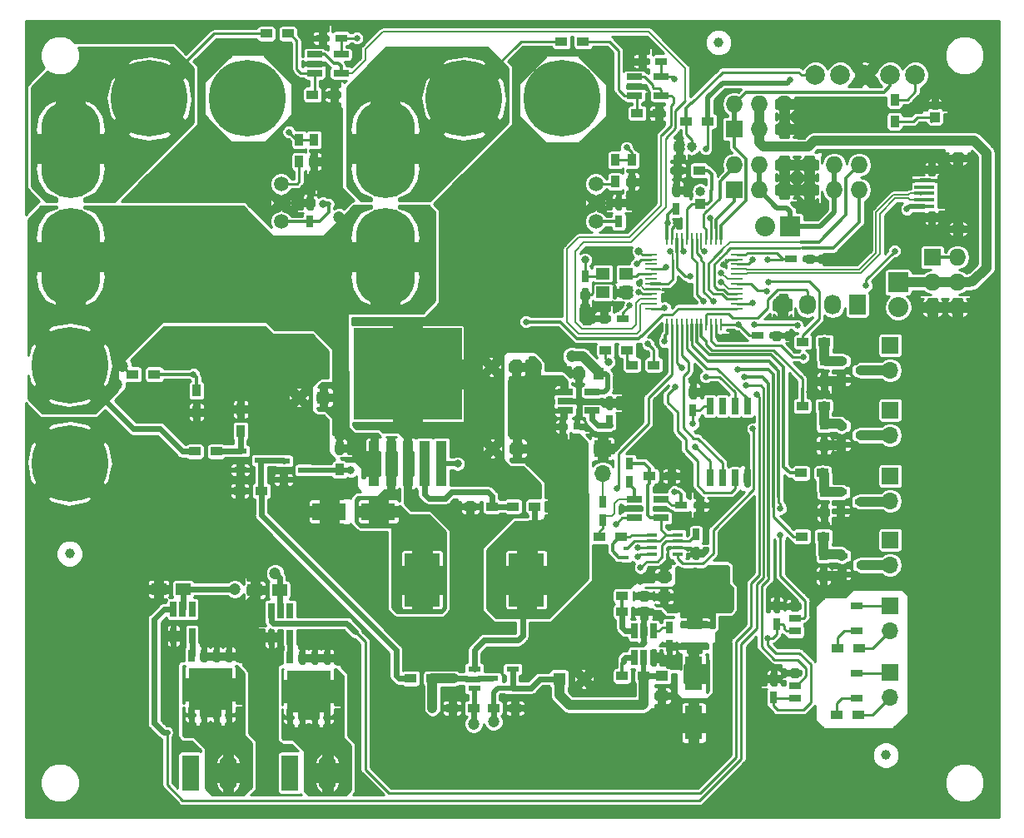
<source format=gtl>
%TF.GenerationSoftware,KiCad,Pcbnew,(5.0.0)*%
%TF.CreationDate,2019-06-24T20:52:01+03:00*%
%TF.ProjectId,Telemetry,54656C656D657472792E6B696361645F,0.1*%
%TF.SameCoordinates,Original*%
%TF.FileFunction,Copper,L1,Top,Signal*%
%TF.FilePolarity,Positive*%
%FSLAX46Y46*%
G04 Gerber Fmt 4.6, Leading zero omitted, Abs format (unit mm)*
G04 Created by KiCad (PCBNEW (5.0.0)) date 06/24/19 20:52:01*
%MOMM*%
%LPD*%
G01*
G04 APERTURE LIST*
%ADD10R,1.400000X1.200000*%
%ADD11O,1.550000X1.000000*%
%ADD12O,0.950000X1.250000*%
%ADD13R,2.000000X0.400000*%
%ADD14C,7.800000*%
%ADD15R,0.750000X1.200000*%
%ADD16R,1.200000X0.900000*%
%ADD17R,1.000000X1.000000*%
%ADD18O,1.000000X1.000000*%
%ADD19R,0.900000X1.200000*%
%ADD20R,1.300000X0.600000*%
%ADD21R,1.560000X0.650000*%
%ADD22R,1.000000X1.250000*%
%ADD23C,1.300000*%
%ADD24R,1.300000X1.300000*%
%ADD25R,2.032000X2.032000*%
%ADD26O,2.032000X2.032000*%
%ADD27O,1.700000X1.700000*%
%ADD28R,1.700000X1.700000*%
%ADD29R,1.800000X3.600000*%
%ADD30O,1.800000X3.600000*%
%ADD31C,1.500000*%
%ADD32O,6.000000X10.000000*%
%ADD33R,0.650000X1.560000*%
%ADD34R,3.500000X1.800000*%
%ADD35R,1.200000X0.750000*%
%ADD36R,0.800000X0.750000*%
%ADD37R,1.250000X1.000000*%
%ADD38R,0.250000X1.300000*%
%ADD39R,1.300000X0.250000*%
%ADD40O,1.727200X2.032000*%
%ADD41R,1.727200X2.032000*%
%ADD42R,1.100000X4.600000*%
%ADD43R,11.000000X9.400000*%
%ADD44R,1.727200X1.727200*%
%ADD45O,1.727200X1.727200*%
%ADD46R,1.500000X1.250000*%
%ADD47R,0.700000X1.200000*%
%ADD48R,4.500000X4.290000*%
%ADD49R,2.700000X0.800000*%
%ADD50R,3.600000X5.400000*%
%ADD51R,1.800000X3.500000*%
%ADD52C,1.998980*%
%ADD53R,0.650000X1.700000*%
%ADD54R,0.600000X0.400000*%
%ADD55R,1.100000X0.450000*%
%ADD56R,1.200000X0.800000*%
%ADD57C,1.000000*%
%ADD58C,1.200000*%
%ADD59C,0.800000*%
%ADD60C,0.650000*%
%ADD61C,0.300000*%
%ADD62C,0.250000*%
%ADD63C,0.600000*%
%ADD64C,1.000000*%
%ADD65C,0.180000*%
%ADD66C,0.500000*%
%ADD67C,0.200000*%
%ADD68C,0.160000*%
%ADD69C,0.220000*%
G04 APERTURE END LIST*
D10*
X121610000Y-66110000D03*
X119210000Y-66110000D03*
X121610000Y-64210000D03*
X119210000Y-64210000D03*
D11*
X155350000Y-52425000D03*
X155350000Y-59675000D03*
D12*
X152670000Y-53625000D03*
X152670000Y-58475000D03*
D13*
X151950000Y-54750000D03*
X151937460Y-55400900D03*
X151937460Y-56050900D03*
X151937460Y-56700900D03*
X151937460Y-57350900D03*
D14*
X115100000Y-46400000D03*
X105100000Y-46400000D03*
X83100000Y-46400000D03*
X73100000Y-46400000D03*
X65000000Y-73500000D03*
X65000000Y-83500000D03*
D15*
X128400000Y-78150000D03*
X128400000Y-76250000D03*
D16*
X122200000Y-73500000D03*
X124400000Y-73500000D03*
D17*
X129100000Y-57100000D03*
D18*
X129100000Y-55830000D03*
D16*
X121700000Y-72000000D03*
X119500000Y-72000000D03*
D19*
X82400000Y-80200000D03*
X82400000Y-78000000D03*
D16*
X79900000Y-82300000D03*
X77700000Y-82300000D03*
X84500000Y-86300000D03*
X82300000Y-86300000D03*
X101900000Y-105400000D03*
X99700000Y-105400000D03*
X103900000Y-108400000D03*
X106100000Y-108400000D03*
D20*
X143500000Y-92900000D03*
X143500000Y-94800000D03*
X145600000Y-93850000D03*
X145500000Y-87400000D03*
X143400000Y-88350000D03*
X143400000Y-86450000D03*
X145550000Y-80650000D03*
X143450000Y-81600000D03*
X143450000Y-79700000D03*
X143450000Y-73100000D03*
X143450000Y-75000000D03*
X145550000Y-74050000D03*
X82350000Y-82250000D03*
X82350000Y-84150000D03*
X84450000Y-83200000D03*
X86750000Y-83250000D03*
X86750000Y-85150000D03*
X88850000Y-84200000D03*
X104050000Y-105400000D03*
X106150000Y-104450000D03*
X106150000Y-106350000D03*
X107950000Y-105400000D03*
X110050000Y-104450000D03*
X110050000Y-106350000D03*
D21*
X115400000Y-76250000D03*
X115400000Y-77200000D03*
X115400000Y-78150000D03*
X118100000Y-78150000D03*
X118100000Y-76250000D03*
D22*
X116800000Y-74350000D03*
X118800000Y-74350000D03*
D15*
X119900000Y-79250000D03*
X119900000Y-77350000D03*
D23*
X117300000Y-105450000D03*
D24*
X114800000Y-105450000D03*
D19*
X120500000Y-52650000D03*
X120500000Y-54850000D03*
X88350000Y-52800000D03*
X88350000Y-50600000D03*
X122150000Y-52650000D03*
X122150000Y-54850000D03*
X89850000Y-52800000D03*
X89850000Y-50600000D03*
D17*
X127000000Y-51300000D03*
D18*
X128270000Y-51300000D03*
D25*
X138300000Y-59400000D03*
D26*
X135760000Y-59400000D03*
X149250000Y-67640000D03*
D25*
X149250000Y-65100000D03*
D27*
X148450000Y-107290000D03*
D28*
X148450000Y-104750000D03*
D27*
X148450000Y-93840000D03*
D28*
X148450000Y-91300000D03*
D27*
X148450000Y-100540000D03*
D28*
X148450000Y-98000000D03*
D29*
X77300000Y-115000000D03*
D30*
X81110000Y-115000000D03*
D28*
X148450000Y-84800000D03*
D27*
X148450000Y-87340000D03*
D28*
X148450000Y-78100000D03*
D27*
X148450000Y-80640000D03*
D28*
X148450000Y-71500000D03*
D27*
X148450000Y-74040000D03*
D21*
X125150000Y-44200000D03*
X125150000Y-46100000D03*
X122450000Y-46100000D03*
X122450000Y-45150000D03*
X122450000Y-44200000D03*
D31*
X118500000Y-58910000D03*
X118500000Y-55090000D03*
X118500000Y-57000000D03*
D32*
X97100000Y-51500000D03*
X97100000Y-62500000D03*
D21*
X92600000Y-41900000D03*
X92600000Y-43800000D03*
X89900000Y-43800000D03*
X89900000Y-42850000D03*
X89900000Y-41900000D03*
D31*
X86500000Y-58910000D03*
X86500000Y-55090000D03*
X86500000Y-57000000D03*
D32*
X65100000Y-51500000D03*
X65100000Y-62500000D03*
D33*
X123400000Y-103250000D03*
X124350000Y-103250000D03*
X122450000Y-103250000D03*
X122450000Y-100550000D03*
X123400000Y-100550000D03*
X124350000Y-100550000D03*
D19*
X141650000Y-92750000D03*
X141650000Y-94950000D03*
D16*
X145200000Y-109100000D03*
X143000000Y-109100000D03*
X139450000Y-90950000D03*
X141650000Y-90950000D03*
X145300000Y-102300000D03*
X143100000Y-102300000D03*
D19*
X141750000Y-86300000D03*
X141750000Y-88500000D03*
X141700000Y-79500000D03*
X141700000Y-81700000D03*
X141750000Y-72950000D03*
X141750000Y-75150000D03*
D16*
X139400000Y-84500000D03*
X141600000Y-84500000D03*
X139500000Y-77700000D03*
X141700000Y-77700000D03*
X139550000Y-71150000D03*
X141750000Y-71150000D03*
X124900000Y-47900000D03*
X122700000Y-47900000D03*
X117200000Y-40600000D03*
X115000000Y-40600000D03*
X91900000Y-46000000D03*
X89700000Y-46000000D03*
X87200000Y-39800000D03*
X85000000Y-39800000D03*
X110300000Y-108400000D03*
X108100000Y-108400000D03*
X123400000Y-98600000D03*
X121200000Y-98600000D03*
X121200000Y-97000000D03*
X123400000Y-97000000D03*
X123400000Y-105150000D03*
X121200000Y-105150000D03*
D19*
X77900000Y-78300000D03*
X77900000Y-76100000D03*
D16*
X105750000Y-87900000D03*
X107950000Y-87900000D03*
X73600000Y-74450000D03*
X71400000Y-74450000D03*
X110100000Y-87900000D03*
X112300000Y-87900000D03*
D19*
X92450000Y-81950000D03*
X92450000Y-84150000D03*
D16*
X126800000Y-53700000D03*
X129000000Y-53700000D03*
X129900000Y-48700000D03*
X127700000Y-48700000D03*
D30*
X91210000Y-115000000D03*
D29*
X87400000Y-115000000D03*
D34*
X91400000Y-88400000D03*
X96400000Y-88400000D03*
D35*
X125150000Y-42600000D03*
X123250000Y-42600000D03*
D15*
X89450000Y-58900000D03*
X89450000Y-57000000D03*
D35*
X92600000Y-40250000D03*
X90700000Y-40250000D03*
D15*
X120850000Y-58900000D03*
X120850000Y-57000000D03*
D36*
X116600000Y-79750000D03*
X115100000Y-79750000D03*
D24*
X110500000Y-82000000D03*
D23*
X108000000Y-82000000D03*
D37*
X125450000Y-95050000D03*
X125450000Y-97050000D03*
X125200000Y-107150000D03*
X125200000Y-105150000D03*
D15*
X126000000Y-100200000D03*
X126000000Y-102100000D03*
D24*
X110400000Y-73700000D03*
D23*
X107900000Y-73700000D03*
X88300000Y-76800000D03*
D24*
X90800000Y-76800000D03*
D35*
X119330000Y-68770000D03*
X121230000Y-68770000D03*
D15*
X126700000Y-55700000D03*
X126700000Y-57600000D03*
D35*
X136850000Y-70500000D03*
X134950000Y-70500000D03*
X140250000Y-62700000D03*
X138350000Y-62700000D03*
D15*
X117400000Y-66350000D03*
X117400000Y-64450000D03*
D38*
X125750000Y-60650000D03*
X126250000Y-60650000D03*
X126750000Y-60650000D03*
X127250000Y-60650000D03*
X127750000Y-60650000D03*
X128250000Y-60650000D03*
X128750000Y-60650000D03*
X129250000Y-60650000D03*
X129750000Y-60650000D03*
X130250000Y-60650000D03*
X130750000Y-60650000D03*
X131250000Y-60650000D03*
D39*
X132850000Y-62250000D03*
X132850000Y-62750000D03*
X132850000Y-63250000D03*
X132850000Y-63750000D03*
X132850000Y-64250000D03*
X132850000Y-64750000D03*
X132850000Y-65250000D03*
X132850000Y-65750000D03*
X132850000Y-66250000D03*
X132850000Y-66750000D03*
X132850000Y-67250000D03*
X132850000Y-67750000D03*
D38*
X131250000Y-69350000D03*
X130750000Y-69350000D03*
X130250000Y-69350000D03*
X129750000Y-69350000D03*
X129250000Y-69350000D03*
X128750000Y-69350000D03*
X128250000Y-69350000D03*
X127750000Y-69350000D03*
X127250000Y-69350000D03*
X126750000Y-69350000D03*
X126250000Y-69350000D03*
X125750000Y-69350000D03*
D39*
X124150000Y-67750000D03*
X124150000Y-67250000D03*
X124150000Y-66750000D03*
X124150000Y-66250000D03*
X124150000Y-65750000D03*
X124150000Y-65250000D03*
X124150000Y-64750000D03*
X124150000Y-64250000D03*
X124150000Y-63750000D03*
X124150000Y-63250000D03*
X124150000Y-62750000D03*
X124150000Y-62250000D03*
D40*
X137480000Y-67350000D03*
X140020000Y-67350000D03*
X142560000Y-67350000D03*
D41*
X145100000Y-67350000D03*
D42*
X102775000Y-83525000D03*
X101075000Y-83525000D03*
X99375000Y-83525000D03*
X97675000Y-83525000D03*
X95975000Y-83525000D03*
D43*
X99375000Y-74400000D03*
D44*
X132600000Y-55700000D03*
D45*
X132600000Y-53160000D03*
X135140000Y-55700000D03*
X135140000Y-53160000D03*
X137680000Y-55700000D03*
X137680000Y-53160000D03*
X140220000Y-55700000D03*
X140220000Y-53160000D03*
X142760000Y-55700000D03*
X142760000Y-53160000D03*
X145300000Y-55700000D03*
X145300000Y-53160000D03*
D46*
X74050000Y-96300000D03*
X76550000Y-96300000D03*
X86350000Y-96400000D03*
X83850000Y-96400000D03*
D33*
X77450000Y-101050000D03*
X75550000Y-101050000D03*
X75550000Y-98350000D03*
X76500000Y-98350000D03*
X77450000Y-98350000D03*
X87400000Y-98500000D03*
X86450000Y-98500000D03*
X85500000Y-98500000D03*
X85500000Y-101200000D03*
X87400000Y-101200000D03*
D47*
X81210000Y-103100000D03*
X79940000Y-103100000D03*
X78660000Y-103100000D03*
X77390000Y-103100000D03*
X77390000Y-108900000D03*
X78660000Y-108900000D03*
X79940000Y-108900000D03*
X81210000Y-108900000D03*
D48*
X79300000Y-106500000D03*
X89300000Y-106700000D03*
D47*
X91210000Y-109100000D03*
X89940000Y-109100000D03*
X88660000Y-109100000D03*
X87390000Y-109100000D03*
X87390000Y-103300000D03*
X88660000Y-103300000D03*
X89940000Y-103300000D03*
X91210000Y-103300000D03*
D35*
X127200000Y-87750000D03*
X129100000Y-87750000D03*
D15*
X119200000Y-87400000D03*
X119200000Y-89300000D03*
X121900000Y-85400000D03*
X121900000Y-83500000D03*
D28*
X119200000Y-82000000D03*
D27*
X119200000Y-84540000D03*
D16*
X118900000Y-91000000D03*
X121100000Y-91000000D03*
X124000000Y-84800000D03*
X126200000Y-84800000D03*
D21*
X122450000Y-87150000D03*
X122450000Y-88100000D03*
X122450000Y-89050000D03*
X125150000Y-89050000D03*
X125150000Y-87150000D03*
D49*
X128500000Y-102100000D03*
X128500000Y-99900000D03*
D50*
X100850000Y-95350000D03*
X111450000Y-95350000D03*
D15*
X128690000Y-90740000D03*
X128690000Y-92640000D03*
D51*
X128450000Y-104900000D03*
X128450000Y-109900000D03*
D52*
X140840000Y-44000000D03*
X143380000Y-44000000D03*
X148460000Y-44000000D03*
X151000000Y-44000000D03*
X145920000Y-44000000D03*
D53*
X130110000Y-84990000D03*
X131380000Y-84990000D03*
X132650000Y-84990000D03*
X133920000Y-84990000D03*
X133920000Y-77690000D03*
X132650000Y-77690000D03*
X131380000Y-77690000D03*
X130110000Y-77690000D03*
D54*
X121560000Y-93080000D03*
X121560000Y-92180000D03*
D55*
X126810000Y-90770000D03*
X126810000Y-91420000D03*
X126810000Y-92070000D03*
X126810000Y-92720000D03*
X124210000Y-92720000D03*
X124210000Y-92070000D03*
X124210000Y-91420000D03*
X124210000Y-90770000D03*
D17*
X153000000Y-48300000D03*
D18*
X153000000Y-47030000D03*
D19*
X148900000Y-46500000D03*
X148900000Y-48700000D03*
D15*
X136900000Y-99900000D03*
X136900000Y-98000000D03*
X136600000Y-105450000D03*
X136600000Y-107350000D03*
D56*
X145050000Y-100570000D03*
X145050000Y-98030000D03*
X138750000Y-98030000D03*
X138750000Y-99300000D03*
X138750000Y-100570000D03*
X138750000Y-107370000D03*
X138750000Y-106100000D03*
X138750000Y-104830000D03*
X145050000Y-104830000D03*
X145050000Y-107370000D03*
D44*
X152750000Y-62550000D03*
D45*
X155290000Y-62550000D03*
X152750000Y-65090000D03*
X155290000Y-65090000D03*
X152750000Y-67630000D03*
X155290000Y-67630000D03*
X137680000Y-46960000D03*
X137680000Y-49500000D03*
X135140000Y-46960000D03*
X135140000Y-49500000D03*
X132600000Y-46960000D03*
D44*
X132600000Y-49500000D03*
D57*
X148000000Y-113200000D03*
X65000000Y-92700000D03*
X131000000Y-40700000D03*
D58*
X99400000Y-78300000D03*
X99400000Y-70300000D03*
X104150000Y-74400000D03*
X94600000Y-74400000D03*
X94600000Y-78450000D03*
X94600000Y-70300000D03*
D59*
X116850000Y-77200000D03*
D58*
X104150000Y-70300000D03*
X104150000Y-78450000D03*
D60*
X131000000Y-70700000D03*
X131456193Y-63272459D03*
X141800000Y-62700000D03*
D59*
X126725003Y-59100000D03*
X86320000Y-86490000D03*
X84000000Y-81800000D03*
X72000000Y-78700000D03*
X70500000Y-77100000D03*
X74700000Y-70200000D03*
X85100000Y-70800000D03*
X90700000Y-73300000D03*
X93300000Y-101400000D03*
X74800000Y-109800000D03*
X61100000Y-79500000D03*
D58*
X140100000Y-88500000D03*
X140100000Y-95300000D03*
X143200000Y-96300000D03*
X143400000Y-89800000D03*
X143300000Y-82900000D03*
X139900000Y-81700000D03*
X143500000Y-76500000D03*
X140470000Y-76280000D03*
X145200000Y-75800000D03*
X145200000Y-82400000D03*
X145000000Y-89100000D03*
X138800000Y-93100000D03*
X145000000Y-95700000D03*
X82700000Y-98000000D03*
X73400000Y-97900000D03*
X85500000Y-103000000D03*
X75500000Y-103400000D03*
X81400000Y-101300000D03*
X80100000Y-101300000D03*
X78800000Y-101300000D03*
X88800000Y-101300000D03*
X90100000Y-101300000D03*
X91400000Y-101300000D03*
D60*
X124900000Y-98900000D03*
X133900000Y-81500000D03*
D58*
X112100000Y-108400000D03*
X103700000Y-106900000D03*
D59*
X123800000Y-95000000D03*
X123000000Y-95500000D03*
X120900000Y-101500000D03*
X120900000Y-102400000D03*
X121800000Y-101900000D03*
X108100000Y-104000000D03*
D60*
X123300000Y-101900000D03*
X124200000Y-74800000D03*
X122500000Y-79300000D03*
X130600000Y-87750000D03*
D58*
X130700000Y-110600000D03*
X130700000Y-108350000D03*
X126400000Y-108550000D03*
X126400000Y-110600000D03*
D60*
X121150000Y-88100000D03*
X89400000Y-40250000D03*
X89350000Y-48400000D03*
X91000000Y-52850000D03*
X89900000Y-54400000D03*
X121950000Y-42850000D03*
X123600000Y-54900000D03*
X122100000Y-56800000D03*
X123150000Y-41450000D03*
X117400000Y-67560000D03*
X118010000Y-68500000D03*
X122910916Y-65270984D03*
X129440000Y-75740000D03*
X125820000Y-93740000D03*
D58*
X105900000Y-70200000D03*
X105900000Y-74400000D03*
X105900000Y-78500000D03*
X105900000Y-77100000D03*
X105900000Y-75800000D03*
X105900000Y-73000000D03*
X105900000Y-71600000D03*
D60*
X136600000Y-104200000D03*
X136900000Y-96500000D03*
X138100000Y-70500000D03*
X125800000Y-59100000D03*
X129700000Y-51500000D03*
X133000000Y-69350000D03*
D58*
X127300000Y-94700000D03*
X128600000Y-94700000D03*
X130000000Y-94700000D03*
X131400000Y-94700000D03*
D60*
X136000000Y-62800000D03*
D59*
X119800000Y-73200000D03*
X117400000Y-62800000D03*
X122900000Y-61900000D03*
D60*
X128400000Y-79500000D03*
X121960000Y-67450000D03*
X122870000Y-66120000D03*
X136000010Y-101300000D03*
X138300000Y-44500000D03*
D58*
X92400000Y-58500000D03*
X85900000Y-94700000D03*
X81800000Y-96300000D03*
X108100000Y-109800000D03*
X106100000Y-110000000D03*
X69600000Y-62500000D03*
X69600000Y-61000000D03*
X69600000Y-59400000D03*
X69600000Y-64000000D03*
X68600000Y-58000000D03*
X69600000Y-65500000D03*
X68500000Y-66900000D03*
X92400000Y-62400000D03*
X92400000Y-61100000D03*
X92400000Y-59800000D03*
X92400000Y-63700000D03*
X92400000Y-65000000D03*
X68499999Y-70000001D03*
X68500000Y-77000000D03*
X70400000Y-73600000D03*
X69950000Y-71600000D03*
X69800000Y-75500000D03*
X110400000Y-75500000D03*
X110400000Y-76900000D03*
X110400000Y-78400000D03*
X110400000Y-79800000D03*
X111800000Y-79800000D03*
X111800000Y-78400000D03*
X111800000Y-76900000D03*
X111800000Y-75500000D03*
D60*
X123060135Y-94104774D03*
X77600000Y-74450000D03*
X111400000Y-69100000D03*
D59*
X90750000Y-57100000D03*
D58*
X116050000Y-72600000D03*
D60*
X94200000Y-40250000D03*
X126500000Y-44450000D03*
X126500000Y-86400000D03*
X131262902Y-65031998D03*
X128600000Y-81800000D03*
X127300000Y-73800000D03*
X129700000Y-74700000D03*
X135900000Y-66000000D03*
X139600000Y-72700000D03*
D58*
X65200000Y-45400000D03*
X66700000Y-45500000D03*
X63700000Y-45500000D03*
X69400000Y-51400000D03*
X69400000Y-52800000D03*
X69400000Y-54200000D03*
X69400000Y-50000000D03*
X101300000Y-52300000D03*
X101300000Y-49500000D03*
X101300000Y-53700000D03*
X101300000Y-50900000D03*
X95700000Y-45500000D03*
X98700000Y-45500000D03*
X97200000Y-45400000D03*
D60*
X126075000Y-61900000D03*
X87300000Y-49800000D03*
X125500000Y-67700000D03*
X121636330Y-51386330D03*
X125500000Y-71100000D03*
X101900000Y-108400000D03*
X150150000Y-57638360D03*
D59*
X93600000Y-84250000D03*
X104450000Y-83550000D03*
D60*
X126600000Y-75700000D03*
X131250000Y-64100000D03*
X122700000Y-63200000D03*
X123810000Y-71380000D03*
X120550000Y-89700000D03*
X120650000Y-86100000D03*
X125630000Y-63510000D03*
X122780000Y-92100000D03*
X129523619Y-61966381D03*
X122740000Y-93010000D03*
X134499990Y-79990000D03*
X130099625Y-58519341D03*
X134500000Y-67200000D03*
X134593948Y-69350000D03*
X139000000Y-69500000D03*
X146006859Y-65441157D03*
X148900000Y-61900000D03*
X137275000Y-88100000D03*
X137275000Y-90800000D03*
X127425000Y-61920000D03*
X133650000Y-74750000D03*
X136100000Y-65100000D03*
X134500000Y-62800000D03*
X132975000Y-74000000D03*
X128100000Y-64500000D03*
X134900000Y-76500000D03*
X129480760Y-67019240D03*
X133816699Y-75583496D03*
X130440380Y-67059620D03*
D61*
X120850000Y-57000000D02*
X118500000Y-57000000D01*
X86500000Y-57000000D02*
X89450000Y-57000000D01*
X116750000Y-46000000D02*
X115000000Y-46000000D01*
X87700000Y-48300000D02*
X87700000Y-48150000D01*
D62*
X89450000Y-56150000D02*
X90300000Y-56150000D01*
X89450000Y-57000000D02*
X89450000Y-56150000D01*
X90300000Y-56150000D02*
X90850000Y-55600000D01*
X90100000Y-53900000D02*
X90850000Y-53900000D01*
X89850000Y-53650000D02*
X90100000Y-53900000D01*
X89850000Y-52800000D02*
X89850000Y-53650000D01*
X90850000Y-55600000D02*
X90850000Y-53900000D01*
D63*
X115400000Y-77200000D02*
X116850000Y-77200000D01*
X116850000Y-77200000D02*
X117415685Y-77200000D01*
X117415685Y-77200000D02*
X117515686Y-77300001D01*
X116800000Y-77150000D02*
X116850000Y-77200000D01*
X116800000Y-74350000D02*
X116800000Y-75250000D01*
X116800000Y-74600000D02*
X116800000Y-75250000D01*
X116800000Y-75250000D02*
X116800000Y-77150000D01*
X116600000Y-78775000D02*
X116625000Y-78750000D01*
X116600000Y-79750000D02*
X116600000Y-78775000D01*
X116819999Y-78555001D02*
X116600000Y-78775000D01*
X116819999Y-77230001D02*
X116819999Y-78555001D01*
X116850000Y-77200000D02*
X116819999Y-77230001D01*
D61*
X123400000Y-98600000D02*
X123400000Y-100550000D01*
D64*
X143400000Y-81700000D02*
X143500000Y-81600000D01*
X141700000Y-81700000D02*
X143400000Y-81700000D01*
X143350000Y-75150000D02*
X143500000Y-75000000D01*
X141750000Y-75150000D02*
X143350000Y-75150000D01*
X143400000Y-94950000D02*
X143550000Y-94800000D01*
X141650000Y-94950000D02*
X143400000Y-94950000D01*
D62*
X132850000Y-62750000D02*
X131950000Y-62750000D01*
X131950000Y-62750000D02*
X131950000Y-62778651D01*
X132850000Y-62750000D02*
X131978652Y-62750000D01*
X131978652Y-62750000D02*
X131456193Y-63272459D01*
X140250000Y-62700000D02*
X141800000Y-62700000D01*
X126250000Y-60650000D02*
X126250000Y-59575003D01*
X126250000Y-59575003D02*
X126725003Y-59100000D01*
X130750000Y-70450000D02*
X131000000Y-70700000D01*
X130750000Y-69350000D02*
X130750000Y-70450000D01*
D63*
X83850000Y-96400000D02*
X83850000Y-96850000D01*
X83850000Y-96850000D02*
X82700000Y-98000000D01*
X74050000Y-96300000D02*
X74050000Y-97250000D01*
X74050000Y-97250000D02*
X73400000Y-97900000D01*
X85500000Y-101200000D02*
X85500000Y-102580000D01*
X85500000Y-102580000D02*
X85500000Y-103000000D01*
X75550000Y-101050000D02*
X75550000Y-103350000D01*
X75550000Y-103350000D02*
X75500000Y-103400000D01*
X81210000Y-103100000D02*
X81210000Y-101410000D01*
X81210000Y-101410000D02*
X81200000Y-101400000D01*
X79940000Y-103100000D02*
X79940000Y-100860000D01*
X79940000Y-100860000D02*
X80000000Y-100800000D01*
X78660000Y-103100000D02*
X78660000Y-101640000D01*
X78660000Y-101640000D02*
X78700000Y-101600000D01*
D62*
X133805000Y-83550000D02*
X133805000Y-81595000D01*
X133805000Y-81595000D02*
X133900000Y-81500000D01*
D63*
X110300000Y-108400000D02*
X112100000Y-108400000D01*
X103900000Y-108400000D02*
X103900000Y-107100000D01*
X103900000Y-107100000D02*
X103700000Y-106900000D01*
X105750000Y-87900000D02*
X99950000Y-87900000D01*
X99375000Y-87325000D02*
X99375000Y-83525000D01*
X99950000Y-87900000D02*
X99375000Y-87325000D01*
D62*
X90700000Y-40250000D02*
X89400000Y-40250000D01*
X90930000Y-42850000D02*
X91150000Y-43070000D01*
X89900000Y-42850000D02*
X90930000Y-42850000D01*
X91150000Y-43070000D02*
X91150000Y-44900000D01*
X123480000Y-45150000D02*
X123850000Y-45520000D01*
X122450000Y-45150000D02*
X123480000Y-45150000D01*
X123850000Y-45520000D02*
X123850000Y-47300000D01*
X123250000Y-42850000D02*
X121950000Y-42850000D01*
X117400000Y-66350000D02*
X117400000Y-67560000D01*
X119300000Y-68530000D02*
X118040000Y-68530000D01*
X118040000Y-68530000D02*
X118010000Y-68500000D01*
X118040000Y-66350000D02*
X117400000Y-66350000D01*
X118180000Y-65310000D02*
X118180000Y-66210000D01*
X120660000Y-66110000D02*
X120440000Y-65890000D01*
X121610000Y-66110000D02*
X120660000Y-66110000D01*
X120440000Y-65890000D02*
X120440000Y-65360000D01*
X118180000Y-66210000D02*
X118040000Y-66350000D01*
X120440000Y-65360000D02*
X120215001Y-65135001D01*
X120215001Y-65135001D02*
X118354999Y-65135001D01*
X118354999Y-65135001D02*
X118180000Y-65310000D01*
D65*
X123474931Y-65834999D02*
X122910916Y-65270984D01*
X125064999Y-65834999D02*
X123474931Y-65834999D01*
X124150000Y-65750000D02*
X124980000Y-65750000D01*
X124980000Y-65750000D02*
X125064999Y-65834999D01*
D62*
X128400000Y-76250000D02*
X128930000Y-76250000D01*
X128930000Y-76250000D02*
X129440000Y-75740000D01*
X133855000Y-83600000D02*
X133805000Y-83550000D01*
X133855000Y-84970000D02*
X133855000Y-83600000D01*
X128120000Y-92070000D02*
X128690000Y-92640000D01*
X126810000Y-92070000D02*
X128120000Y-92070000D01*
X126810000Y-92070000D02*
X126000000Y-92070000D01*
X126000000Y-92070000D02*
X125820000Y-92250000D01*
X125820000Y-92250000D02*
X125820000Y-93740000D01*
X136600000Y-104850000D02*
X136600000Y-104800000D01*
X136600000Y-105450000D02*
X136600000Y-104200000D01*
X138720000Y-98000000D02*
X138750000Y-98030000D01*
X136900000Y-98000000D02*
X138720000Y-98000000D01*
X136900000Y-98000000D02*
X136900000Y-96500000D01*
X136850000Y-70500000D02*
X138100000Y-70500000D01*
X137225000Y-105450000D02*
X136600000Y-105450000D01*
X137830000Y-104845000D02*
X137225000Y-105450000D01*
X138750000Y-104830000D02*
X137830000Y-104830000D01*
X137830000Y-104830000D02*
X137830000Y-104845000D01*
X137500000Y-62700000D02*
X136900000Y-62100000D01*
X138350000Y-62700000D02*
X137500000Y-62700000D01*
X133750000Y-62250000D02*
X132850000Y-62250000D01*
X133900000Y-62100000D02*
X133750000Y-62250000D01*
X131250000Y-69350000D02*
X133000000Y-69350000D01*
D61*
X125750000Y-60650000D02*
X125750000Y-59150000D01*
X125750000Y-59150000D02*
X125800000Y-59100000D01*
X125800000Y-58200000D02*
X125800000Y-59100000D01*
X126700000Y-57600000D02*
X126400000Y-57600000D01*
X126400000Y-57600000D02*
X125800000Y-58200000D01*
D62*
X136900000Y-62100000D02*
X133900000Y-62100000D01*
X134150000Y-70500000D02*
X133000000Y-69350000D01*
X134950000Y-70500000D02*
X134150000Y-70500000D01*
X129900000Y-51300000D02*
X129700000Y-51500000D01*
X129900000Y-48700000D02*
X129900000Y-51300000D01*
X133000000Y-69350000D02*
X133000000Y-69350000D01*
X137500000Y-62700000D02*
X137400000Y-62800000D01*
X137400000Y-62800000D02*
X136000000Y-62800000D01*
X119500000Y-72000000D02*
X119500000Y-72900000D01*
X119500000Y-72900000D02*
X119800000Y-73200000D01*
X117400000Y-64450000D02*
X117400000Y-62800000D01*
X124150000Y-62250000D02*
X123250000Y-62250000D01*
X123250000Y-62250000D02*
X122900000Y-61900000D01*
X128400000Y-78150000D02*
X128400000Y-79500000D01*
D61*
X129900000Y-48700000D02*
X129900000Y-47950000D01*
D62*
X119230000Y-64450000D02*
X119250000Y-64470000D01*
X117400000Y-64450000D02*
X119230000Y-64450000D01*
X121230000Y-68770000D02*
X121230000Y-68180000D01*
X121230000Y-68180000D02*
X121960000Y-67450000D01*
X123280000Y-66250000D02*
X124150000Y-66250000D01*
X122870000Y-66120000D02*
X123280000Y-66250000D01*
X129535000Y-77690000D02*
X130110000Y-77690000D01*
X128400000Y-78150000D02*
X129075000Y-78150000D01*
X129075000Y-78150000D02*
X129535000Y-77690000D01*
X136620000Y-107370000D02*
X136600000Y-107350000D01*
X138750000Y-107370000D02*
X136620000Y-107370000D01*
X140350010Y-106084992D02*
X140350010Y-103950010D01*
X138750000Y-107370000D02*
X139065002Y-107370000D01*
X139200000Y-102800000D02*
X136800000Y-102800000D01*
X140350010Y-103950010D02*
X139200000Y-102800000D01*
X136800000Y-102800000D02*
X136000010Y-102000010D01*
X136000010Y-102000010D02*
X136000010Y-101300000D01*
X136000010Y-101300000D02*
X136500000Y-101300000D01*
X136900000Y-100900000D02*
X136900000Y-99900000D01*
X136500000Y-101300000D02*
X136900000Y-100900000D01*
X137525000Y-99900000D02*
X136900000Y-99900000D01*
X137700000Y-100075000D02*
X137525000Y-99900000D01*
X137700000Y-100370000D02*
X137700000Y-100075000D01*
X137900000Y-100570000D02*
X137700000Y-100370000D01*
X138750000Y-100570000D02*
X137900000Y-100570000D01*
X136600000Y-108200000D02*
X137000000Y-108600000D01*
X136600000Y-107350000D02*
X136600000Y-108200000D01*
X137000000Y-108600000D02*
X139600000Y-108600000D01*
X140350010Y-107849990D02*
X140350010Y-106084992D01*
X139600000Y-108600000D02*
X140350010Y-107849990D01*
X148900000Y-46500000D02*
X150200000Y-46500000D01*
X151000000Y-45700000D02*
X151000000Y-44000000D01*
X150200000Y-46500000D02*
X151000000Y-45700000D01*
D66*
X129900000Y-48700000D02*
X129900000Y-46300000D01*
X129900000Y-46300000D02*
X131400000Y-44800000D01*
X131400000Y-44800000D02*
X136200000Y-44800000D01*
X136200000Y-44800000D02*
X138000000Y-44800000D01*
X138000000Y-44800000D02*
X138300000Y-44500000D01*
D62*
X71250000Y-74450000D02*
X70400000Y-73600000D01*
X71400000Y-74450000D02*
X71250000Y-74450000D01*
X69950000Y-73150000D02*
X69950000Y-71600000D01*
X68499999Y-70000001D02*
X68499999Y-70000001D01*
X68600001Y-70000001D02*
X68499999Y-70000001D01*
X69950000Y-71350000D02*
X68600001Y-70000001D01*
D66*
X106150000Y-108350000D02*
X106100000Y-108400000D01*
X106150000Y-106350000D02*
X106150000Y-108350000D01*
X108100000Y-108400000D02*
X108100000Y-106800000D01*
X108550000Y-106350000D02*
X110050000Y-106350000D01*
X108100000Y-106800000D02*
X108550000Y-106350000D01*
D63*
X110050000Y-104450000D02*
X110050000Y-106350000D01*
X76500000Y-82300000D02*
X77700000Y-82300000D01*
X74200000Y-80000000D02*
X76500000Y-82300000D01*
X65000000Y-73500000D02*
X68500000Y-77000000D01*
X71500000Y-80000000D02*
X74200000Y-80000000D01*
X76550000Y-98300000D02*
X76500000Y-98350000D01*
X76550000Y-96300000D02*
X76550000Y-98300000D01*
X86350000Y-98400000D02*
X86450000Y-98500000D01*
X86350000Y-96400000D02*
X86350000Y-98400000D01*
X86350000Y-96400000D02*
X86350000Y-95150000D01*
X86350000Y-95150000D02*
X85900000Y-94700000D01*
X76550000Y-96300000D02*
X81800000Y-96300000D01*
D64*
X123400000Y-108000000D02*
X123400000Y-105150000D01*
X123300000Y-108100000D02*
X123400000Y-108000000D01*
D63*
X108100000Y-108400000D02*
X108100000Y-109800000D01*
X106100000Y-108400000D02*
X106100000Y-110000000D01*
D66*
X123400000Y-103250000D02*
X123400000Y-105150000D01*
D64*
X114800000Y-107100000D02*
X114800000Y-105450000D01*
X115800000Y-108100000D02*
X114800000Y-107100000D01*
X123300000Y-108100000D02*
X115800000Y-108100000D01*
D63*
X112800000Y-105450000D02*
X114800000Y-105450000D01*
X110050000Y-106350000D02*
X111900000Y-106350000D01*
X111900000Y-106350000D02*
X112800000Y-105450000D01*
X125200000Y-105150000D02*
X123400000Y-105150000D01*
D62*
X68499999Y-70000001D02*
X65000000Y-73500000D01*
D63*
X68500000Y-77000000D02*
X71500000Y-80000000D01*
D62*
X70400000Y-73600000D02*
X69950000Y-73150000D01*
X69950000Y-71600000D02*
X69950000Y-71350000D01*
D63*
X114100000Y-79750000D02*
X114000000Y-79650000D01*
X115100000Y-79750000D02*
X114100000Y-79750000D01*
X114000000Y-79650000D02*
X114000000Y-78170000D01*
X115400000Y-76250000D02*
X114050000Y-76250000D01*
X114000000Y-76300000D02*
X114000000Y-78170000D01*
D62*
X114050000Y-76250000D02*
X114000000Y-76300000D01*
D63*
X111050000Y-95350000D02*
X111050000Y-98750000D01*
X112300000Y-94100000D02*
X111050000Y-95350000D01*
X112300000Y-87900000D02*
X112300000Y-94100000D01*
X106150000Y-103550000D02*
X106150000Y-104450000D01*
X106150000Y-102500000D02*
X106150000Y-103550000D01*
X107150000Y-101500000D02*
X106150000Y-102500000D01*
X110600000Y-101500000D02*
X107150000Y-101500000D01*
X111050000Y-95350000D02*
X111050000Y-101050000D01*
X111050000Y-101050000D02*
X110600000Y-101500000D01*
D62*
X128010000Y-91420000D02*
X128690000Y-90740000D01*
X126810000Y-91420000D02*
X128010000Y-91420000D01*
X126810000Y-91420000D02*
X126010000Y-91420000D01*
X124800002Y-93490000D02*
X123674909Y-93490000D01*
X123674909Y-93490000D02*
X123060135Y-94104774D01*
X125646410Y-91420000D02*
X125220000Y-91846410D01*
X126010000Y-91420000D02*
X125646410Y-91420000D01*
X125220000Y-93070002D02*
X125170002Y-93120000D01*
X125220000Y-91846410D02*
X125220000Y-93070002D01*
X125170002Y-93120000D02*
X124800002Y-93490000D01*
X124925000Y-100550000D02*
X125275000Y-100200000D01*
X124350000Y-100550000D02*
X124925000Y-100550000D01*
X125275000Y-100200000D02*
X126000000Y-100200000D01*
D61*
X73600000Y-74450000D02*
X77600000Y-74450000D01*
X77900000Y-74750000D02*
X77900000Y-76100000D01*
X77600000Y-74450000D02*
X77900000Y-74750000D01*
D62*
X126287003Y-68374999D02*
X125325001Y-68374999D01*
X132850000Y-67750000D02*
X126912002Y-67750000D01*
X126912002Y-67750000D02*
X126287003Y-68374999D01*
D61*
X116592890Y-70800010D02*
X122899990Y-70800010D01*
X114892880Y-69100000D02*
X116592890Y-70800010D01*
X111400000Y-69100000D02*
X114892880Y-69100000D01*
X122899990Y-70800010D02*
X123100000Y-70600000D01*
D62*
X125325001Y-68374999D02*
X123100000Y-70600000D01*
D61*
X120840000Y-58910000D02*
X120850000Y-58900000D01*
X118500000Y-58910000D02*
X120840000Y-58910000D01*
X89440000Y-58910000D02*
X89450000Y-58900000D01*
X86500000Y-58910000D02*
X89440000Y-58910000D01*
X90400000Y-58900000D02*
X89450000Y-58900000D01*
X91350000Y-57950000D02*
X90400000Y-58900000D01*
D66*
X90750000Y-57100000D02*
X91350000Y-57100000D01*
D61*
X91350000Y-57100000D02*
X91350000Y-57950000D01*
D64*
X117175000Y-72600000D02*
X116050000Y-72600000D01*
X118800000Y-74350000D02*
X118800000Y-74225000D01*
X118800000Y-74225000D02*
X117175000Y-72600000D01*
D63*
X118800000Y-74350000D02*
X119500000Y-74350000D01*
D66*
X119380000Y-76250000D02*
X119700000Y-75930000D01*
X118100000Y-76250000D02*
X119380000Y-76250000D01*
X119700000Y-74550000D02*
X119500000Y-74350000D01*
X119700000Y-75930000D02*
X119700000Y-74550000D01*
D62*
X126350000Y-87750000D02*
X126300000Y-87800000D01*
X127200000Y-87750000D02*
X126350000Y-87750000D01*
X125605000Y-87150000D02*
X125150000Y-87150000D01*
X126255000Y-87800000D02*
X125605000Y-87150000D01*
X126300000Y-87800000D02*
X126255000Y-87800000D01*
X94200000Y-40250000D02*
X92600000Y-40250000D01*
X92600000Y-41900000D02*
X92600000Y-40250000D01*
X125150000Y-42850000D02*
X125150000Y-44200000D01*
X125150000Y-44200000D02*
X126250000Y-44200000D01*
X126250000Y-44200000D02*
X126500000Y-44450000D01*
D61*
X127200000Y-86640381D02*
X127200000Y-87750000D01*
X126500000Y-86400000D02*
X126959619Y-86400000D01*
X126959619Y-86400000D02*
X127200000Y-86640381D01*
D65*
X132036912Y-65750000D02*
X131318910Y-65031998D01*
X132850000Y-65750000D02*
X132036912Y-65750000D01*
X131318910Y-65031998D02*
X131262902Y-65031998D01*
D62*
X130110000Y-83310000D02*
X130110000Y-84990000D01*
X128600000Y-81800000D02*
X130110000Y-83310000D01*
X131380000Y-83442002D02*
X131380000Y-84990000D01*
X128460000Y-80960000D02*
X128897998Y-80960000D01*
X128897998Y-80960000D02*
X131380000Y-83442002D01*
X127250000Y-69350000D02*
X127250000Y-72510000D01*
X127250000Y-72510000D02*
X127980000Y-73240000D01*
X127980000Y-73240000D02*
X127980000Y-74100000D01*
X127980000Y-74100000D02*
X127430000Y-74650000D01*
X127430000Y-74650000D02*
X127430000Y-79930000D01*
X127430000Y-79930000D02*
X128460000Y-80960000D01*
X133920000Y-76923590D02*
X130836410Y-73840000D01*
X133920000Y-77690000D02*
X133920000Y-76923590D01*
X130836410Y-73840000D02*
X129770000Y-73840000D01*
X127750000Y-71820000D02*
X127750000Y-69350000D01*
X129770000Y-73840000D02*
X127750000Y-71820000D01*
X126750000Y-69350000D02*
X126750000Y-71537997D01*
X126750000Y-71537997D02*
X126750000Y-73250000D01*
X126750000Y-73250000D02*
X127300000Y-73800000D01*
X132650000Y-76290000D02*
X132650000Y-77690000D01*
X129700000Y-74700000D02*
X131060000Y-74700000D01*
X131060000Y-74700000D02*
X132650000Y-76290000D01*
D61*
X129900000Y-57100000D02*
X130200000Y-56800000D01*
X129100000Y-57100000D02*
X129900000Y-57100000D01*
X129900000Y-53700000D02*
X130300000Y-54100000D01*
X129000000Y-53700000D02*
X129900000Y-53700000D01*
X130300000Y-55700000D02*
X130200000Y-55800000D01*
X130300000Y-54100000D02*
X130300000Y-55700000D01*
X130200000Y-56800000D02*
X130200000Y-55800000D01*
D62*
X127750000Y-60650000D02*
X127750000Y-58660000D01*
X129100000Y-57100000D02*
X128260000Y-57100000D01*
X127750000Y-57610000D02*
X127750000Y-58660000D01*
X128260000Y-57100000D02*
X127750000Y-57610000D01*
D64*
X149260000Y-65090000D02*
X149250000Y-65100000D01*
X152750000Y-65090000D02*
X149260000Y-65090000D01*
X152750000Y-65090000D02*
X155290000Y-65090000D01*
X135140000Y-47310000D02*
X135140000Y-49850000D01*
X156850000Y-65000000D02*
X156601314Y-65000000D01*
X156601314Y-65000000D02*
X156511314Y-65090000D01*
X158250000Y-63600000D02*
X156850000Y-65000000D01*
X156511314Y-65090000D02*
X155290000Y-65090000D01*
X158250000Y-51950000D02*
X158250000Y-63600000D01*
X157000000Y-50700000D02*
X140700000Y-50700000D01*
X158250000Y-51950000D02*
X157000000Y-50700000D01*
X140700000Y-50700000D02*
X140100000Y-51300000D01*
X140100000Y-51300000D02*
X135600000Y-51300000D01*
X135140000Y-50840000D02*
X135140000Y-49500000D01*
X135600000Y-51300000D02*
X135140000Y-50840000D01*
D61*
X152750000Y-62550000D02*
X155290000Y-62550000D01*
D62*
X135800000Y-65900000D02*
X135900000Y-66000000D01*
X134936410Y-65900000D02*
X135800000Y-65900000D01*
X134286410Y-65250000D02*
X132850000Y-65250000D01*
X134936410Y-65900000D02*
X134286410Y-65250000D01*
X131250000Y-60650000D02*
X131250000Y-60125000D01*
D61*
X132600000Y-51363870D02*
X132600000Y-49850000D01*
X133813601Y-52577471D02*
X132600000Y-51363870D01*
X132600000Y-49850000D02*
X132600000Y-47310000D01*
X131250000Y-60650000D02*
X131250000Y-59300000D01*
X133813601Y-56736399D02*
X133813601Y-56450000D01*
X131250000Y-59300000D02*
X133813601Y-56736399D01*
X133813601Y-56450000D02*
X133813601Y-52577471D01*
D66*
X132600000Y-49500000D02*
X132600000Y-46960000D01*
D61*
X148460000Y-45100000D02*
X148460000Y-44000000D01*
X147813601Y-45746399D02*
X148460000Y-45100000D01*
X133813601Y-45746399D02*
X147813601Y-45746399D01*
X132600000Y-46960000D02*
X133813601Y-45746399D01*
D67*
X151524959Y-56600900D02*
X151624959Y-56700900D01*
X151624959Y-56700900D02*
X152637460Y-56700900D01*
D68*
X150292459Y-56555900D02*
X148948660Y-56555900D01*
X151937460Y-56700900D02*
X150437459Y-56700900D01*
X150437459Y-56700900D02*
X150292459Y-56555900D01*
X148948660Y-56555900D02*
X147390000Y-58114560D01*
X147390000Y-58114560D02*
X147390000Y-62224560D01*
X145434560Y-64180000D02*
X133895001Y-64180000D01*
X147390000Y-62224560D02*
X145434560Y-64180000D01*
X133895001Y-64180000D02*
X133825001Y-64250000D01*
X133825001Y-64250000D02*
X132850000Y-64250000D01*
D67*
X151524959Y-56150900D02*
X151624959Y-56050900D01*
X151624959Y-56050900D02*
X152637460Y-56050900D01*
D68*
X150292459Y-56195900D02*
X148799540Y-56195900D01*
X150437459Y-56050900D02*
X150292459Y-56195900D01*
X151937460Y-56050900D02*
X150437459Y-56050900D01*
X148799540Y-56195900D02*
X147030000Y-57965440D01*
X147030000Y-57965440D02*
X147030000Y-62075440D01*
X133895001Y-63820000D02*
X133825001Y-63750000D01*
X133825001Y-63750000D02*
X132850000Y-63750000D01*
X147030000Y-62075440D02*
X145285440Y-63820000D01*
X145285440Y-63820000D02*
X133895001Y-63820000D01*
D62*
X138500000Y-72700000D02*
X139600000Y-72700000D01*
X137324980Y-71524980D02*
X138500000Y-72700000D01*
X130724980Y-71524980D02*
X137324980Y-71524980D01*
X130250000Y-71050000D02*
X130724980Y-71524980D01*
X130250000Y-69350000D02*
X130250000Y-71050000D01*
X139836000Y-65850000D02*
X140020000Y-66034000D01*
X140020000Y-66034000D02*
X140020000Y-67350000D01*
X137000000Y-65850000D02*
X139836000Y-65850000D01*
X136000000Y-67700000D02*
X136000000Y-66850000D01*
X135000000Y-68700000D02*
X136000000Y-67700000D01*
X132400000Y-68700000D02*
X135000000Y-68700000D01*
X136000000Y-66850000D02*
X137000000Y-65850000D01*
X132000000Y-68300000D02*
X132400000Y-68700000D01*
X129850000Y-68300000D02*
X132000000Y-68300000D01*
X129750000Y-68400000D02*
X129850000Y-68300000D01*
X129750000Y-69350000D02*
X129750000Y-68400000D01*
X79700000Y-39800000D02*
X85000000Y-39800000D01*
X73100000Y-46400000D02*
X79700000Y-39800000D01*
X110900000Y-40600000D02*
X105100000Y-46400000D01*
X115000000Y-40600000D02*
X110900000Y-40600000D01*
D64*
X145510000Y-74040000D02*
X145500000Y-74050000D01*
X148450000Y-74040000D02*
X145510000Y-74040000D01*
X148440000Y-80650000D02*
X148450000Y-80640000D01*
X145500000Y-80650000D02*
X148440000Y-80650000D01*
X148390000Y-87400000D02*
X148450000Y-87340000D01*
X145450000Y-87400000D02*
X148390000Y-87400000D01*
X148390000Y-100650000D02*
X148450000Y-100590000D01*
D62*
X146690000Y-102300000D02*
X148450000Y-100540000D01*
X145300000Y-102300000D02*
X146690000Y-102300000D01*
D64*
X145550000Y-93850000D02*
X148390000Y-93850000D01*
X148410000Y-107250000D02*
X148450000Y-107290000D01*
D62*
X146640000Y-109100000D02*
X148450000Y-107290000D01*
X145200000Y-109100000D02*
X146640000Y-109100000D01*
D66*
X142760000Y-56456000D02*
X142760000Y-55880000D01*
X142760000Y-55880000D02*
X142760000Y-53340000D01*
X135140000Y-53340000D02*
X135140000Y-55880000D01*
X135140000Y-55880000D02*
X135140000Y-56240000D01*
X138300000Y-57884000D02*
X137916000Y-57500000D01*
X138300000Y-59400000D02*
X138300000Y-57884000D01*
X136940000Y-57500000D02*
X135140000Y-55700000D01*
X137916000Y-57500000D02*
X136940000Y-57500000D01*
X138300000Y-59400000D02*
X139816000Y-59400000D01*
X142760000Y-55700000D02*
X142760000Y-57940000D01*
X141300000Y-59400000D02*
X138300000Y-59400000D01*
X142760000Y-57940000D02*
X141300000Y-59400000D01*
D64*
X141900000Y-73100000D02*
X141750000Y-72950000D01*
X143500000Y-73100000D02*
X141900000Y-73100000D01*
X141750000Y-71150000D02*
X141750000Y-72950000D01*
X141700000Y-77700000D02*
X141700000Y-79500000D01*
X143300000Y-79500000D02*
X143500000Y-79700000D01*
X141700000Y-79500000D02*
X143300000Y-79500000D01*
X141900000Y-86450000D02*
X141750000Y-86300000D01*
X143450000Y-86450000D02*
X141900000Y-86450000D01*
X141750000Y-84650000D02*
X141600000Y-84500000D01*
X141750000Y-86300000D02*
X141750000Y-84650000D01*
X141650000Y-92750000D02*
X141650000Y-90950000D01*
X143400000Y-92750000D02*
X143550000Y-92900000D01*
X141650000Y-92750000D02*
X143400000Y-92750000D01*
D61*
X124150000Y-65250000D02*
X125100000Y-65250000D01*
X128270000Y-51700000D02*
X128270000Y-50992894D01*
D62*
X128270000Y-50592894D02*
X127700000Y-50022894D01*
X128270000Y-51300000D02*
X128270000Y-50592894D01*
X127700000Y-50022894D02*
X127700000Y-48700000D01*
X125100000Y-65250000D02*
X125850000Y-65250000D01*
X125850000Y-65250000D02*
X126300000Y-64800000D01*
X126300000Y-64800000D02*
X126300000Y-62800000D01*
D65*
X126300000Y-62800000D02*
X126300000Y-62125000D01*
X126300000Y-62125000D02*
X126075000Y-61900000D01*
D61*
X127700000Y-47400000D02*
X127700000Y-48700000D01*
D62*
X139426508Y-44000000D02*
X139126508Y-43700000D01*
X140840000Y-44000000D02*
X139426508Y-44000000D01*
X131400000Y-43700000D02*
X128200000Y-46900000D01*
X139126508Y-43700000D02*
X131400000Y-43700000D01*
D61*
X128200000Y-46900000D02*
X127700000Y-47400000D01*
D63*
X107950000Y-86850000D02*
X107550000Y-86450000D01*
X107950000Y-87900000D02*
X107950000Y-86850000D01*
X107550000Y-86450000D02*
X103800000Y-86450000D01*
X103800000Y-86450000D02*
X103200000Y-87050000D01*
X103200000Y-87050000D02*
X101500000Y-87050000D01*
X101075000Y-86625000D02*
X101075000Y-83525000D01*
X101500000Y-87050000D02*
X101075000Y-86625000D01*
X107950000Y-87900000D02*
X110100000Y-87900000D01*
D61*
X121200000Y-103875000D02*
X121200000Y-105150000D01*
D63*
X121375000Y-103400000D02*
X121375000Y-103700000D01*
X121525000Y-103250000D02*
X121375000Y-103400000D01*
X122450000Y-103250000D02*
X121525000Y-103250000D01*
D61*
X121375000Y-103700000D02*
X121200000Y-103875000D01*
X121200000Y-97000000D02*
X121200000Y-98600000D01*
D63*
X121200000Y-100225000D02*
X121200000Y-98600000D01*
X122450000Y-100550000D02*
X121525000Y-100550000D01*
X121525000Y-100550000D02*
X121200000Y-100225000D01*
D61*
X129250000Y-70600000D02*
X129250000Y-69350000D01*
X129750000Y-71100000D02*
X129250000Y-70600000D01*
D62*
X129750000Y-71100000D02*
X129750000Y-71450000D01*
X130274990Y-71974990D02*
X136574990Y-71974990D01*
X129750000Y-71450000D02*
X130274990Y-71974990D01*
X139500000Y-74900000D02*
X139500000Y-75900000D01*
X136574990Y-71974990D02*
X139500000Y-74900000D01*
D61*
X139500000Y-77700000D02*
X139500000Y-75900000D01*
X139400000Y-84500000D02*
X139250000Y-84500000D01*
X138250000Y-84500000D02*
X139400000Y-84500000D01*
X128750000Y-71150000D02*
X130050000Y-72450000D01*
X128750000Y-69350000D02*
X128750000Y-71150000D01*
X130050000Y-72450000D02*
X136300000Y-72450000D01*
X136300000Y-72450000D02*
X137600000Y-73750000D01*
X137600000Y-73750000D02*
X137600000Y-83850000D01*
X137600000Y-83850000D02*
X138250000Y-84500000D01*
D62*
X121490000Y-64250000D02*
X121480000Y-64240000D01*
X123250000Y-64250000D02*
X124150000Y-64250000D01*
X122820000Y-64250000D02*
X123250000Y-64250000D01*
X122600000Y-64470000D02*
X122820000Y-64250000D01*
X121650000Y-64470000D02*
X122600000Y-64470000D01*
D61*
X90980000Y-41900000D02*
X91880000Y-42800000D01*
X89900000Y-41900000D02*
X90980000Y-41900000D01*
X91880000Y-42800000D02*
X92300000Y-42800000D01*
X92600000Y-43100000D02*
X92600000Y-43800000D01*
X92300000Y-42800000D02*
X92600000Y-43100000D01*
D65*
X93750000Y-43800000D02*
X92600000Y-43800000D01*
X123900000Y-39600000D02*
X96850000Y-39600000D01*
X127624990Y-43324990D02*
X123900000Y-39600000D01*
X122097099Y-61010021D02*
X125650010Y-57457110D01*
X127624990Y-46575010D02*
X127624990Y-43324990D01*
X116400000Y-61900000D02*
X117289979Y-61010021D01*
X116400000Y-69100000D02*
X116400000Y-61900000D01*
X122600000Y-67178235D02*
X122600000Y-69420000D01*
X124150000Y-66750000D02*
X123028235Y-66750000D01*
X96850000Y-39600000D02*
X95050001Y-41399999D01*
X123028235Y-66750000D02*
X122600000Y-67178235D01*
X122600000Y-69420000D02*
X122220000Y-69800000D01*
X95050001Y-42499999D02*
X93750000Y-43800000D01*
X117289979Y-61010021D02*
X122097099Y-61010021D01*
X122220000Y-69800000D02*
X117100000Y-69800000D01*
X117100000Y-69800000D02*
X116400000Y-69100000D01*
X95050001Y-41399999D02*
X95050001Y-42499999D01*
D62*
X125650010Y-50400000D02*
X126600000Y-49450010D01*
D65*
X125650010Y-57457110D02*
X125650010Y-50400000D01*
D62*
X126600000Y-47600000D02*
X127624990Y-46575010D01*
X126600000Y-49450010D02*
X126600000Y-47600000D01*
X122450000Y-44200000D02*
X123480000Y-44200000D01*
X125150000Y-45525000D02*
X124950000Y-45325000D01*
X125150000Y-46100000D02*
X125150000Y-45525000D01*
X124280000Y-45228235D02*
X124280000Y-45000000D01*
X124376765Y-45325000D02*
X124280000Y-45228235D01*
X124950000Y-45325000D02*
X124376765Y-45325000D01*
X123480000Y-44200000D02*
X124280000Y-45000000D01*
D65*
X123200000Y-67250000D02*
X124150000Y-67250000D01*
X115600000Y-69100000D02*
X116800000Y-70300000D01*
X116789989Y-60510011D02*
X115600000Y-61700000D01*
X123060000Y-67390000D02*
X123200000Y-67250000D01*
X115600000Y-61700000D02*
X115600000Y-69100000D01*
X121889989Y-60510011D02*
X116789989Y-60510011D01*
X125150000Y-57250000D02*
X121889989Y-60510011D01*
X123060000Y-69970000D02*
X123060000Y-67390000D01*
X116800000Y-70300000D02*
X122730000Y-70300000D01*
X122730000Y-70300000D02*
X123060000Y-69970000D01*
D62*
X125150000Y-50100000D02*
X125200000Y-50100000D01*
D65*
X125150000Y-50100000D02*
X125150000Y-57250000D01*
D62*
X126149990Y-49150010D02*
X126149990Y-47149990D01*
X125200000Y-50100000D02*
X126149990Y-49150010D01*
X126149990Y-47149990D02*
X126400000Y-46899980D01*
X126400000Y-46899980D02*
X126400000Y-46300000D01*
X126200000Y-46100000D02*
X125150000Y-46100000D01*
X126400000Y-46300000D02*
X126200000Y-46100000D01*
X88350000Y-50600000D02*
X89850000Y-50600000D01*
X88100000Y-50600000D02*
X87300000Y-49800000D01*
X88350000Y-50600000D02*
X88100000Y-50600000D01*
X125450000Y-67750000D02*
X125500000Y-67700000D01*
X124150000Y-67750000D02*
X125450000Y-67750000D01*
D61*
X125750000Y-70300000D02*
X125550000Y-70500000D01*
D62*
X122150000Y-51900000D02*
X121636330Y-51386330D01*
X122150000Y-52650000D02*
X122150000Y-51900000D01*
D61*
X125550000Y-71050000D02*
X125500000Y-71100000D01*
X125550000Y-70500000D02*
X125550000Y-71050000D01*
X125750000Y-69350000D02*
X125750000Y-70300000D01*
D62*
X122150000Y-52650000D02*
X120500000Y-52650000D01*
X88350000Y-52800000D02*
X88350000Y-54850000D01*
X88110000Y-55090000D02*
X86500000Y-55090000D01*
X88350000Y-54850000D02*
X88110000Y-55090000D01*
X120260000Y-55090000D02*
X120500000Y-54850000D01*
X118500000Y-55090000D02*
X120260000Y-55090000D01*
D63*
X118675000Y-79650000D02*
X119950000Y-79650000D01*
X118100000Y-78150000D02*
X118100000Y-79075000D01*
X118100000Y-79075000D02*
X118675000Y-79650000D01*
D62*
X87350000Y-39800000D02*
X88100000Y-40550000D01*
X87200000Y-39800000D02*
X87350000Y-39800000D01*
X88100000Y-40550000D02*
X88100000Y-43400000D01*
X88500000Y-43800000D02*
X89900000Y-43800000D01*
X88100000Y-43400000D02*
X88500000Y-43800000D01*
X89900000Y-45800000D02*
X89700000Y-46000000D01*
X89900000Y-43800000D02*
X89900000Y-45800000D01*
D61*
X122400000Y-46150000D02*
X122450000Y-46100000D01*
D62*
X121420000Y-46100000D02*
X120800000Y-45480000D01*
X122450000Y-46100000D02*
X121420000Y-46100000D01*
X120800000Y-45480000D02*
X120800000Y-41500000D01*
X119900000Y-40600000D02*
X117200000Y-40600000D01*
X120800000Y-41500000D02*
X119900000Y-40600000D01*
X122700000Y-46350000D02*
X122450000Y-46100000D01*
X122700000Y-47900000D02*
X122700000Y-46350000D01*
D63*
X105300000Y-105400000D02*
X104050000Y-105400000D01*
X105350010Y-105450010D02*
X105300000Y-105400000D01*
X106564217Y-105450010D02*
X105350010Y-105450010D01*
X106614227Y-105400000D02*
X106564217Y-105450010D01*
X107950000Y-105400000D02*
X106614227Y-105400000D01*
D64*
X101900000Y-105400000D02*
X104050000Y-105400000D01*
D66*
X151937460Y-57350900D02*
X150437460Y-57350900D01*
X150437460Y-57350900D02*
X150150000Y-57638360D01*
D64*
X101900000Y-105400000D02*
X101900000Y-106450000D01*
X101900000Y-106450000D02*
X101900000Y-108400000D01*
D63*
X86700000Y-83200000D02*
X86750000Y-83250000D01*
X84450000Y-83200000D02*
X86700000Y-83200000D01*
X84450000Y-86250000D02*
X84500000Y-86300000D01*
X84450000Y-83200000D02*
X84450000Y-86250000D01*
X84500000Y-88800000D02*
X84500000Y-86300000D01*
X98200000Y-102500000D02*
X84500000Y-88800000D01*
X98200000Y-105100000D02*
X98200000Y-102500000D01*
X99700000Y-105400000D02*
X98500000Y-105400000D01*
X98500000Y-105400000D02*
X98200000Y-105100000D01*
D66*
X102775000Y-83525000D02*
X103575000Y-83525000D01*
X93600000Y-84250000D02*
X92550000Y-84250000D01*
X92550000Y-84250000D02*
X92450000Y-84150000D01*
D62*
X104425000Y-83525000D02*
X104450000Y-83550000D01*
D66*
X103575000Y-83525000D02*
X104425000Y-83525000D01*
X92400000Y-84200000D02*
X92450000Y-84150000D01*
X88850000Y-84200000D02*
X92400000Y-84200000D01*
D63*
X79950000Y-82250000D02*
X79900000Y-82300000D01*
X82350000Y-82250000D02*
X79950000Y-82250000D01*
X82350000Y-80250000D02*
X82400000Y-80200000D01*
X82350000Y-82250000D02*
X82350000Y-80250000D01*
D62*
X121700000Y-73000000D02*
X122200000Y-73500000D01*
X121700000Y-72000000D02*
X121700000Y-73000000D01*
D65*
X131900000Y-64750000D02*
X132850000Y-64750000D01*
X131250000Y-64100000D02*
X131900000Y-64750000D01*
D62*
X132650000Y-86090000D02*
X132650000Y-84990000D01*
X132280000Y-86460000D02*
X132650000Y-86090000D01*
X129530000Y-86460000D02*
X132280000Y-86460000D01*
X128840000Y-83310000D02*
X128840000Y-85770000D01*
X127650000Y-82120000D02*
X128840000Y-83310000D01*
X126600000Y-75700000D02*
X125800000Y-76500000D01*
X125800000Y-76500000D02*
X125800000Y-77310000D01*
X128840000Y-85770000D02*
X129530000Y-86460000D01*
X125800000Y-77310000D02*
X126800000Y-78310000D01*
X126800000Y-78310000D02*
X126800000Y-80220000D01*
X126800000Y-80220000D02*
X127650000Y-81070000D01*
X127650000Y-81070000D02*
X127650000Y-82120000D01*
X124150000Y-62750000D02*
X123150000Y-62750000D01*
X123150000Y-62750000D02*
X122700000Y-63200000D01*
X124400000Y-73500000D02*
X124400000Y-71970000D01*
X124400000Y-71970000D02*
X123810000Y-71380000D01*
D63*
X77450000Y-103040000D02*
X77390000Y-103100000D01*
X77450000Y-101050000D02*
X77450000Y-103040000D01*
X87400000Y-103290000D02*
X87390000Y-103300000D01*
X87400000Y-101200000D02*
X87400000Y-103290000D01*
D65*
X119200000Y-86950000D02*
X119200000Y-84540000D01*
X122450000Y-87150000D02*
X120850000Y-87150000D01*
X120850000Y-87150000D02*
X120400000Y-87600000D01*
X120400000Y-87600000D02*
X120400000Y-88600000D01*
X120150000Y-88850000D02*
X119200000Y-88850000D01*
X120400000Y-88600000D02*
X120150000Y-88850000D01*
D62*
X118900000Y-91000000D02*
X118900000Y-90400000D01*
X118900000Y-90400000D02*
X119200000Y-90100000D01*
X119200000Y-90100000D02*
X119200000Y-89300000D01*
D61*
X121900000Y-85625000D02*
X122450000Y-86175000D01*
X121900000Y-85400000D02*
X121900000Y-85625000D01*
X122450000Y-86175000D02*
X122450000Y-87150000D01*
X121560000Y-93080000D02*
X120830000Y-93080000D01*
X120950000Y-91000000D02*
X121100000Y-91000000D01*
X120200000Y-91750000D02*
X120950000Y-91000000D01*
X120200000Y-92450000D02*
X120200000Y-91750000D01*
X120830000Y-93080000D02*
X120200000Y-92450000D01*
D62*
X123410000Y-90770000D02*
X124210000Y-90770000D01*
X122180000Y-90770000D02*
X123410000Y-90770000D01*
X121950000Y-91000000D02*
X122180000Y-90770000D01*
X121100000Y-91000000D02*
X121950000Y-91000000D01*
X126250000Y-69350000D02*
X126250000Y-73950000D01*
X126250000Y-74430000D02*
X123850000Y-76830000D01*
X123850000Y-76830000D02*
X123850000Y-79500000D01*
X126250000Y-73950000D02*
X126250000Y-74430000D01*
X122450000Y-89050000D02*
X121200000Y-89050000D01*
X121200000Y-89050000D02*
X120550000Y-89700000D01*
X120800000Y-85950000D02*
X120650000Y-86100000D01*
X120800000Y-82550000D02*
X120800000Y-85950000D01*
X123850000Y-79500000D02*
X120800000Y-82550000D01*
X124150000Y-63750000D02*
X125390000Y-63750000D01*
X125390000Y-63750000D02*
X125630000Y-63510000D01*
X124180000Y-92100000D02*
X124210000Y-92070000D01*
X122780000Y-92100000D02*
X124180000Y-92100000D01*
D61*
X124000000Y-84050000D02*
X124000000Y-84800000D01*
X123450000Y-83500000D02*
X124000000Y-84050000D01*
X121900000Y-83500000D02*
X123450000Y-83500000D01*
X121560000Y-92180000D02*
X121660000Y-92180000D01*
D62*
X126010000Y-90770000D02*
X126810000Y-90770000D01*
X125660000Y-90770000D02*
X126010000Y-90770000D01*
X125010000Y-91420000D02*
X125660000Y-90770000D01*
X124210000Y-91420000D02*
X125010000Y-91420000D01*
X125150000Y-90260000D02*
X125150000Y-89050000D01*
X125660000Y-90770000D02*
X125150000Y-90260000D01*
X122420000Y-91420000D02*
X124210000Y-91420000D01*
X121660000Y-92180000D02*
X122420000Y-91420000D01*
D61*
X124000000Y-85550000D02*
X124000000Y-84800000D01*
X123800000Y-85750000D02*
X124000000Y-85550000D01*
X123800000Y-88780000D02*
X123800000Y-85750000D01*
X124070000Y-89050000D02*
X123800000Y-88780000D01*
X125150000Y-89050000D02*
X124070000Y-89050000D01*
D65*
X129250000Y-61692762D02*
X129250000Y-60650000D01*
X129523619Y-61966381D02*
X129250000Y-61692762D01*
D62*
X123030000Y-92720000D02*
X122740000Y-93010000D01*
X124210000Y-92720000D02*
X123030000Y-92720000D01*
X126810000Y-93195000D02*
X127325000Y-93710000D01*
X126810000Y-92720000D02*
X126810000Y-93195000D01*
X127325000Y-93710000D02*
X129410000Y-93710000D01*
X130440001Y-92679999D02*
X130440001Y-90289999D01*
X129410000Y-93710000D02*
X130440001Y-92679999D01*
X134570001Y-80060011D02*
X134499990Y-79990000D01*
X130440001Y-90289999D02*
X134570001Y-86159999D01*
X134570001Y-86159999D02*
X134570001Y-80060011D01*
X130250000Y-58669716D02*
X130250000Y-60650000D01*
X130099625Y-58519341D02*
X130250000Y-58669716D01*
D61*
X130750000Y-59600000D02*
X130750000Y-59550000D01*
D62*
X130750000Y-60650000D02*
X130750000Y-59600000D01*
D61*
X130750000Y-59550000D02*
X130750000Y-58700000D01*
X132600000Y-56863600D02*
X132600000Y-55700000D01*
X130763600Y-58700000D02*
X132600000Y-56863600D01*
X130750000Y-58700000D02*
X130763600Y-58700000D01*
X131150000Y-54790000D02*
X132600000Y-53340000D01*
D62*
X131150000Y-56521765D02*
X131150000Y-56440000D01*
D61*
X131150000Y-56440000D02*
X131150000Y-54790000D01*
D62*
X129750000Y-59750000D02*
X129430000Y-59430000D01*
X129750000Y-60650000D02*
X129750000Y-59750000D01*
X129430000Y-58241765D02*
X129670000Y-58001765D01*
X129430000Y-59430000D02*
X129430000Y-58241765D01*
X129670000Y-58001765D02*
X131150000Y-56521765D01*
D65*
X139300000Y-61600000D02*
X139580000Y-61600000D01*
D62*
X132139998Y-61600000D02*
X139300000Y-61600000D01*
X131800000Y-61989496D02*
X131800000Y-61939998D01*
X131050010Y-62739486D02*
X131800000Y-61989496D01*
X131050010Y-62759402D02*
X131050010Y-62739486D01*
X131800000Y-61939998D02*
X132139998Y-61600000D01*
X131950000Y-66250000D02*
X131536391Y-65836391D01*
X132850000Y-66250000D02*
X131950000Y-66250000D01*
X131536391Y-65836391D02*
X130936391Y-65836391D01*
X130936391Y-65836391D02*
X130600000Y-65500000D01*
X130600000Y-65500000D02*
X130600000Y-63209412D01*
X130600000Y-63209412D02*
X131050010Y-62759402D01*
D61*
X139580000Y-61600000D02*
X142700000Y-61600000D01*
X145300000Y-59000000D02*
X142700000Y-61600000D01*
X145300000Y-55700000D02*
X145300000Y-59000000D01*
D65*
X139347330Y-61000000D02*
X132153086Y-61000000D01*
X132153086Y-61000000D02*
X131349990Y-61803096D01*
D62*
X130600000Y-62553086D02*
X131349990Y-61803096D01*
X130600000Y-62573002D02*
X130600000Y-62553086D01*
X131813590Y-66750000D02*
X131349990Y-66286400D01*
X131349990Y-66286400D02*
X130486400Y-66286400D01*
X130486400Y-66286400D02*
X130000000Y-65800000D01*
X130000000Y-65800000D02*
X130000000Y-63173002D01*
X132850000Y-66750000D02*
X131813590Y-66750000D01*
X130000000Y-63173002D02*
X130600000Y-62573002D01*
D61*
X143973601Y-54486399D02*
X143973601Y-58226399D01*
X145300000Y-53160000D02*
X143973601Y-54486399D01*
X141200000Y-61000000D02*
X139347330Y-61000000D01*
X143973601Y-58226399D02*
X141200000Y-61000000D01*
D62*
X132850000Y-67250000D02*
X134450000Y-67250000D01*
X134450000Y-67250000D02*
X134500000Y-67200000D01*
X134593948Y-69350000D02*
X138850000Y-69350000D01*
X138850000Y-69350000D02*
X139000000Y-69500000D01*
X146006859Y-65441157D02*
X146006859Y-64793141D01*
X146006859Y-64793141D02*
X148900000Y-61900000D01*
X152600000Y-48700000D02*
X153000000Y-48300000D01*
X153000000Y-48300000D02*
X151200000Y-48300000D01*
X150800000Y-48700000D02*
X148900000Y-48700000D01*
X151200000Y-48300000D02*
X150800000Y-48700000D01*
X143100000Y-102300000D02*
X143100000Y-101200000D01*
X143730000Y-100570000D02*
X145050000Y-100570000D01*
X143100000Y-101200000D02*
X143730000Y-100570000D01*
X145050000Y-107370000D02*
X143530000Y-107370000D01*
X143000000Y-107900000D02*
X143000000Y-109100000D01*
X143530000Y-107370000D02*
X143000000Y-107900000D01*
X129921765Y-73150000D02*
X130042880Y-73150000D01*
X128250000Y-71478235D02*
X129921765Y-73150000D01*
X128250000Y-71000000D02*
X128250000Y-71478235D01*
D61*
X128250000Y-71000000D02*
X128250000Y-69350000D01*
X137100000Y-74100000D02*
X137100000Y-86906002D01*
X130042880Y-73150000D02*
X136150000Y-73150000D01*
X136150000Y-73150000D02*
X137100000Y-74100000D01*
D62*
X138750000Y-99300000D02*
X139600000Y-99300000D01*
X137100000Y-87465381D02*
X137100000Y-86906002D01*
X137275000Y-87640381D02*
X137100000Y-87465381D01*
X137275000Y-88100000D02*
X137275000Y-87640381D01*
X139800000Y-99100000D02*
X139800000Y-97500000D01*
X139800000Y-97500000D02*
X139025001Y-96725001D01*
X139600000Y-99300000D02*
X139800000Y-99100000D01*
X137275000Y-92944002D02*
X137275000Y-90800000D01*
X137275000Y-94975000D02*
X137275000Y-92944002D01*
X139025001Y-96725001D02*
X137275000Y-94975000D01*
X127250000Y-61745000D02*
X127425000Y-61920000D01*
X127250000Y-60650000D02*
X127250000Y-61745000D01*
D61*
X135450000Y-74750000D02*
X136099990Y-75399990D01*
X133650000Y-74750000D02*
X135450000Y-74750000D01*
D62*
X138950000Y-106100000D02*
X139900000Y-105150000D01*
X138750000Y-106100000D02*
X138950000Y-106100000D01*
X139900000Y-105150000D02*
X139900000Y-104394998D01*
X136099990Y-95000000D02*
X136099990Y-95300010D01*
D61*
X136099990Y-75399990D02*
X136099990Y-95000000D01*
D62*
X136099990Y-95300010D02*
X135400000Y-96000000D01*
X135400000Y-96000000D02*
X135400000Y-100300000D01*
X139000000Y-103494998D02*
X136694998Y-103494998D01*
X139900000Y-104394998D02*
X139000000Y-103494998D01*
X135350010Y-100349990D02*
X135400000Y-100300000D01*
X135350010Y-102150010D02*
X135350010Y-100349990D01*
X136694998Y-103494998D02*
X135350010Y-102150010D01*
X141208610Y-68791390D02*
X141208610Y-66008610D01*
X139550000Y-71150000D02*
X139550000Y-70450000D01*
X139550000Y-70450000D02*
X141208610Y-68791390D01*
X141208610Y-66008610D02*
X140200000Y-65000000D01*
X140200000Y-65000000D02*
X136200000Y-65000000D01*
X136200000Y-65000000D02*
X136100000Y-65100000D01*
X141208610Y-68822102D02*
X141208610Y-68791390D01*
X132850000Y-63250000D02*
X134050000Y-63250000D01*
X134050000Y-63250000D02*
X134500000Y-62800000D01*
D61*
X136100000Y-74000000D02*
X136600000Y-74500000D01*
X132975000Y-74000000D02*
X136100000Y-74000000D01*
X126750000Y-62000000D02*
X126750000Y-60650000D01*
D62*
X126750000Y-63609619D02*
X126750000Y-62000000D01*
X128100000Y-64500000D02*
X127640381Y-64500000D01*
X127640381Y-64500000D02*
X126750000Y-63609619D01*
X136600000Y-88950000D02*
X136600000Y-87900000D01*
X138600000Y-90950000D02*
X136600000Y-88950000D01*
X139450000Y-90950000D02*
X138600000Y-90950000D01*
D61*
X136600000Y-74500000D02*
X136600000Y-87900000D01*
D63*
X93180001Y-99780001D02*
X85680001Y-99780001D01*
X85500000Y-99600000D02*
X85500000Y-98500000D01*
X85680001Y-99780001D02*
X85500000Y-99600000D01*
X94050000Y-100650000D02*
X93180001Y-99780001D01*
D62*
X128800000Y-66338480D02*
X129480760Y-67019240D01*
X128800000Y-63100000D02*
X128800000Y-66338480D01*
X128250000Y-60650000D02*
X128250000Y-62550000D01*
X128250000Y-62550000D02*
X128800000Y-63100000D01*
X95050000Y-101650000D02*
X94050000Y-100650000D01*
X95050000Y-114650000D02*
X95050000Y-101650000D01*
X97450000Y-117050000D02*
X95050000Y-114650000D01*
X129100000Y-117050000D02*
X97450000Y-117050000D01*
X132750000Y-113400000D02*
X129100000Y-117050000D01*
X134900000Y-76500000D02*
X135149990Y-76749990D01*
X134300000Y-95700000D02*
X134300000Y-100100000D01*
X135149990Y-94850010D02*
X134300000Y-95700000D01*
X134300000Y-100100000D02*
X132750000Y-101650000D01*
X135149990Y-76749990D02*
X135149990Y-94850010D01*
X132750000Y-101650000D02*
X132750000Y-113400000D01*
D63*
X74625000Y-98350000D02*
X73600000Y-99375000D01*
X75550000Y-98350000D02*
X74625000Y-98350000D01*
X74567998Y-110900000D02*
X74900000Y-110900000D01*
X73600000Y-109932002D02*
X74567998Y-110900000D01*
X73600000Y-99375000D02*
X73600000Y-109932002D01*
D62*
X74900000Y-110900000D02*
X74300000Y-110900000D01*
X128750000Y-62112002D02*
X128750000Y-60650000D01*
X129200000Y-62562002D02*
X128750000Y-62112002D01*
X129200000Y-62800000D02*
X129200000Y-62562002D01*
X129500000Y-63100000D02*
X129200000Y-62800000D01*
X130440380Y-67059620D02*
X129500000Y-66119240D01*
X129500000Y-66119240D02*
X129500000Y-63100000D01*
X76499998Y-117800000D02*
X74900000Y-116200002D01*
X129050000Y-117800000D02*
X76499998Y-117800000D01*
X133300000Y-113550000D02*
X129050000Y-117800000D01*
X133816699Y-75583496D02*
X135283496Y-75583496D01*
X133300000Y-101900000D02*
X133300000Y-113550000D01*
X135283496Y-75583496D02*
X135600000Y-75900000D01*
X74900000Y-116200002D02*
X74900000Y-110900000D01*
X135600000Y-75900000D02*
X135600000Y-95100000D01*
X135600000Y-95100000D02*
X134900000Y-95800000D01*
X134900000Y-95800000D02*
X134900000Y-100300000D01*
X134900000Y-100300000D02*
X133300000Y-101900000D01*
X148420000Y-98030000D02*
X148450000Y-98000000D01*
X145050000Y-98030000D02*
X148420000Y-98030000D01*
X148370000Y-104830000D02*
X148450000Y-104750000D01*
X145050000Y-104830000D02*
X148370000Y-104830000D01*
D69*
G36*
X77549079Y-43345564D02*
X77549079Y-48854202D01*
X69505035Y-56840000D01*
X66490002Y-56840000D01*
X66490002Y-56501241D01*
X66959999Y-56358060D01*
X67669628Y-55998995D01*
X68430351Y-54825416D01*
X68684058Y-53450055D01*
X68529619Y-52890000D01*
X66490000Y-52890000D01*
X66490000Y-52910000D01*
X63710000Y-52910000D01*
X63710000Y-52890000D01*
X61670381Y-52890000D01*
X61515942Y-53450055D01*
X61769649Y-54825416D01*
X62530372Y-55998995D01*
X63240001Y-56358060D01*
X63709998Y-56501241D01*
X63709998Y-56840000D01*
X62654643Y-56840000D01*
X61169079Y-55354436D01*
X61169079Y-49549945D01*
X61515942Y-49549945D01*
X61670381Y-50110000D01*
X63710000Y-50110000D01*
X66490000Y-50110000D01*
X68529619Y-50110000D01*
X68560444Y-49998216D01*
X70760434Y-49998216D01*
X71290568Y-50404628D01*
X72960807Y-50792233D01*
X74652238Y-50511161D01*
X74909432Y-50404628D01*
X75439566Y-49998216D01*
X73100000Y-47658650D01*
X70760434Y-49998216D01*
X68560444Y-49998216D01*
X68684058Y-49549945D01*
X68430351Y-48174584D01*
X67669628Y-47001005D01*
X66959999Y-46641940D01*
X66490000Y-46498758D01*
X66490000Y-50110000D01*
X63710000Y-50110000D01*
X63710000Y-46498758D01*
X63240001Y-46641940D01*
X62530372Y-47001005D01*
X61769649Y-48174584D01*
X61515942Y-49549945D01*
X61169079Y-49549945D01*
X61169079Y-46260807D01*
X68707767Y-46260807D01*
X68988839Y-47952238D01*
X69095372Y-48209432D01*
X69501784Y-48739566D01*
X71841350Y-46400000D01*
X74358650Y-46400000D01*
X76698216Y-48739566D01*
X77104628Y-48209432D01*
X77492233Y-46539193D01*
X77211161Y-44847762D01*
X77104628Y-44590568D01*
X76698216Y-44060434D01*
X74358650Y-46400000D01*
X71841350Y-46400000D01*
X69501784Y-44060434D01*
X69095372Y-44590568D01*
X68707767Y-46260807D01*
X61169079Y-46260807D01*
X61169079Y-45245564D01*
X62786037Y-43628606D01*
X62861427Y-43703996D01*
X63600186Y-44010000D01*
X64399814Y-44010000D01*
X65138573Y-43703996D01*
X65703996Y-43138573D01*
X65843498Y-42801784D01*
X70760434Y-42801784D01*
X73100000Y-45141350D01*
X75439566Y-42801784D01*
X74909432Y-42395372D01*
X73239193Y-42007767D01*
X71547762Y-42288839D01*
X71290568Y-42395372D01*
X70760434Y-42801784D01*
X65843498Y-42801784D01*
X66010000Y-42399814D01*
X66010000Y-41600186D01*
X65848380Y-41210000D01*
X75413515Y-41210000D01*
X77549079Y-43345564D01*
X77549079Y-43345564D01*
G37*
X77549079Y-43345564D02*
X77549079Y-48854202D01*
X69505035Y-56840000D01*
X66490002Y-56840000D01*
X66490002Y-56501241D01*
X66959999Y-56358060D01*
X67669628Y-55998995D01*
X68430351Y-54825416D01*
X68684058Y-53450055D01*
X68529619Y-52890000D01*
X66490000Y-52890000D01*
X66490000Y-52910000D01*
X63710000Y-52910000D01*
X63710000Y-52890000D01*
X61670381Y-52890000D01*
X61515942Y-53450055D01*
X61769649Y-54825416D01*
X62530372Y-55998995D01*
X63240001Y-56358060D01*
X63709998Y-56501241D01*
X63709998Y-56840000D01*
X62654643Y-56840000D01*
X61169079Y-55354436D01*
X61169079Y-49549945D01*
X61515942Y-49549945D01*
X61670381Y-50110000D01*
X63710000Y-50110000D01*
X66490000Y-50110000D01*
X68529619Y-50110000D01*
X68560444Y-49998216D01*
X70760434Y-49998216D01*
X71290568Y-50404628D01*
X72960807Y-50792233D01*
X74652238Y-50511161D01*
X74909432Y-50404628D01*
X75439566Y-49998216D01*
X73100000Y-47658650D01*
X70760434Y-49998216D01*
X68560444Y-49998216D01*
X68684058Y-49549945D01*
X68430351Y-48174584D01*
X67669628Y-47001005D01*
X66959999Y-46641940D01*
X66490000Y-46498758D01*
X66490000Y-50110000D01*
X63710000Y-50110000D01*
X63710000Y-46498758D01*
X63240001Y-46641940D01*
X62530372Y-47001005D01*
X61769649Y-48174584D01*
X61515942Y-49549945D01*
X61169079Y-49549945D01*
X61169079Y-46260807D01*
X68707767Y-46260807D01*
X68988839Y-47952238D01*
X69095372Y-48209432D01*
X69501784Y-48739566D01*
X71841350Y-46400000D01*
X74358650Y-46400000D01*
X76698216Y-48739566D01*
X77104628Y-48209432D01*
X77492233Y-46539193D01*
X77211161Y-44847762D01*
X77104628Y-44590568D01*
X76698216Y-44060434D01*
X74358650Y-46400000D01*
X71841350Y-46400000D01*
X69501784Y-44060434D01*
X69095372Y-44590568D01*
X68707767Y-46260807D01*
X61169079Y-46260807D01*
X61169079Y-45245564D01*
X62786037Y-43628606D01*
X62861427Y-43703996D01*
X63600186Y-44010000D01*
X64399814Y-44010000D01*
X65138573Y-43703996D01*
X65703996Y-43138573D01*
X65843498Y-42801784D01*
X70760434Y-42801784D01*
X73100000Y-45141350D01*
X75439566Y-42801784D01*
X74909432Y-42395372D01*
X73239193Y-42007767D01*
X71547762Y-42288839D01*
X71290568Y-42395372D01*
X70760434Y-42801784D01*
X65843498Y-42801784D01*
X66010000Y-42399814D01*
X66010000Y-41600186D01*
X65848380Y-41210000D01*
X75413515Y-41210000D01*
X77549079Y-43345564D01*
G36*
X109569540Y-43345564D02*
X109569540Y-48854202D01*
X101571544Y-56794285D01*
X101550000Y-56790000D01*
X98490002Y-56790000D01*
X98490002Y-56501241D01*
X98959999Y-56358060D01*
X99669628Y-55998995D01*
X100430351Y-54825416D01*
X100684058Y-53450055D01*
X100529619Y-52890000D01*
X98490000Y-52890000D01*
X98490000Y-52910000D01*
X95710000Y-52910000D01*
X95710000Y-52890000D01*
X93670381Y-52890000D01*
X93515942Y-53450055D01*
X93769649Y-54825416D01*
X94530372Y-55998995D01*
X95240001Y-56358060D01*
X95709998Y-56501241D01*
X95709998Y-56790000D01*
X94625104Y-56790000D01*
X93189540Y-55354436D01*
X93189540Y-49549945D01*
X93515942Y-49549945D01*
X93670381Y-50110000D01*
X95710000Y-50110000D01*
X98490000Y-50110000D01*
X100529619Y-50110000D01*
X100560444Y-49998216D01*
X102760434Y-49998216D01*
X103290568Y-50404628D01*
X104960807Y-50792233D01*
X106652238Y-50511161D01*
X106909432Y-50404628D01*
X107439566Y-49998216D01*
X105100000Y-47658650D01*
X102760434Y-49998216D01*
X100560444Y-49998216D01*
X100684058Y-49549945D01*
X100430351Y-48174584D01*
X99669628Y-47001005D01*
X98959999Y-46641940D01*
X98490000Y-46498758D01*
X98490000Y-50110000D01*
X95710000Y-50110000D01*
X95710000Y-46498758D01*
X95240001Y-46641940D01*
X94530372Y-47001005D01*
X93769649Y-48174584D01*
X93515942Y-49549945D01*
X93189540Y-49549945D01*
X93189540Y-46260807D01*
X100707767Y-46260807D01*
X100988839Y-47952238D01*
X101095372Y-48209432D01*
X101501784Y-48739566D01*
X103841350Y-46400000D01*
X106358650Y-46400000D01*
X108698216Y-48739566D01*
X109104628Y-48209432D01*
X109492233Y-46539193D01*
X109211161Y-44847762D01*
X109104628Y-44590568D01*
X108698216Y-44060434D01*
X106358650Y-46400000D01*
X103841350Y-46400000D01*
X101501784Y-44060434D01*
X101095372Y-44590568D01*
X100707767Y-46260807D01*
X93189540Y-46260807D01*
X93189540Y-45245564D01*
X95633320Y-42801784D01*
X102760434Y-42801784D01*
X105100000Y-45141350D01*
X107439566Y-42801784D01*
X106909432Y-42395372D01*
X105239193Y-42007767D01*
X103547762Y-42288839D01*
X103290568Y-42395372D01*
X102760434Y-42801784D01*
X95633320Y-42801784D01*
X97225104Y-41210000D01*
X107433976Y-41210000D01*
X109569540Y-43345564D01*
X109569540Y-43345564D01*
G37*
X109569540Y-43345564D02*
X109569540Y-48854202D01*
X101571544Y-56794285D01*
X101550000Y-56790000D01*
X98490002Y-56790000D01*
X98490002Y-56501241D01*
X98959999Y-56358060D01*
X99669628Y-55998995D01*
X100430351Y-54825416D01*
X100684058Y-53450055D01*
X100529619Y-52890000D01*
X98490000Y-52890000D01*
X98490000Y-52910000D01*
X95710000Y-52910000D01*
X95710000Y-52890000D01*
X93670381Y-52890000D01*
X93515942Y-53450055D01*
X93769649Y-54825416D01*
X94530372Y-55998995D01*
X95240001Y-56358060D01*
X95709998Y-56501241D01*
X95709998Y-56790000D01*
X94625104Y-56790000D01*
X93189540Y-55354436D01*
X93189540Y-49549945D01*
X93515942Y-49549945D01*
X93670381Y-50110000D01*
X95710000Y-50110000D01*
X98490000Y-50110000D01*
X100529619Y-50110000D01*
X100560444Y-49998216D01*
X102760434Y-49998216D01*
X103290568Y-50404628D01*
X104960807Y-50792233D01*
X106652238Y-50511161D01*
X106909432Y-50404628D01*
X107439566Y-49998216D01*
X105100000Y-47658650D01*
X102760434Y-49998216D01*
X100560444Y-49998216D01*
X100684058Y-49549945D01*
X100430351Y-48174584D01*
X99669628Y-47001005D01*
X98959999Y-46641940D01*
X98490000Y-46498758D01*
X98490000Y-50110000D01*
X95710000Y-50110000D01*
X95710000Y-46498758D01*
X95240001Y-46641940D01*
X94530372Y-47001005D01*
X93769649Y-48174584D01*
X93515942Y-49549945D01*
X93189540Y-49549945D01*
X93189540Y-46260807D01*
X100707767Y-46260807D01*
X100988839Y-47952238D01*
X101095372Y-48209432D01*
X101501784Y-48739566D01*
X103841350Y-46400000D01*
X106358650Y-46400000D01*
X108698216Y-48739566D01*
X109104628Y-48209432D01*
X109492233Y-46539193D01*
X109211161Y-44847762D01*
X109104628Y-44590568D01*
X108698216Y-44060434D01*
X106358650Y-46400000D01*
X103841350Y-46400000D01*
X101501784Y-44060434D01*
X101095372Y-44590568D01*
X100707767Y-46260807D01*
X93189540Y-46260807D01*
X93189540Y-45245564D01*
X95633320Y-42801784D01*
X102760434Y-42801784D01*
X105100000Y-45141350D01*
X107439566Y-42801784D01*
X106909432Y-42395372D01*
X105239193Y-42007767D01*
X103547762Y-42288839D01*
X103290568Y-42395372D01*
X102760434Y-42801784D01*
X95633320Y-42801784D01*
X97225104Y-41210000D01*
X107433976Y-41210000D01*
X109569540Y-43345564D01*
G36*
X98259436Y-80815000D02*
X98052500Y-80815000D01*
X97950000Y-80917500D01*
X97950000Y-82375000D01*
X98225000Y-82375000D01*
X98225000Y-84675000D01*
X97950000Y-84675000D01*
X97950000Y-86132500D01*
X98052500Y-86235000D01*
X98306554Y-86235000D01*
X98457246Y-86172581D01*
X98521327Y-86108500D01*
X98529407Y-86120593D01*
X98540000Y-86127671D01*
X98540000Y-87370162D01*
X98497581Y-87267754D01*
X98382246Y-87152419D01*
X98231554Y-87090000D01*
X97377500Y-87090000D01*
X97275000Y-87192500D01*
X97275000Y-87950000D01*
X98457500Y-87950000D01*
X98555195Y-87852305D01*
X98572218Y-87877782D01*
X99472218Y-88777782D01*
X99507905Y-88801627D01*
X99550000Y-88810000D01*
X101554436Y-88810000D01*
X102040000Y-89295564D01*
X102040000Y-92240000D01*
X101852500Y-92240000D01*
X101750000Y-92342500D01*
X101750000Y-94000000D01*
X102040000Y-94000000D01*
X102040000Y-95354436D01*
X101554436Y-95840000D01*
X98245564Y-95840000D01*
X97810000Y-95404436D01*
X97810000Y-92568446D01*
X98640000Y-92568446D01*
X98640000Y-93897500D01*
X98742500Y-94000000D01*
X99950000Y-94000000D01*
X99950000Y-92342500D01*
X99847500Y-92240000D01*
X98968446Y-92240000D01*
X98817754Y-92302419D01*
X98702419Y-92417754D01*
X98640000Y-92568446D01*
X97810000Y-92568446D01*
X97810000Y-90050000D01*
X97801627Y-90007905D01*
X97777782Y-89972218D01*
X97742095Y-89948373D01*
X97700000Y-89940000D01*
X94545564Y-89940000D01*
X94060000Y-89454436D01*
X94060000Y-88952500D01*
X94240000Y-88952500D01*
X94240000Y-89381554D01*
X94302419Y-89532246D01*
X94417754Y-89647581D01*
X94568446Y-89710000D01*
X95422500Y-89710000D01*
X95525000Y-89607500D01*
X95525000Y-88850000D01*
X97275000Y-88850000D01*
X97275000Y-89607500D01*
X97377500Y-89710000D01*
X98231554Y-89710000D01*
X98382246Y-89647581D01*
X98497581Y-89532246D01*
X98560000Y-89381554D01*
X98560000Y-88952500D01*
X98457500Y-88850000D01*
X97275000Y-88850000D01*
X95525000Y-88850000D01*
X94342500Y-88850000D01*
X94240000Y-88952500D01*
X94060000Y-88952500D01*
X94060000Y-87418446D01*
X94240000Y-87418446D01*
X94240000Y-87847500D01*
X94342500Y-87950000D01*
X95525000Y-87950000D01*
X95525000Y-87192500D01*
X95422500Y-87090000D01*
X94568446Y-87090000D01*
X94417754Y-87152419D01*
X94302419Y-87267754D01*
X94240000Y-87418446D01*
X94060000Y-87418446D01*
X94060000Y-87195564D01*
X94345564Y-86910000D01*
X96300000Y-86910000D01*
X96342095Y-86901627D01*
X96377782Y-86877782D01*
X96877782Y-86377782D01*
X96901627Y-86342095D01*
X96905077Y-86324751D01*
X97009068Y-86220760D01*
X97043446Y-86235000D01*
X97297500Y-86235000D01*
X97400000Y-86132500D01*
X97400000Y-84675000D01*
X97210000Y-84675000D01*
X97210000Y-82375000D01*
X97400000Y-82375000D01*
X97400000Y-80917500D01*
X97297500Y-80815000D01*
X97203038Y-80815000D01*
X97202043Y-80810000D01*
X98254436Y-80810000D01*
X98259436Y-80815000D01*
X98259436Y-80815000D01*
G37*
X98259436Y-80815000D02*
X98052500Y-80815000D01*
X97950000Y-80917500D01*
X97950000Y-82375000D01*
X98225000Y-82375000D01*
X98225000Y-84675000D01*
X97950000Y-84675000D01*
X97950000Y-86132500D01*
X98052500Y-86235000D01*
X98306554Y-86235000D01*
X98457246Y-86172581D01*
X98521327Y-86108500D01*
X98529407Y-86120593D01*
X98540000Y-86127671D01*
X98540000Y-87370162D01*
X98497581Y-87267754D01*
X98382246Y-87152419D01*
X98231554Y-87090000D01*
X97377500Y-87090000D01*
X97275000Y-87192500D01*
X97275000Y-87950000D01*
X98457500Y-87950000D01*
X98555195Y-87852305D01*
X98572218Y-87877782D01*
X99472218Y-88777782D01*
X99507905Y-88801627D01*
X99550000Y-88810000D01*
X101554436Y-88810000D01*
X102040000Y-89295564D01*
X102040000Y-92240000D01*
X101852500Y-92240000D01*
X101750000Y-92342500D01*
X101750000Y-94000000D01*
X102040000Y-94000000D01*
X102040000Y-95354436D01*
X101554436Y-95840000D01*
X98245564Y-95840000D01*
X97810000Y-95404436D01*
X97810000Y-92568446D01*
X98640000Y-92568446D01*
X98640000Y-93897500D01*
X98742500Y-94000000D01*
X99950000Y-94000000D01*
X99950000Y-92342500D01*
X99847500Y-92240000D01*
X98968446Y-92240000D01*
X98817754Y-92302419D01*
X98702419Y-92417754D01*
X98640000Y-92568446D01*
X97810000Y-92568446D01*
X97810000Y-90050000D01*
X97801627Y-90007905D01*
X97777782Y-89972218D01*
X97742095Y-89948373D01*
X97700000Y-89940000D01*
X94545564Y-89940000D01*
X94060000Y-89454436D01*
X94060000Y-88952500D01*
X94240000Y-88952500D01*
X94240000Y-89381554D01*
X94302419Y-89532246D01*
X94417754Y-89647581D01*
X94568446Y-89710000D01*
X95422500Y-89710000D01*
X95525000Y-89607500D01*
X95525000Y-88850000D01*
X97275000Y-88850000D01*
X97275000Y-89607500D01*
X97377500Y-89710000D01*
X98231554Y-89710000D01*
X98382246Y-89647581D01*
X98497581Y-89532246D01*
X98560000Y-89381554D01*
X98560000Y-88952500D01*
X98457500Y-88850000D01*
X97275000Y-88850000D01*
X95525000Y-88850000D01*
X94342500Y-88850000D01*
X94240000Y-88952500D01*
X94060000Y-88952500D01*
X94060000Y-87418446D01*
X94240000Y-87418446D01*
X94240000Y-87847500D01*
X94342500Y-87950000D01*
X95525000Y-87950000D01*
X95525000Y-87192500D01*
X95422500Y-87090000D01*
X94568446Y-87090000D01*
X94417754Y-87152419D01*
X94302419Y-87267754D01*
X94240000Y-87418446D01*
X94060000Y-87418446D01*
X94060000Y-87195564D01*
X94345564Y-86910000D01*
X96300000Y-86910000D01*
X96342095Y-86901627D01*
X96377782Y-86877782D01*
X96877782Y-86377782D01*
X96901627Y-86342095D01*
X96905077Y-86324751D01*
X97009068Y-86220760D01*
X97043446Y-86235000D01*
X97297500Y-86235000D01*
X97400000Y-86132500D01*
X97400000Y-84675000D01*
X97210000Y-84675000D01*
X97210000Y-82375000D01*
X97400000Y-82375000D01*
X97400000Y-80917500D01*
X97297500Y-80815000D01*
X97203038Y-80815000D01*
X97202043Y-80810000D01*
X98254436Y-80810000D01*
X98259436Y-80815000D01*
G36*
X159490001Y-119490000D02*
X60510000Y-119490000D01*
X60510000Y-115600186D01*
X61990000Y-115600186D01*
X61990000Y-116399814D01*
X62296004Y-117138573D01*
X62861427Y-117703996D01*
X63600186Y-118010000D01*
X64399814Y-118010000D01*
X65138573Y-117703996D01*
X65703996Y-117138573D01*
X66010000Y-116399814D01*
X66010000Y-115600186D01*
X65703996Y-114861427D01*
X65138573Y-114296004D01*
X64399814Y-113990000D01*
X63600186Y-113990000D01*
X62861427Y-114296004D01*
X62296004Y-114861427D01*
X61990000Y-115600186D01*
X60510000Y-115600186D01*
X60510000Y-96715000D01*
X72890000Y-96715000D01*
X72890000Y-97006554D01*
X72952419Y-97157246D01*
X73067754Y-97272581D01*
X73218446Y-97335000D01*
X73572500Y-97335000D01*
X73675000Y-97232500D01*
X73675000Y-96612500D01*
X72992500Y-96612500D01*
X72890000Y-96715000D01*
X60510000Y-96715000D01*
X60510000Y-95593446D01*
X72890000Y-95593446D01*
X72890000Y-95885000D01*
X72992500Y-95987500D01*
X73675000Y-95987500D01*
X73675000Y-95367500D01*
X74425000Y-95367500D01*
X74425000Y-95987500D01*
X75107500Y-95987500D01*
X75210000Y-95885000D01*
X75210000Y-95593446D01*
X75147581Y-95442754D01*
X75032246Y-95327419D01*
X74881554Y-95265000D01*
X74527500Y-95265000D01*
X74425000Y-95367500D01*
X73675000Y-95367500D01*
X73572500Y-95265000D01*
X73218446Y-95265000D01*
X73067754Y-95327419D01*
X72952419Y-95442754D01*
X72890000Y-95593446D01*
X60510000Y-95593446D01*
X60510000Y-92425501D01*
X63620000Y-92425501D01*
X63620000Y-92974499D01*
X63830092Y-93481707D01*
X64218293Y-93869908D01*
X64725501Y-94080000D01*
X65274499Y-94080000D01*
X65781707Y-93869908D01*
X66169908Y-93481707D01*
X66380000Y-92974499D01*
X66380000Y-92425501D01*
X66169908Y-91918293D01*
X65781707Y-91530092D01*
X65274499Y-91320000D01*
X64725501Y-91320000D01*
X64218293Y-91530092D01*
X63830092Y-91918293D01*
X63620000Y-92425501D01*
X60510000Y-92425501D01*
X60510000Y-87098216D01*
X62660434Y-87098216D01*
X63190568Y-87504628D01*
X64860807Y-87892233D01*
X66552238Y-87611161D01*
X66809432Y-87504628D01*
X67339566Y-87098216D01*
X66868850Y-86627500D01*
X81290000Y-86627500D01*
X81290000Y-86831554D01*
X81352419Y-86982246D01*
X81467754Y-87097581D01*
X81618446Y-87160000D01*
X81897500Y-87160000D01*
X82000000Y-87057500D01*
X82000000Y-86525000D01*
X82600000Y-86525000D01*
X82600000Y-87057500D01*
X82702500Y-87160000D01*
X82981554Y-87160000D01*
X83132246Y-87097581D01*
X83247581Y-86982246D01*
X83310000Y-86831554D01*
X83310000Y-86627500D01*
X83207500Y-86525000D01*
X82600000Y-86525000D01*
X82000000Y-86525000D01*
X81392500Y-86525000D01*
X81290000Y-86627500D01*
X66868850Y-86627500D01*
X65000000Y-84758650D01*
X62660434Y-87098216D01*
X60510000Y-87098216D01*
X60510000Y-83360807D01*
X60607767Y-83360807D01*
X60888839Y-85052238D01*
X60995372Y-85309432D01*
X61401784Y-85839566D01*
X63741350Y-83500000D01*
X66258650Y-83500000D01*
X68598216Y-85839566D01*
X68652738Y-85768446D01*
X81290000Y-85768446D01*
X81290000Y-85972500D01*
X81392500Y-86075000D01*
X82000000Y-86075000D01*
X82000000Y-85542500D01*
X82600000Y-85542500D01*
X82600000Y-86075000D01*
X83207500Y-86075000D01*
X83310000Y-85972500D01*
X83310000Y-85768446D01*
X83247581Y-85617754D01*
X83132246Y-85502419D01*
X82981554Y-85440000D01*
X82702500Y-85440000D01*
X82600000Y-85542500D01*
X82000000Y-85542500D01*
X81897500Y-85440000D01*
X81618446Y-85440000D01*
X81467754Y-85502419D01*
X81352419Y-85617754D01*
X81290000Y-85768446D01*
X68652738Y-85768446D01*
X69004628Y-85309432D01*
X69215095Y-84402500D01*
X81290000Y-84402500D01*
X81290000Y-84531554D01*
X81352419Y-84682246D01*
X81467754Y-84797581D01*
X81618446Y-84860000D01*
X81922500Y-84860000D01*
X82025000Y-84757500D01*
X82025000Y-84300000D01*
X82675000Y-84300000D01*
X82675000Y-84757500D01*
X82777500Y-84860000D01*
X83081554Y-84860000D01*
X83232246Y-84797581D01*
X83347581Y-84682246D01*
X83410000Y-84531554D01*
X83410000Y-84402500D01*
X83307500Y-84300000D01*
X82675000Y-84300000D01*
X82025000Y-84300000D01*
X81392500Y-84300000D01*
X81290000Y-84402500D01*
X69215095Y-84402500D01*
X69362237Y-83768446D01*
X81290000Y-83768446D01*
X81290000Y-83897500D01*
X81392500Y-84000000D01*
X82025000Y-84000000D01*
X82025000Y-83542500D01*
X82675000Y-83542500D01*
X82675000Y-84000000D01*
X83307500Y-84000000D01*
X83410000Y-83897500D01*
X83410000Y-83768446D01*
X83347581Y-83617754D01*
X83232246Y-83502419D01*
X83081554Y-83440000D01*
X82777500Y-83440000D01*
X82675000Y-83542500D01*
X82025000Y-83542500D01*
X81922500Y-83440000D01*
X81618446Y-83440000D01*
X81467754Y-83502419D01*
X81352419Y-83617754D01*
X81290000Y-83768446D01*
X69362237Y-83768446D01*
X69392233Y-83639193D01*
X69111161Y-81947762D01*
X69004628Y-81690568D01*
X68598216Y-81160434D01*
X66258650Y-83500000D01*
X63741350Y-83500000D01*
X61401784Y-81160434D01*
X60995372Y-81690568D01*
X60607767Y-83360807D01*
X60510000Y-83360807D01*
X60510000Y-79901784D01*
X62660434Y-79901784D01*
X65000000Y-82241350D01*
X67339566Y-79901784D01*
X66809432Y-79495372D01*
X65139193Y-79107767D01*
X63447762Y-79388839D01*
X63190568Y-79495372D01*
X62660434Y-79901784D01*
X60510000Y-79901784D01*
X60510000Y-77389828D01*
X61910086Y-78789914D01*
X62043100Y-78878791D01*
X62200000Y-78910000D01*
X67600000Y-78910000D01*
X67756900Y-78878791D01*
X67889914Y-78789914D01*
X68587869Y-78091959D01*
X70948510Y-80452602D01*
X70988119Y-80511881D01*
X71047398Y-80551490D01*
X71047399Y-80551491D01*
X71222972Y-80668805D01*
X71500000Y-80723909D01*
X71569926Y-80710000D01*
X73905910Y-80710000D01*
X75948508Y-82752599D01*
X75988119Y-82811881D01*
X76222972Y-82968805D01*
X76430074Y-83010000D01*
X76430078Y-83010000D01*
X76499999Y-83023908D01*
X76569920Y-83010000D01*
X76780624Y-83010000D01*
X76804407Y-83045593D01*
X76940026Y-83136211D01*
X77100000Y-83168032D01*
X78300000Y-83168032D01*
X78459974Y-83136211D01*
X78595593Y-83045593D01*
X78686211Y-82909974D01*
X78718032Y-82750000D01*
X78718032Y-81850000D01*
X78881968Y-81850000D01*
X78881968Y-82750000D01*
X78913789Y-82909974D01*
X79004407Y-83045593D01*
X79140026Y-83136211D01*
X79300000Y-83168032D01*
X80500000Y-83168032D01*
X80659974Y-83136211D01*
X80795593Y-83045593D01*
X80852785Y-82960000D01*
X81659621Y-82960000D01*
X81700000Y-82968032D01*
X82320454Y-82968032D01*
X82350000Y-82973909D01*
X82379546Y-82968032D01*
X83000000Y-82968032D01*
X83159974Y-82936211D01*
X83214167Y-82900000D01*
X83381968Y-82900000D01*
X83381968Y-83500000D01*
X83413789Y-83659974D01*
X83504407Y-83795593D01*
X83640026Y-83886211D01*
X83740000Y-83906097D01*
X83740001Y-85463806D01*
X83604407Y-85554407D01*
X83513789Y-85690026D01*
X83481968Y-85850000D01*
X83481968Y-86750000D01*
X83513789Y-86909974D01*
X83604407Y-87045593D01*
X83740026Y-87136211D01*
X83790001Y-87146152D01*
X83790000Y-88730075D01*
X83776091Y-88800000D01*
X83790000Y-88869924D01*
X83790000Y-88869925D01*
X83831195Y-89077027D01*
X83988119Y-89311880D01*
X84047402Y-89351492D01*
X97490001Y-102794093D01*
X97490000Y-105030075D01*
X97476091Y-105100000D01*
X97490000Y-105169924D01*
X97490000Y-105169925D01*
X97531195Y-105377027D01*
X97688119Y-105611880D01*
X97747402Y-105651492D01*
X97948506Y-105852596D01*
X97988119Y-105911881D01*
X98222972Y-106068805D01*
X98430074Y-106110000D01*
X98430075Y-106110000D01*
X98499999Y-106123909D01*
X98569924Y-106110000D01*
X98780624Y-106110000D01*
X98804407Y-106145593D01*
X98940026Y-106236211D01*
X99100000Y-106268032D01*
X100300000Y-106268032D01*
X100459974Y-106236211D01*
X100595593Y-106145593D01*
X100686211Y-106009974D01*
X100718032Y-105850000D01*
X100718032Y-104950000D01*
X100686211Y-104790026D01*
X100595593Y-104654407D01*
X100459974Y-104563789D01*
X100300000Y-104531968D01*
X99100000Y-104531968D01*
X98940026Y-104563789D01*
X98910000Y-104583852D01*
X98910000Y-102569926D01*
X98923909Y-102500000D01*
X98868805Y-102222971D01*
X98751491Y-102047399D01*
X98751490Y-102047398D01*
X98711881Y-101988119D01*
X98652602Y-101948510D01*
X85656591Y-88952500D01*
X89240000Y-88952500D01*
X89240000Y-89381554D01*
X89302419Y-89532246D01*
X89417754Y-89647581D01*
X89568446Y-89710000D01*
X90422500Y-89710000D01*
X90525000Y-89607500D01*
X90525000Y-88850000D01*
X89342500Y-88850000D01*
X89240000Y-88952500D01*
X85656591Y-88952500D01*
X85210000Y-88505910D01*
X85210000Y-87418446D01*
X89240000Y-87418446D01*
X89240000Y-87847500D01*
X89342500Y-87950000D01*
X90525000Y-87950000D01*
X90525000Y-87192500D01*
X90422500Y-87090000D01*
X89568446Y-87090000D01*
X89417754Y-87152419D01*
X89302419Y-87267754D01*
X89240000Y-87418446D01*
X85210000Y-87418446D01*
X85210000Y-87146152D01*
X85259974Y-87136211D01*
X85395593Y-87045593D01*
X85486211Y-86909974D01*
X85518032Y-86750000D01*
X85518032Y-85850000D01*
X85486211Y-85690026D01*
X85395593Y-85554407D01*
X85259974Y-85463789D01*
X85160000Y-85443903D01*
X85160000Y-85402500D01*
X85690000Y-85402500D01*
X85690000Y-85531554D01*
X85752419Y-85682246D01*
X85867754Y-85797581D01*
X86018446Y-85860000D01*
X86322500Y-85860000D01*
X86425000Y-85757500D01*
X86425000Y-85300000D01*
X87075000Y-85300000D01*
X87075000Y-85757500D01*
X87177500Y-85860000D01*
X87481554Y-85860000D01*
X87632246Y-85797581D01*
X87747581Y-85682246D01*
X87810000Y-85531554D01*
X87810000Y-85402500D01*
X87707500Y-85300000D01*
X87075000Y-85300000D01*
X86425000Y-85300000D01*
X85792500Y-85300000D01*
X85690000Y-85402500D01*
X85160000Y-85402500D01*
X85160000Y-84768446D01*
X85690000Y-84768446D01*
X85690000Y-84897500D01*
X85792500Y-85000000D01*
X86425000Y-85000000D01*
X86425000Y-84542500D01*
X87075000Y-84542500D01*
X87075000Y-85000000D01*
X87707500Y-85000000D01*
X87810000Y-84897500D01*
X87810000Y-84768446D01*
X87747581Y-84617754D01*
X87632246Y-84502419D01*
X87481554Y-84440000D01*
X87177500Y-84440000D01*
X87075000Y-84542500D01*
X86425000Y-84542500D01*
X86322500Y-84440000D01*
X86018446Y-84440000D01*
X85867754Y-84502419D01*
X85752419Y-84617754D01*
X85690000Y-84768446D01*
X85160000Y-84768446D01*
X85160000Y-83910000D01*
X85900799Y-83910000D01*
X85940026Y-83936211D01*
X86100000Y-83968032D01*
X86720454Y-83968032D01*
X86750000Y-83973909D01*
X86779546Y-83968032D01*
X87400000Y-83968032D01*
X87559974Y-83936211D01*
X87695593Y-83845593D01*
X87786211Y-83709974D01*
X87818032Y-83550000D01*
X87818032Y-82950000D01*
X87786211Y-82790026D01*
X87695593Y-82654407D01*
X87559974Y-82563789D01*
X87400000Y-82531968D01*
X86978185Y-82531968D01*
X86977028Y-82531195D01*
X86769926Y-82490000D01*
X86769924Y-82490000D01*
X86700000Y-82476091D01*
X86630076Y-82490000D01*
X85140379Y-82490000D01*
X85100000Y-82481968D01*
X84479546Y-82481968D01*
X84450000Y-82476091D01*
X84420454Y-82481968D01*
X83800000Y-82481968D01*
X83640026Y-82513789D01*
X83504407Y-82604407D01*
X83413789Y-82740026D01*
X83381968Y-82900000D01*
X83214167Y-82900000D01*
X83295593Y-82845593D01*
X83386211Y-82709974D01*
X83418032Y-82550000D01*
X83418032Y-81950000D01*
X83386211Y-81790026D01*
X83295593Y-81654407D01*
X83159974Y-81563789D01*
X83060000Y-81543903D01*
X83060000Y-81152785D01*
X83145593Y-81095593D01*
X83236211Y-80959974D01*
X83268032Y-80800000D01*
X83268032Y-79600000D01*
X83236211Y-79440026D01*
X83145593Y-79304407D01*
X83009974Y-79213789D01*
X82850000Y-79181968D01*
X81950000Y-79181968D01*
X81790026Y-79213789D01*
X81654407Y-79304407D01*
X81563789Y-79440026D01*
X81531968Y-79600000D01*
X81531968Y-80800000D01*
X81563789Y-80959974D01*
X81640001Y-81074032D01*
X81640000Y-81540000D01*
X80774031Y-81540000D01*
X80659974Y-81463789D01*
X80500000Y-81431968D01*
X79300000Y-81431968D01*
X79140026Y-81463789D01*
X79004407Y-81554407D01*
X78913789Y-81690026D01*
X78881968Y-81850000D01*
X78718032Y-81850000D01*
X78686211Y-81690026D01*
X78595593Y-81554407D01*
X78459974Y-81463789D01*
X78300000Y-81431968D01*
X77100000Y-81431968D01*
X76940026Y-81463789D01*
X76804407Y-81554407D01*
X76786018Y-81581927D01*
X74751494Y-79547404D01*
X74711881Y-79488119D01*
X74477028Y-79331195D01*
X74269926Y-79290000D01*
X74269924Y-79290000D01*
X74200000Y-79276091D01*
X74130076Y-79290000D01*
X71794092Y-79290000D01*
X71206592Y-78702500D01*
X77040000Y-78702500D01*
X77040000Y-78981554D01*
X77102419Y-79132246D01*
X77217754Y-79247581D01*
X77368446Y-79310000D01*
X77572500Y-79310000D01*
X77675000Y-79207500D01*
X77675000Y-78600000D01*
X78125000Y-78600000D01*
X78125000Y-79207500D01*
X78227500Y-79310000D01*
X78431554Y-79310000D01*
X78582246Y-79247581D01*
X78697581Y-79132246D01*
X78760000Y-78981554D01*
X78760000Y-78702500D01*
X78657500Y-78600000D01*
X78125000Y-78600000D01*
X77675000Y-78600000D01*
X77142500Y-78600000D01*
X77040000Y-78702500D01*
X71206592Y-78702500D01*
X70906592Y-78402500D01*
X81540000Y-78402500D01*
X81540000Y-78681554D01*
X81602419Y-78832246D01*
X81717754Y-78947581D01*
X81868446Y-79010000D01*
X82072500Y-79010000D01*
X82175000Y-78907500D01*
X82175000Y-78300000D01*
X82625000Y-78300000D01*
X82625000Y-78907500D01*
X82727500Y-79010000D01*
X82931554Y-79010000D01*
X83082246Y-78947581D01*
X83197581Y-78832246D01*
X83260000Y-78681554D01*
X83260000Y-78402500D01*
X83157500Y-78300000D01*
X82625000Y-78300000D01*
X82175000Y-78300000D01*
X81642500Y-78300000D01*
X81540000Y-78402500D01*
X70906592Y-78402500D01*
X70122537Y-77618446D01*
X77040000Y-77618446D01*
X77040000Y-77897500D01*
X77142500Y-78000000D01*
X77675000Y-78000000D01*
X77675000Y-77392500D01*
X78125000Y-77392500D01*
X78125000Y-78000000D01*
X78657500Y-78000000D01*
X78760000Y-77897500D01*
X78760000Y-77618446D01*
X78697581Y-77467754D01*
X78582246Y-77352419D01*
X78500229Y-77318446D01*
X81540000Y-77318446D01*
X81540000Y-77597500D01*
X81642500Y-77700000D01*
X82175000Y-77700000D01*
X82175000Y-77092500D01*
X82625000Y-77092500D01*
X82625000Y-77700000D01*
X83157500Y-77700000D01*
X83175241Y-77682259D01*
X87877360Y-77682259D01*
X87957074Y-77824920D01*
X88375398Y-77878135D01*
X88642926Y-77824920D01*
X88722640Y-77682259D01*
X88300000Y-77259619D01*
X87877360Y-77682259D01*
X83175241Y-77682259D01*
X83260000Y-77597500D01*
X83260000Y-77318446D01*
X83197581Y-77167754D01*
X83082246Y-77052419D01*
X82931554Y-76990000D01*
X82727500Y-76990000D01*
X82625000Y-77092500D01*
X82175000Y-77092500D01*
X82072500Y-76990000D01*
X81868446Y-76990000D01*
X81717754Y-77052419D01*
X81602419Y-77167754D01*
X81540000Y-77318446D01*
X78500229Y-77318446D01*
X78431554Y-77290000D01*
X78227500Y-77290000D01*
X78125000Y-77392500D01*
X77675000Y-77392500D01*
X77572500Y-77290000D01*
X77368446Y-77290000D01*
X77217754Y-77352419D01*
X77102419Y-77467754D01*
X77040000Y-77618446D01*
X70122537Y-77618446D01*
X69591959Y-77087869D01*
X70239914Y-76439914D01*
X70266629Y-76399932D01*
X70372119Y-76356237D01*
X70656237Y-76072119D01*
X70810000Y-75700901D01*
X70810000Y-75318032D01*
X72000000Y-75318032D01*
X72159974Y-75286211D01*
X72295593Y-75195593D01*
X72386211Y-75059974D01*
X72418032Y-74900000D01*
X72418032Y-74000000D01*
X72581968Y-74000000D01*
X72581968Y-74900000D01*
X72613789Y-75059974D01*
X72704407Y-75195593D01*
X72840026Y-75286211D01*
X73000000Y-75318032D01*
X74200000Y-75318032D01*
X74359974Y-75286211D01*
X74495593Y-75195593D01*
X74586211Y-75059974D01*
X74596152Y-75010000D01*
X77120553Y-75010000D01*
X77183656Y-75073103D01*
X77286909Y-75115872D01*
X77154407Y-75204407D01*
X77063789Y-75340026D01*
X77031968Y-75500000D01*
X77031968Y-76700000D01*
X77063789Y-76859974D01*
X77154407Y-76995593D01*
X77290026Y-77086211D01*
X77450000Y-77118032D01*
X78350000Y-77118032D01*
X78509974Y-77086211D01*
X78645593Y-76995593D01*
X78725904Y-76875398D01*
X87221865Y-76875398D01*
X87275080Y-77142926D01*
X87417741Y-77222640D01*
X87840381Y-76800000D01*
X88759619Y-76800000D01*
X89182259Y-77222640D01*
X89324920Y-77142926D01*
X89378135Y-76724602D01*
X89324920Y-76457074D01*
X89182259Y-76377360D01*
X88759619Y-76800000D01*
X87840381Y-76800000D01*
X87417741Y-76377360D01*
X87275080Y-76457074D01*
X87221865Y-76875398D01*
X78725904Y-76875398D01*
X78736211Y-76859974D01*
X78768032Y-76700000D01*
X78768032Y-75917741D01*
X87877360Y-75917741D01*
X88300000Y-76340381D01*
X88722640Y-75917741D01*
X88642926Y-75775080D01*
X88224602Y-75721865D01*
X87957074Y-75775080D01*
X87877360Y-75917741D01*
X78768032Y-75917741D01*
X78768032Y-75500000D01*
X78736211Y-75340026D01*
X78645593Y-75204407D01*
X78509974Y-75113789D01*
X78460000Y-75103848D01*
X78460000Y-74805148D01*
X78470970Y-74749999D01*
X78460000Y-74694850D01*
X78460000Y-74694846D01*
X78427508Y-74531499D01*
X78335000Y-74393051D01*
X78335000Y-74303799D01*
X78223103Y-74033656D01*
X78016344Y-73826897D01*
X77746201Y-73715000D01*
X77453799Y-73715000D01*
X77183656Y-73826897D01*
X77120553Y-73890000D01*
X74596152Y-73890000D01*
X74586211Y-73840026D01*
X74495593Y-73704407D01*
X74359974Y-73613789D01*
X74200000Y-73581968D01*
X73000000Y-73581968D01*
X72840026Y-73613789D01*
X72704407Y-73704407D01*
X72613789Y-73840026D01*
X72581968Y-74000000D01*
X72418032Y-74000000D01*
X72386211Y-73840026D01*
X72295593Y-73704407D01*
X72159974Y-73613789D01*
X72000000Y-73581968D01*
X71410000Y-73581968D01*
X71410000Y-73399099D01*
X71256237Y-73027881D01*
X71229092Y-73000736D01*
X74619828Y-69610000D01*
X84880172Y-69610000D01*
X85560086Y-70289914D01*
X85693100Y-70378791D01*
X85850000Y-70410000D01*
X89630172Y-70410000D01*
X91290000Y-72069828D01*
X91290000Y-74840000D01*
X90600000Y-74840000D01*
X90443100Y-74871209D01*
X90310086Y-74960086D01*
X89710086Y-75560086D01*
X89621209Y-75693100D01*
X89590000Y-75850000D01*
X89590000Y-77950000D01*
X89621209Y-78106900D01*
X89710086Y-78239914D01*
X90010086Y-78539914D01*
X90143100Y-78628791D01*
X90300000Y-78660000D01*
X90830172Y-78660000D01*
X91290000Y-79119828D01*
X91290000Y-82300000D01*
X91321209Y-82456900D01*
X91410086Y-82589914D01*
X91960081Y-83139909D01*
X91840026Y-83163789D01*
X91704407Y-83254407D01*
X91613789Y-83390026D01*
X91583957Y-83540000D01*
X89699201Y-83540000D01*
X89659974Y-83513789D01*
X89500000Y-83481968D01*
X88200000Y-83481968D01*
X88040026Y-83513789D01*
X87904407Y-83604407D01*
X87813789Y-83740026D01*
X87781968Y-83900000D01*
X87781968Y-84500000D01*
X87813789Y-84659974D01*
X87904407Y-84795593D01*
X88040026Y-84886211D01*
X88200000Y-84918032D01*
X89500000Y-84918032D01*
X89659974Y-84886211D01*
X89699201Y-84860000D01*
X91603848Y-84860000D01*
X91613789Y-84909974D01*
X91704407Y-85045593D01*
X91840026Y-85136211D01*
X92000000Y-85168032D01*
X92900000Y-85168032D01*
X93059974Y-85136211D01*
X93195593Y-85045593D01*
X93240792Y-84977949D01*
X93438881Y-85060000D01*
X93761119Y-85060000D01*
X94058828Y-84936685D01*
X94190000Y-84805513D01*
X94190000Y-85850000D01*
X94221209Y-86006900D01*
X94310086Y-86139914D01*
X94560172Y-86390000D01*
X94300000Y-86390000D01*
X94143100Y-86421209D01*
X94010086Y-86510086D01*
X93660086Y-86860086D01*
X93571209Y-86993100D01*
X93560000Y-87049452D01*
X93560000Y-87009998D01*
X92810000Y-87009998D01*
X92810000Y-87090000D01*
X92377500Y-87090000D01*
X92275000Y-87192500D01*
X92275000Y-87950000D01*
X92810000Y-87950000D01*
X92810000Y-88850000D01*
X92275000Y-88850000D01*
X92275000Y-89607500D01*
X92377500Y-89710000D01*
X92810000Y-89710000D01*
X92810000Y-89790002D01*
X93560000Y-89790002D01*
X93560000Y-89600548D01*
X93571209Y-89656900D01*
X93660086Y-89789914D01*
X94210086Y-90339914D01*
X94343100Y-90428791D01*
X94500000Y-90460000D01*
X97290000Y-90460000D01*
X97290000Y-98200000D01*
X97321209Y-98356900D01*
X97410086Y-98489914D01*
X98010086Y-99089914D01*
X98143100Y-99178791D01*
X98300000Y-99210000D01*
X102850000Y-99210000D01*
X103006900Y-99178791D01*
X103139914Y-99089914D01*
X103589914Y-98639914D01*
X103678791Y-98506900D01*
X103710000Y-98350000D01*
X103710000Y-90400000D01*
X103678791Y-90243100D01*
X103589914Y-90110086D01*
X101889914Y-88410086D01*
X101756900Y-88321209D01*
X101600000Y-88290000D01*
X99719828Y-88290000D01*
X99657328Y-88227500D01*
X104740000Y-88227500D01*
X104740000Y-88431554D01*
X104802419Y-88582246D01*
X104917754Y-88697581D01*
X105068446Y-88760000D01*
X105347500Y-88760000D01*
X105450000Y-88657500D01*
X105450000Y-88125000D01*
X106050000Y-88125000D01*
X106050000Y-88657500D01*
X106152500Y-88760000D01*
X106431554Y-88760000D01*
X106582246Y-88697581D01*
X106697581Y-88582246D01*
X106760000Y-88431554D01*
X106760000Y-88227500D01*
X106657500Y-88125000D01*
X106050000Y-88125000D01*
X105450000Y-88125000D01*
X104842500Y-88125000D01*
X104740000Y-88227500D01*
X99657328Y-88227500D01*
X99060000Y-87630172D01*
X99060000Y-86172500D01*
X99100000Y-86132500D01*
X99100000Y-84675000D01*
X99060000Y-84675000D01*
X99060000Y-82375000D01*
X99100000Y-82375000D01*
X99100000Y-80917500D01*
X99650000Y-80917500D01*
X99650000Y-82375000D01*
X99925000Y-82375000D01*
X99925000Y-84675000D01*
X99650000Y-84675000D01*
X99650000Y-86132500D01*
X99752500Y-86235000D01*
X100006554Y-86235000D01*
X100157246Y-86172581D01*
X100221327Y-86108500D01*
X100229407Y-86120593D01*
X100365000Y-86211194D01*
X100365000Y-86555075D01*
X100351091Y-86625000D01*
X100365000Y-86694924D01*
X100365000Y-86694925D01*
X100406195Y-86902027D01*
X100563119Y-87136880D01*
X100622401Y-87176491D01*
X100948508Y-87502598D01*
X100988119Y-87561881D01*
X101090324Y-87630172D01*
X101222971Y-87718805D01*
X101500000Y-87773909D01*
X101569926Y-87760000D01*
X103130076Y-87760000D01*
X103200000Y-87773909D01*
X103269924Y-87760000D01*
X103269926Y-87760000D01*
X103477028Y-87718805D01*
X103711881Y-87561881D01*
X103751494Y-87502596D01*
X104094091Y-87160000D01*
X104359998Y-87160000D01*
X104359998Y-87450000D01*
X104740000Y-87450000D01*
X104740000Y-87572500D01*
X104842500Y-87675000D01*
X105450000Y-87675000D01*
X105450000Y-87450000D01*
X106050000Y-87450000D01*
X106050000Y-87675000D01*
X106657500Y-87675000D01*
X106760000Y-87572500D01*
X106760000Y-87450000D01*
X106931968Y-87450000D01*
X106931968Y-88350000D01*
X106963789Y-88509974D01*
X107054407Y-88645593D01*
X107190026Y-88736211D01*
X107350000Y-88768032D01*
X108550000Y-88768032D01*
X108709974Y-88736211D01*
X108845593Y-88645593D01*
X108869376Y-88610000D01*
X109180624Y-88610000D01*
X109204407Y-88645593D01*
X109340026Y-88736211D01*
X109500000Y-88768032D01*
X110700000Y-88768032D01*
X110859974Y-88736211D01*
X110995593Y-88645593D01*
X111086211Y-88509974D01*
X111118032Y-88350000D01*
X111118032Y-87450000D01*
X111086211Y-87290026D01*
X110995593Y-87154407D01*
X110859974Y-87063789D01*
X110700000Y-87031968D01*
X109500000Y-87031968D01*
X109340026Y-87063789D01*
X109204407Y-87154407D01*
X109180624Y-87190000D01*
X108869376Y-87190000D01*
X108845593Y-87154407D01*
X108709974Y-87063789D01*
X108660000Y-87053848D01*
X108660000Y-86919920D01*
X108673908Y-86849999D01*
X108660000Y-86780078D01*
X108660000Y-86780074D01*
X108618805Y-86572972D01*
X108461881Y-86338119D01*
X108402596Y-86298506D01*
X108101494Y-85997404D01*
X108061881Y-85938119D01*
X107827028Y-85781195D01*
X107619926Y-85740000D01*
X107619924Y-85740000D01*
X107550000Y-85726091D01*
X107480076Y-85740000D01*
X103869920Y-85740000D01*
X103799999Y-85726092D01*
X103743032Y-85737423D01*
X103743032Y-84185000D01*
X103939487Y-84185000D01*
X103991172Y-84236685D01*
X104288881Y-84360000D01*
X104611119Y-84360000D01*
X104908828Y-84236685D01*
X105136685Y-84008828D01*
X105260000Y-83711119D01*
X105260000Y-83388881D01*
X105136685Y-83091172D01*
X104927772Y-82882259D01*
X107577360Y-82882259D01*
X107657074Y-83024920D01*
X108075398Y-83078135D01*
X108342926Y-83024920D01*
X108422640Y-82882259D01*
X108000000Y-82459619D01*
X107577360Y-82882259D01*
X104927772Y-82882259D01*
X104908828Y-82863315D01*
X104611119Y-82740000D01*
X104288881Y-82740000D01*
X103991172Y-82863315D01*
X103989487Y-82865000D01*
X103743032Y-82865000D01*
X103743032Y-82075398D01*
X106921865Y-82075398D01*
X106975080Y-82342926D01*
X107117741Y-82422640D01*
X107540381Y-82000000D01*
X108459619Y-82000000D01*
X108882259Y-82422640D01*
X109024920Y-82342926D01*
X109078135Y-81924602D01*
X109024920Y-81657074D01*
X108882259Y-81577360D01*
X108459619Y-82000000D01*
X107540381Y-82000000D01*
X107117741Y-81577360D01*
X106975080Y-81657074D01*
X106921865Y-82075398D01*
X103743032Y-82075398D01*
X103743032Y-81225000D01*
X103721697Y-81117741D01*
X107577360Y-81117741D01*
X108000000Y-81540381D01*
X108422640Y-81117741D01*
X108342926Y-80975080D01*
X107924602Y-80921865D01*
X107657074Y-80975080D01*
X107577360Y-81117741D01*
X103721697Y-81117741D01*
X103711211Y-81065026D01*
X103620593Y-80929407D01*
X103484974Y-80838789D01*
X103325000Y-80806968D01*
X102225000Y-80806968D01*
X102065026Y-80838789D01*
X101929407Y-80929407D01*
X101925000Y-80936003D01*
X101920593Y-80929407D01*
X101784974Y-80838789D01*
X101625000Y-80806968D01*
X100525000Y-80806968D01*
X100365026Y-80838789D01*
X100229407Y-80929407D01*
X100221327Y-80941500D01*
X100157246Y-80877419D01*
X100006554Y-80815000D01*
X99752500Y-80815000D01*
X99650000Y-80917500D01*
X99100000Y-80917500D01*
X98997500Y-80815000D01*
X98976606Y-80815000D01*
X98939914Y-80760086D01*
X98589914Y-80410086D01*
X98456900Y-80321209D01*
X98300000Y-80290000D01*
X97050000Y-80290000D01*
X96893100Y-80321209D01*
X96867885Y-80338057D01*
X96589914Y-80060086D01*
X96456900Y-79971209D01*
X96300000Y-79940000D01*
X94119828Y-79940000D01*
X93809262Y-79629434D01*
X93808299Y-79407913D01*
X93813337Y-79410000D01*
X97907500Y-79410000D01*
X97985000Y-79332500D01*
X97985000Y-75790000D01*
X100765000Y-75790000D01*
X100765000Y-79332500D01*
X100842500Y-79410000D01*
X104936663Y-79410000D01*
X105050601Y-79362805D01*
X105137805Y-79275601D01*
X105185000Y-79161663D01*
X105185000Y-75867500D01*
X105107500Y-75790000D01*
X100765000Y-75790000D01*
X97985000Y-75790000D01*
X97965000Y-75790000D01*
X97965000Y-74582259D01*
X107477360Y-74582259D01*
X107557074Y-74724920D01*
X107975398Y-74778135D01*
X108242926Y-74724920D01*
X108322640Y-74582259D01*
X107900000Y-74159619D01*
X107477360Y-74582259D01*
X97965000Y-74582259D01*
X97965000Y-73775398D01*
X106821865Y-73775398D01*
X106875080Y-74042926D01*
X107017741Y-74122640D01*
X107440381Y-73700000D01*
X108359619Y-73700000D01*
X108782259Y-74122640D01*
X108924920Y-74042926D01*
X108978135Y-73624602D01*
X108924920Y-73357074D01*
X108782259Y-73277360D01*
X108359619Y-73700000D01*
X107440381Y-73700000D01*
X107017741Y-73277360D01*
X106875080Y-73357074D01*
X106821865Y-73775398D01*
X97965000Y-73775398D01*
X97965000Y-73010000D01*
X97985000Y-73010000D01*
X97985000Y-69467500D01*
X100765000Y-69467500D01*
X100765000Y-73010000D01*
X105107500Y-73010000D01*
X105185000Y-72932500D01*
X105185000Y-72817741D01*
X107477360Y-72817741D01*
X107900000Y-73240381D01*
X108322640Y-72817741D01*
X108242926Y-72675080D01*
X107824602Y-72621865D01*
X107557074Y-72675080D01*
X107477360Y-72817741D01*
X105185000Y-72817741D01*
X105185000Y-69638337D01*
X105137805Y-69524399D01*
X105050601Y-69437195D01*
X104936663Y-69390000D01*
X100842500Y-69390000D01*
X100765000Y-69467500D01*
X97985000Y-69467500D01*
X97907500Y-69390000D01*
X93813337Y-69390000D01*
X93764830Y-69410092D01*
X93761786Y-68710000D01*
X100950000Y-68710000D01*
X101106900Y-68678791D01*
X101239914Y-68589914D01*
X102539914Y-67289914D01*
X102628791Y-67156900D01*
X102660000Y-67000000D01*
X102660000Y-57900000D01*
X102628791Y-57743100D01*
X102539914Y-57610086D01*
X102032611Y-57102783D01*
X117321749Y-57102783D01*
X117372105Y-57355938D01*
X117518503Y-57451167D01*
X117969670Y-57000000D01*
X119030330Y-57000000D01*
X119481497Y-57451167D01*
X119627895Y-57355938D01*
X119678251Y-56897217D01*
X119627895Y-56644062D01*
X119481497Y-56548833D01*
X119030330Y-57000000D01*
X117969670Y-57000000D01*
X117518503Y-56548833D01*
X117372105Y-56644062D01*
X117321749Y-57102783D01*
X102032611Y-57102783D01*
X102015804Y-57085976D01*
X104258758Y-54859262D01*
X117340000Y-54859262D01*
X117340000Y-55320738D01*
X117516599Y-55747087D01*
X117842913Y-56073401D01*
X118269262Y-56250000D01*
X118280330Y-56250000D01*
X118500000Y-56469670D01*
X118651224Y-56318446D01*
X120065000Y-56318446D01*
X120065000Y-56597500D01*
X120167500Y-56700000D01*
X120662500Y-56700000D01*
X120662500Y-56092500D01*
X120560000Y-55990000D01*
X120393446Y-55990000D01*
X120242754Y-56052419D01*
X120127419Y-56167754D01*
X120065000Y-56318446D01*
X118651224Y-56318446D01*
X118719670Y-56250000D01*
X118730738Y-56250000D01*
X119157087Y-56073401D01*
X119483401Y-55747087D01*
X119533971Y-55625000D01*
X119673829Y-55625000D01*
X119754407Y-55745593D01*
X119890026Y-55836211D01*
X120050000Y-55868032D01*
X120950000Y-55868032D01*
X121109974Y-55836211D01*
X121245593Y-55745593D01*
X121290000Y-55679133D01*
X121290000Y-55990000D01*
X121140000Y-55990000D01*
X121037500Y-56092500D01*
X121037500Y-56700000D01*
X121532500Y-56700000D01*
X121635000Y-56597500D01*
X121635000Y-56318446D01*
X121602507Y-56240002D01*
X121700000Y-56240002D01*
X121700000Y-55860000D01*
X121822500Y-55860000D01*
X121925000Y-55757500D01*
X121925000Y-55150000D01*
X122375000Y-55150000D01*
X122375000Y-55757500D01*
X122477500Y-55860000D01*
X122681554Y-55860000D01*
X122832246Y-55797581D01*
X122947581Y-55682246D01*
X123010000Y-55531554D01*
X123010000Y-55252500D01*
X122907500Y-55150000D01*
X122375000Y-55150000D01*
X121925000Y-55150000D01*
X121700000Y-55150000D01*
X121700000Y-54550000D01*
X121925000Y-54550000D01*
X121925000Y-53942500D01*
X122375000Y-53942500D01*
X122375000Y-54550000D01*
X122907500Y-54550000D01*
X123010000Y-54447500D01*
X123010000Y-54168446D01*
X122947581Y-54017754D01*
X122832246Y-53902419D01*
X122681554Y-53840000D01*
X122477500Y-53840000D01*
X122375000Y-53942500D01*
X121925000Y-53942500D01*
X121822500Y-53840000D01*
X121700000Y-53840000D01*
X121700000Y-53668032D01*
X122600000Y-53668032D01*
X122759974Y-53636211D01*
X122895593Y-53545593D01*
X122986211Y-53409974D01*
X123018032Y-53250000D01*
X123018032Y-52050000D01*
X122986211Y-51890026D01*
X122895593Y-51754407D01*
X122759974Y-51663789D01*
X122616545Y-51635259D01*
X122535713Y-51514287D01*
X122491043Y-51484439D01*
X122371330Y-51364726D01*
X122371330Y-51240129D01*
X122259433Y-50969986D01*
X122052674Y-50763227D01*
X121782531Y-50651330D01*
X121490129Y-50651330D01*
X121219986Y-50763227D01*
X121013227Y-50969986D01*
X120901330Y-51240129D01*
X120901330Y-51532531D01*
X120942518Y-51631968D01*
X120050000Y-51631968D01*
X119890026Y-51663789D01*
X119754407Y-51754407D01*
X119663789Y-51890026D01*
X119631968Y-52050000D01*
X119631968Y-53250000D01*
X119663789Y-53409974D01*
X119754407Y-53545593D01*
X119890026Y-53636211D01*
X120050000Y-53668032D01*
X120950000Y-53668032D01*
X121109974Y-53636211D01*
X121245593Y-53545593D01*
X121290000Y-53479133D01*
X121290000Y-54020867D01*
X121245593Y-53954407D01*
X121109974Y-53863789D01*
X120950000Y-53831968D01*
X120050000Y-53831968D01*
X119890026Y-53863789D01*
X119754407Y-53954407D01*
X119663789Y-54090026D01*
X119631968Y-54250000D01*
X119631968Y-54555000D01*
X119533971Y-54555000D01*
X119483401Y-54432913D01*
X119157087Y-54106599D01*
X118730738Y-53930000D01*
X118269262Y-53930000D01*
X117842913Y-54106599D01*
X117516599Y-54432913D01*
X117340000Y-54859262D01*
X104258758Y-54859262D01*
X109968398Y-49190965D01*
X110058331Y-49056900D01*
X110089540Y-48900000D01*
X110089540Y-44800000D01*
X110690000Y-44800000D01*
X110690000Y-48200000D01*
X110698373Y-48242095D01*
X110722218Y-48277782D01*
X113322218Y-50877782D01*
X113357905Y-50901627D01*
X113400000Y-50910000D01*
X116800000Y-50910000D01*
X116840171Y-50902403D01*
X116876301Y-50879235D01*
X119576301Y-48279235D01*
X119601627Y-48242095D01*
X119610000Y-48200000D01*
X119610000Y-44900000D01*
X119601627Y-44857905D01*
X119577782Y-44822218D01*
X116777782Y-42022218D01*
X116742095Y-41998373D01*
X116700000Y-41990000D01*
X113500000Y-41990000D01*
X113457905Y-41998373D01*
X113422218Y-42022218D01*
X110722218Y-44722218D01*
X110698373Y-44757905D01*
X110690000Y-44800000D01*
X110089540Y-44800000D01*
X110089540Y-43300000D01*
X110058331Y-43143100D01*
X109969454Y-43010086D01*
X109607986Y-42648618D01*
X111121605Y-41135000D01*
X113998876Y-41135000D01*
X114013789Y-41209974D01*
X114104407Y-41345593D01*
X114240026Y-41436211D01*
X114400000Y-41468032D01*
X115600000Y-41468032D01*
X115759974Y-41436211D01*
X115895593Y-41345593D01*
X115986211Y-41209974D01*
X116018032Y-41050000D01*
X116018032Y-40150000D01*
X116008086Y-40100000D01*
X116191914Y-40100000D01*
X116181968Y-40150000D01*
X116181968Y-41050000D01*
X116213789Y-41209974D01*
X116304407Y-41345593D01*
X116440026Y-41436211D01*
X116600000Y-41468032D01*
X117800000Y-41468032D01*
X117959974Y-41436211D01*
X118095593Y-41345593D01*
X118186211Y-41209974D01*
X118201124Y-41135000D01*
X119678397Y-41135000D01*
X120265001Y-41721605D01*
X120265000Y-45427312D01*
X120254520Y-45480000D01*
X120265000Y-45532688D01*
X120265000Y-45532691D01*
X120296041Y-45688746D01*
X120414287Y-45865713D01*
X120458959Y-45895562D01*
X121004439Y-46441043D01*
X121034287Y-46485713D01*
X121211253Y-46603959D01*
X121309537Y-46623509D01*
X121374407Y-46720593D01*
X121510026Y-46811211D01*
X121670000Y-46843032D01*
X122165001Y-46843032D01*
X122165001Y-47031968D01*
X122100000Y-47031968D01*
X121940026Y-47063789D01*
X121804407Y-47154407D01*
X121713789Y-47290026D01*
X121681968Y-47450000D01*
X121681968Y-48350000D01*
X121713789Y-48509974D01*
X121804407Y-48645593D01*
X121940026Y-48736211D01*
X122100000Y-48768032D01*
X123300000Y-48768032D01*
X123459974Y-48736211D01*
X123595593Y-48645593D01*
X123686211Y-48509974D01*
X123718032Y-48350000D01*
X123718032Y-48227500D01*
X123890000Y-48227500D01*
X123890000Y-48431554D01*
X123952419Y-48582246D01*
X124067754Y-48697581D01*
X124218446Y-48760000D01*
X124497500Y-48760000D01*
X124600000Y-48657500D01*
X124600000Y-48125000D01*
X123992500Y-48125000D01*
X123890000Y-48227500D01*
X123718032Y-48227500D01*
X123718032Y-47450000D01*
X123701810Y-47368446D01*
X123890000Y-47368446D01*
X123890000Y-47572500D01*
X123992500Y-47675000D01*
X124600000Y-47675000D01*
X124600000Y-47142500D01*
X124497500Y-47040000D01*
X124218446Y-47040000D01*
X124067754Y-47102419D01*
X123952419Y-47217754D01*
X123890000Y-47368446D01*
X123701810Y-47368446D01*
X123686211Y-47290026D01*
X123595593Y-47154407D01*
X123459974Y-47063789D01*
X123300000Y-47031968D01*
X123235000Y-47031968D01*
X123235000Y-46842037D01*
X123389974Y-46811211D01*
X123525593Y-46720593D01*
X123616211Y-46584974D01*
X123648032Y-46425000D01*
X123648032Y-45885000D01*
X123840002Y-45885000D01*
X123840002Y-45532705D01*
X123894287Y-45613948D01*
X123938959Y-45643797D01*
X123961203Y-45666041D01*
X123970788Y-45680386D01*
X123951968Y-45775000D01*
X123951968Y-46425000D01*
X123983789Y-46584974D01*
X124074407Y-46720593D01*
X124210026Y-46811211D01*
X124370000Y-46843032D01*
X125500000Y-46843032D01*
X125500000Y-47040000D01*
X125302500Y-47040000D01*
X125200000Y-47142500D01*
X125200000Y-47675000D01*
X125500000Y-47675000D01*
X125500000Y-48125000D01*
X125200000Y-48125000D01*
X125200000Y-48657500D01*
X125302500Y-48760000D01*
X125500000Y-48760000D01*
X125500000Y-49043395D01*
X124948871Y-49594526D01*
X124941253Y-49596041D01*
X124764287Y-49714287D01*
X124646041Y-49891253D01*
X124604519Y-50100000D01*
X124646041Y-50308747D01*
X124650000Y-50314672D01*
X124650001Y-57042892D01*
X121682883Y-60010011D01*
X118875565Y-60010011D01*
X119157087Y-59893401D01*
X119483401Y-59567087D01*
X119523616Y-59470000D01*
X120056968Y-59470000D01*
X120056968Y-59500000D01*
X120088789Y-59659974D01*
X120179407Y-59795593D01*
X120315026Y-59886211D01*
X120475000Y-59918032D01*
X121225000Y-59918032D01*
X121384974Y-59886211D01*
X121520593Y-59795593D01*
X121611211Y-59659974D01*
X121643032Y-59500000D01*
X121643032Y-58300000D01*
X121611211Y-58140026D01*
X121524330Y-58010000D01*
X122240002Y-58010000D01*
X122240002Y-57600000D01*
X121635000Y-57600000D01*
X121635000Y-57402500D01*
X121532500Y-57300000D01*
X121037500Y-57300000D01*
X121037500Y-57600000D01*
X120662500Y-57600000D01*
X120662500Y-57300000D01*
X120167500Y-57300000D01*
X120065000Y-57402500D01*
X120065000Y-57600000D01*
X119459998Y-57600000D01*
X119459998Y-58010000D01*
X120175670Y-58010000D01*
X120088789Y-58140026D01*
X120056968Y-58300000D01*
X120056968Y-58350000D01*
X119523616Y-58350000D01*
X119483401Y-58252913D01*
X119157087Y-57926599D01*
X118730738Y-57750000D01*
X118719670Y-57750000D01*
X118500000Y-57530330D01*
X118280330Y-57750000D01*
X118269262Y-57750000D01*
X117842913Y-57926599D01*
X117516599Y-58252913D01*
X117340000Y-58679262D01*
X117340000Y-59140738D01*
X117516599Y-59567087D01*
X117842913Y-59893401D01*
X118124435Y-60010011D01*
X116839232Y-60010011D01*
X116789989Y-60000216D01*
X116740746Y-60010011D01*
X116594899Y-60039022D01*
X116429509Y-60149531D01*
X116401615Y-60191278D01*
X115281270Y-61311624D01*
X115239520Y-61339520D01*
X115129011Y-61504911D01*
X115100632Y-61647581D01*
X115090205Y-61700000D01*
X115100000Y-61749241D01*
X115100001Y-68570228D01*
X114948034Y-68540000D01*
X114948030Y-68540000D01*
X114892880Y-68529030D01*
X114837730Y-68540000D01*
X111879447Y-68540000D01*
X111816344Y-68476897D01*
X111546201Y-68365000D01*
X111253799Y-68365000D01*
X110983656Y-68476897D01*
X110776897Y-68683656D01*
X110665000Y-68953799D01*
X110665000Y-69246201D01*
X110776897Y-69516344D01*
X110983656Y-69723103D01*
X111253799Y-69835000D01*
X111546201Y-69835000D01*
X111816344Y-69723103D01*
X111879447Y-69660000D01*
X114660921Y-69660000D01*
X116157913Y-71156993D01*
X116189153Y-71203747D01*
X116235907Y-71234987D01*
X116235909Y-71234989D01*
X116295072Y-71274520D01*
X116374389Y-71327518D01*
X116537736Y-71360010D01*
X116537740Y-71360010D01*
X116592889Y-71370980D01*
X116648038Y-71360010D01*
X118533845Y-71360010D01*
X118513789Y-71390026D01*
X118481968Y-71550000D01*
X118481968Y-72450000D01*
X118513789Y-72609974D01*
X118598125Y-72736192D01*
X117881843Y-72019910D01*
X117831073Y-71943927D01*
X117530064Y-71742800D01*
X117264622Y-71690000D01*
X117175000Y-71672173D01*
X117085378Y-71690000D01*
X116492323Y-71690000D01*
X116250901Y-71590000D01*
X115849099Y-71590000D01*
X115477881Y-71743763D01*
X115193763Y-72027881D01*
X115040000Y-72399099D01*
X115040000Y-72800901D01*
X115193763Y-73172119D01*
X115409998Y-73388354D01*
X115409998Y-73725000D01*
X115890000Y-73725000D01*
X115890000Y-73935000D01*
X115992500Y-74037500D01*
X116550000Y-74037500D01*
X116550000Y-73725000D01*
X117013067Y-73725000D01*
X117050000Y-73761933D01*
X117050000Y-74037500D01*
X117300000Y-74037500D01*
X117300000Y-74662500D01*
X117050000Y-74662500D01*
X117050000Y-75282500D01*
X117152500Y-75385000D01*
X117300000Y-75385000D01*
X117300000Y-75510946D01*
X117160026Y-75538789D01*
X117024407Y-75629407D01*
X116933789Y-75765026D01*
X116901968Y-75925000D01*
X116901968Y-76575000D01*
X116933789Y-76734974D01*
X117024407Y-76870593D01*
X117160026Y-76961211D01*
X117320000Y-76993032D01*
X118880000Y-76993032D01*
X119039974Y-76961211D01*
X119115000Y-76911080D01*
X119115000Y-76947500D01*
X119217500Y-77050000D01*
X119712500Y-77050000D01*
X119712500Y-76821605D01*
X119819665Y-76750000D01*
X120087500Y-76750000D01*
X120087500Y-77050000D01*
X120582500Y-77050000D01*
X120685000Y-76947500D01*
X120685000Y-76750000D01*
X121290002Y-76750000D01*
X121290002Y-76340000D01*
X120219821Y-76340000D01*
X120225704Y-76331196D01*
X120308957Y-76206599D01*
X120321706Y-76187519D01*
X120360000Y-75995003D01*
X120360000Y-75994999D01*
X120372929Y-75930001D01*
X120360000Y-75865003D01*
X120360000Y-74614999D01*
X120372929Y-74550000D01*
X120360000Y-74485001D01*
X120360000Y-74484997D01*
X120321706Y-74292481D01*
X120175833Y-74074167D01*
X120164579Y-74066647D01*
X120090829Y-73956273D01*
X120258828Y-73886685D01*
X120486685Y-73658828D01*
X120610000Y-73361119D01*
X120610000Y-73038881D01*
X120486685Y-72741172D01*
X120433850Y-72688337D01*
X120486211Y-72609974D01*
X120518032Y-72450000D01*
X120518032Y-71550000D01*
X120486211Y-71390026D01*
X120466155Y-71360010D01*
X120733845Y-71360010D01*
X120713789Y-71390026D01*
X120681968Y-71550000D01*
X120681968Y-72450000D01*
X120713789Y-72609974D01*
X120804407Y-72745593D01*
X120940026Y-72836211D01*
X121100000Y-72868032D01*
X121165001Y-72868032D01*
X121165001Y-72947307D01*
X121154520Y-73000000D01*
X121181968Y-73137994D01*
X121181968Y-73950000D01*
X121213789Y-74109974D01*
X121304407Y-74245593D01*
X121440026Y-74336211D01*
X121600000Y-74368032D01*
X122800000Y-74368032D01*
X122959974Y-74336211D01*
X123095593Y-74245593D01*
X123186211Y-74109974D01*
X123218032Y-73950000D01*
X123218032Y-73050000D01*
X123186211Y-72890026D01*
X123095593Y-72754407D01*
X122959974Y-72663789D01*
X122800000Y-72631968D01*
X122671515Y-72631968D01*
X122686211Y-72609974D01*
X122718032Y-72450000D01*
X122718032Y-71550000D01*
X122686211Y-71390026D01*
X122666155Y-71360010D01*
X122844840Y-71360010D01*
X122899990Y-71370980D01*
X122955140Y-71360010D01*
X122955144Y-71360010D01*
X123075000Y-71336169D01*
X123075000Y-71526201D01*
X123186897Y-71796344D01*
X123393656Y-72003103D01*
X123663799Y-72115000D01*
X123788396Y-72115000D01*
X123865001Y-72191605D01*
X123865001Y-72631968D01*
X123800000Y-72631968D01*
X123640026Y-72663789D01*
X123504407Y-72754407D01*
X123413789Y-72890026D01*
X123381968Y-73050000D01*
X123381968Y-73950000D01*
X123413789Y-74109974D01*
X123504407Y-74245593D01*
X123640026Y-74336211D01*
X123800000Y-74368032D01*
X125000000Y-74368032D01*
X125159974Y-74336211D01*
X125295593Y-74245593D01*
X125386211Y-74109974D01*
X125418032Y-73950000D01*
X125418032Y-73050000D01*
X125386211Y-72890026D01*
X125295593Y-72754407D01*
X125159974Y-72663789D01*
X125000000Y-72631968D01*
X124935000Y-72631968D01*
X124935000Y-72022687D01*
X124945480Y-71969999D01*
X124935000Y-71917311D01*
X124935000Y-71917308D01*
X124903959Y-71761253D01*
X124785713Y-71584287D01*
X124741043Y-71554439D01*
X124545000Y-71358396D01*
X124545000Y-71233799D01*
X124433103Y-70963656D01*
X124226344Y-70756897D01*
X123956201Y-70645000D01*
X123811603Y-70645000D01*
X125197013Y-69259591D01*
X125190000Y-69294847D01*
X125190001Y-70067038D01*
X125146263Y-70096263D01*
X125115021Y-70143020D01*
X125100275Y-70165089D01*
X125022492Y-70281500D01*
X124990000Y-70444847D01*
X124990000Y-70444850D01*
X124979030Y-70500000D01*
X124990000Y-70555150D01*
X124990000Y-70570553D01*
X124876897Y-70683656D01*
X124765000Y-70953799D01*
X124765000Y-71246201D01*
X124876897Y-71516344D01*
X125083656Y-71723103D01*
X125353799Y-71835000D01*
X125646201Y-71835000D01*
X125715001Y-71806502D01*
X125715001Y-73897304D01*
X125715000Y-73897309D01*
X125715000Y-74208396D01*
X123508959Y-76414438D01*
X123464287Y-76444287D01*
X123346041Y-76621254D01*
X123315000Y-76777309D01*
X123315000Y-76777312D01*
X123304520Y-76830000D01*
X123315000Y-76882688D01*
X123315001Y-79278395D01*
X120458959Y-82134438D01*
X120414287Y-82164287D01*
X120296041Y-82341254D01*
X120279383Y-82425000D01*
X119625000Y-82425000D01*
X119625000Y-83157500D01*
X119727500Y-83260000D01*
X120131554Y-83260000D01*
X120265000Y-83204724D01*
X120265000Y-83865947D01*
X120108409Y-83631591D01*
X119691627Y-83353107D01*
X119324094Y-83280000D01*
X119075906Y-83280000D01*
X118708373Y-83353107D01*
X118291591Y-83631591D01*
X118171835Y-83810819D01*
X118169812Y-83390002D01*
X118350000Y-83390002D01*
X118350000Y-83260000D01*
X118672500Y-83260000D01*
X118775000Y-83157500D01*
X118775000Y-82425000D01*
X118350000Y-82425000D01*
X118350000Y-81575000D01*
X118775000Y-81575000D01*
X118775000Y-80842500D01*
X119625000Y-80842500D01*
X119625000Y-81575000D01*
X120357500Y-81575000D01*
X120460000Y-81472500D01*
X120460000Y-81068446D01*
X120397581Y-80917754D01*
X120282246Y-80802419D01*
X120131554Y-80740000D01*
X119727500Y-80740000D01*
X119625000Y-80842500D01*
X118775000Y-80842500D01*
X118672500Y-80740000D01*
X118350000Y-80740000D01*
X118350000Y-80609998D01*
X117940000Y-80609998D01*
X117940000Y-80960172D01*
X117514828Y-80535000D01*
X117990002Y-80535000D01*
X117990002Y-80125000D01*
X117410000Y-80125000D01*
X117410000Y-80040000D01*
X117307500Y-79937500D01*
X116917328Y-79937500D01*
X116400000Y-79420172D01*
X116400000Y-79067500D01*
X116800000Y-79067500D01*
X116800000Y-79562500D01*
X117307500Y-79562500D01*
X117410000Y-79460000D01*
X117410000Y-79293446D01*
X117347581Y-79142754D01*
X117232246Y-79027419D01*
X117081554Y-78965000D01*
X116902500Y-78965000D01*
X116800000Y-79067500D01*
X116400000Y-79067500D01*
X116297500Y-78965000D01*
X116200000Y-78965000D01*
X116200000Y-78889054D01*
X116339974Y-78861211D01*
X116475593Y-78770593D01*
X116566211Y-78634974D01*
X116598032Y-78475000D01*
X116598032Y-77935000D01*
X116790002Y-77935000D01*
X116790002Y-77825000D01*
X116901968Y-77825000D01*
X116901968Y-78475000D01*
X116933789Y-78634974D01*
X117024407Y-78770593D01*
X117160026Y-78861211D01*
X117320000Y-78893032D01*
X117390001Y-78893032D01*
X117390001Y-79005071D01*
X117376091Y-79075000D01*
X117431196Y-79352028D01*
X117588120Y-79586881D01*
X117647401Y-79626491D01*
X118123509Y-80102601D01*
X118163119Y-80161881D01*
X118222398Y-80201490D01*
X118222399Y-80201491D01*
X118397971Y-80318805D01*
X118675000Y-80373909D01*
X118744926Y-80360000D01*
X120019926Y-80360000D01*
X120227028Y-80318805D01*
X120314890Y-80260097D01*
X120434974Y-80236211D01*
X120570593Y-80145593D01*
X120661211Y-80009974D01*
X120693032Y-79850000D01*
X120693032Y-78650000D01*
X120661211Y-78490026D01*
X120574330Y-78360000D01*
X121290002Y-78360000D01*
X121290002Y-77950000D01*
X120685000Y-77950000D01*
X120685000Y-77752500D01*
X120582500Y-77650000D01*
X120087500Y-77650000D01*
X120087500Y-77950000D01*
X119712500Y-77950000D01*
X119712500Y-77650000D01*
X119256171Y-77650000D01*
X119175593Y-77529407D01*
X119039974Y-77438789D01*
X118880000Y-77406968D01*
X117320000Y-77406968D01*
X117160026Y-77438789D01*
X117024407Y-77529407D01*
X116933789Y-77665026D01*
X116901968Y-77825000D01*
X116790002Y-77825000D01*
X116790002Y-77525000D01*
X116590000Y-77525000D01*
X116590000Y-77465000D01*
X116487500Y-77362500D01*
X116110000Y-77362500D01*
X116110000Y-77037500D01*
X116487500Y-77037500D01*
X116590000Y-76935000D01*
X116590000Y-76875000D01*
X116790002Y-76875000D01*
X116790002Y-76465000D01*
X116598032Y-76465000D01*
X116598032Y-75925000D01*
X116566211Y-75765026D01*
X116475593Y-75629407D01*
X116339974Y-75538789D01*
X116180000Y-75506968D01*
X116110000Y-75506968D01*
X116110000Y-75340080D01*
X116218446Y-75385000D01*
X116447500Y-75385000D01*
X116550000Y-75282500D01*
X116550000Y-74662500D01*
X115992500Y-74662500D01*
X115917414Y-74737586D01*
X115389914Y-74210086D01*
X115256900Y-74121209D01*
X115100000Y-74090000D01*
X113347706Y-74090000D01*
X113359950Y-73306405D01*
X113328791Y-73143100D01*
X113239914Y-73010086D01*
X112489914Y-72260086D01*
X112356900Y-72171209D01*
X112200000Y-72140000D01*
X109500000Y-72140000D01*
X109343100Y-72171209D01*
X109210086Y-72260086D01*
X109121209Y-72393100D01*
X109090000Y-72550000D01*
X109090000Y-83050000D01*
X109121209Y-83206900D01*
X109210086Y-83339914D01*
X109660086Y-83789914D01*
X109793100Y-83878791D01*
X109950000Y-83910000D01*
X111130172Y-83910000D01*
X112890000Y-85669828D01*
X112890000Y-87031968D01*
X111700000Y-87031968D01*
X111540026Y-87063789D01*
X111404407Y-87154407D01*
X111313789Y-87290026D01*
X111281968Y-87450000D01*
X111281968Y-88350000D01*
X111313789Y-88509974D01*
X111404407Y-88645593D01*
X111540026Y-88736211D01*
X111590000Y-88746152D01*
X111590000Y-88913050D01*
X110244814Y-88937733D01*
X110095436Y-88968873D01*
X109962422Y-89057750D01*
X107060086Y-91960086D01*
X106971209Y-92093100D01*
X106940000Y-92250000D01*
X106940000Y-98300000D01*
X106971209Y-98456900D01*
X107060086Y-98589914D01*
X108060086Y-99589914D01*
X108193100Y-99678791D01*
X108350000Y-99710000D01*
X110340001Y-99710000D01*
X110340001Y-100755909D01*
X110305910Y-100790000D01*
X107219926Y-100790000D01*
X107150000Y-100776091D01*
X107080074Y-100790000D01*
X107009897Y-100803959D01*
X106872972Y-100831195D01*
X106702557Y-100945063D01*
X106638119Y-100988119D01*
X106598510Y-101047399D01*
X105697401Y-101948509D01*
X105638119Y-101988120D01*
X105481195Y-102222973D01*
X105442313Y-102418446D01*
X105426091Y-102500000D01*
X105440000Y-102569925D01*
X105440001Y-103480071D01*
X105440000Y-103480075D01*
X105440000Y-103743903D01*
X105340026Y-103763789D01*
X105204407Y-103854407D01*
X105113789Y-103990026D01*
X105081968Y-104150000D01*
X105081968Y-104690000D01*
X104740379Y-104690000D01*
X104700000Y-104681968D01*
X104613344Y-104681968D01*
X104405064Y-104542800D01*
X104139622Y-104490000D01*
X101989622Y-104490000D01*
X101900000Y-104472173D01*
X101810378Y-104490000D01*
X101599392Y-104531968D01*
X101300000Y-104531968D01*
X101140026Y-104563789D01*
X101004407Y-104654407D01*
X100913789Y-104790026D01*
X100881968Y-104950000D01*
X100881968Y-105850000D01*
X100913789Y-106009974D01*
X100990001Y-106124032D01*
X100990001Y-106360375D01*
X100990000Y-106360379D01*
X100990001Y-108489622D01*
X101042801Y-108755064D01*
X101243928Y-109056073D01*
X101544937Y-109257200D01*
X101900000Y-109327827D01*
X102255064Y-109257200D01*
X102556073Y-109056073D01*
X102757200Y-108755064D01*
X102762682Y-108727500D01*
X102890000Y-108727500D01*
X102890000Y-108931554D01*
X102952419Y-109082246D01*
X103067754Y-109197581D01*
X103218446Y-109260000D01*
X103497500Y-109260000D01*
X103600000Y-109157500D01*
X103600000Y-108625000D01*
X104200000Y-108625000D01*
X104200000Y-109157500D01*
X104302500Y-109260000D01*
X104581554Y-109260000D01*
X104732246Y-109197581D01*
X104847581Y-109082246D01*
X104910000Y-108931554D01*
X104910000Y-108727500D01*
X104807500Y-108625000D01*
X104200000Y-108625000D01*
X103600000Y-108625000D01*
X102992500Y-108625000D01*
X102890000Y-108727500D01*
X102762682Y-108727500D01*
X102810000Y-108489622D01*
X102810000Y-107868446D01*
X102890000Y-107868446D01*
X102890000Y-108072500D01*
X102992500Y-108175000D01*
X103600000Y-108175000D01*
X103600000Y-107642500D01*
X104200000Y-107642500D01*
X104200000Y-108175000D01*
X104807500Y-108175000D01*
X104910000Y-108072500D01*
X104910000Y-107868446D01*
X104847581Y-107717754D01*
X104732246Y-107602419D01*
X104581554Y-107540000D01*
X104302500Y-107540000D01*
X104200000Y-107642500D01*
X103600000Y-107642500D01*
X103497500Y-107540000D01*
X103218446Y-107540000D01*
X103067754Y-107602419D01*
X102952419Y-107717754D01*
X102890000Y-107868446D01*
X102810000Y-107868446D01*
X102810000Y-106310000D01*
X104139622Y-106310000D01*
X104405064Y-106257200D01*
X104613344Y-106118032D01*
X104700000Y-106118032D01*
X104740379Y-106110000D01*
X105059789Y-106110000D01*
X105072982Y-106118815D01*
X105081968Y-106120602D01*
X105081968Y-106650000D01*
X105113789Y-106809974D01*
X105204407Y-106945593D01*
X105340026Y-107036211D01*
X105490000Y-107066043D01*
X105490001Y-107533957D01*
X105340026Y-107563789D01*
X105204407Y-107654407D01*
X105113789Y-107790026D01*
X105081968Y-107950000D01*
X105081968Y-108850000D01*
X105113789Y-109009974D01*
X105204407Y-109145593D01*
X105340026Y-109236211D01*
X105390001Y-109246152D01*
X105390001Y-109281643D01*
X105243763Y-109427881D01*
X105090000Y-109799099D01*
X105090000Y-110200901D01*
X105243763Y-110572119D01*
X105527881Y-110856237D01*
X105899099Y-111010000D01*
X106300901Y-111010000D01*
X106620785Y-110877500D01*
X127140000Y-110877500D01*
X127140000Y-111731554D01*
X127202419Y-111882246D01*
X127317754Y-111997581D01*
X127468446Y-112060000D01*
X127897500Y-112060000D01*
X128000000Y-111957500D01*
X128000000Y-110775000D01*
X128900000Y-110775000D01*
X128900000Y-111957500D01*
X129002500Y-112060000D01*
X129431554Y-112060000D01*
X129582246Y-111997581D01*
X129697581Y-111882246D01*
X129760000Y-111731554D01*
X129760000Y-110877500D01*
X129657500Y-110775000D01*
X128900000Y-110775000D01*
X128000000Y-110775000D01*
X127242500Y-110775000D01*
X127140000Y-110877500D01*
X106620785Y-110877500D01*
X106672119Y-110856237D01*
X106956237Y-110572119D01*
X107110000Y-110200901D01*
X107110000Y-110049185D01*
X107243763Y-110372119D01*
X107527881Y-110656237D01*
X107899099Y-110810000D01*
X108300901Y-110810000D01*
X108672119Y-110656237D01*
X108956237Y-110372119D01*
X109110000Y-110000901D01*
X109110000Y-109599099D01*
X108956237Y-109227881D01*
X108922673Y-109194317D01*
X108995593Y-109145593D01*
X109086211Y-109009974D01*
X109118032Y-108850000D01*
X109118032Y-108727500D01*
X109290000Y-108727500D01*
X109290000Y-108931554D01*
X109352419Y-109082246D01*
X109467754Y-109197581D01*
X109618446Y-109260000D01*
X109897500Y-109260000D01*
X110000000Y-109157500D01*
X110000000Y-108625000D01*
X110600000Y-108625000D01*
X110600000Y-109157500D01*
X110702500Y-109260000D01*
X110981554Y-109260000D01*
X111132246Y-109197581D01*
X111247581Y-109082246D01*
X111310000Y-108931554D01*
X111310000Y-108727500D01*
X111207500Y-108625000D01*
X110600000Y-108625000D01*
X110000000Y-108625000D01*
X109392500Y-108625000D01*
X109290000Y-108727500D01*
X109118032Y-108727500D01*
X109118032Y-107950000D01*
X109101810Y-107868446D01*
X109290000Y-107868446D01*
X109290000Y-108072500D01*
X109392500Y-108175000D01*
X110000000Y-108175000D01*
X110000000Y-107642500D01*
X110600000Y-107642500D01*
X110600000Y-108175000D01*
X111207500Y-108175000D01*
X111310000Y-108072500D01*
X111310000Y-107868446D01*
X111247581Y-107717754D01*
X111132246Y-107602419D01*
X110981554Y-107540000D01*
X110702500Y-107540000D01*
X110600000Y-107642500D01*
X110000000Y-107642500D01*
X109897500Y-107540000D01*
X109618446Y-107540000D01*
X109467754Y-107602419D01*
X109352419Y-107717754D01*
X109290000Y-107868446D01*
X109101810Y-107868446D01*
X109086211Y-107790026D01*
X108995593Y-107654407D01*
X108859974Y-107563789D01*
X108760000Y-107543903D01*
X108760000Y-107073380D01*
X108823381Y-107010000D01*
X109200799Y-107010000D01*
X109240026Y-107036211D01*
X109400000Y-107068032D01*
X110020454Y-107068032D01*
X110050000Y-107073909D01*
X110079546Y-107068032D01*
X110700000Y-107068032D01*
X110740379Y-107060000D01*
X111830076Y-107060000D01*
X111900000Y-107073909D01*
X111969924Y-107060000D01*
X111969926Y-107060000D01*
X112177028Y-107018805D01*
X112411881Y-106861881D01*
X112451494Y-106802596D01*
X113094091Y-106160000D01*
X113743903Y-106160000D01*
X113763789Y-106259974D01*
X113854407Y-106395593D01*
X113890000Y-106419376D01*
X113890000Y-107010378D01*
X113872173Y-107100000D01*
X113922800Y-107354519D01*
X113942800Y-107455063D01*
X114143927Y-107756073D01*
X114219910Y-107806843D01*
X115093159Y-108680093D01*
X115143927Y-108756073D01*
X115359330Y-108900000D01*
X115444936Y-108957200D01*
X115800000Y-109027827D01*
X115889622Y-109010000D01*
X123210378Y-109010000D01*
X123300000Y-109027827D01*
X123389622Y-109010000D01*
X123655064Y-108957200D01*
X123956073Y-108756073D01*
X123996127Y-108696127D01*
X124056073Y-108656073D01*
X124165000Y-108493052D01*
X124165000Y-108540002D01*
X124575000Y-108540002D01*
X124575000Y-108068446D01*
X127140000Y-108068446D01*
X127140000Y-108922500D01*
X127242500Y-109025000D01*
X128000000Y-109025000D01*
X128000000Y-107842500D01*
X128900000Y-107842500D01*
X128900000Y-109025000D01*
X129657500Y-109025000D01*
X129760000Y-108922500D01*
X129760000Y-108068446D01*
X129697581Y-107917754D01*
X129582246Y-107802419D01*
X129431554Y-107740000D01*
X129002500Y-107740000D01*
X128900000Y-107842500D01*
X128000000Y-107842500D01*
X127897500Y-107740000D01*
X127468446Y-107740000D01*
X127317754Y-107802419D01*
X127202419Y-107917754D01*
X127140000Y-108068446D01*
X124575000Y-108068446D01*
X124575000Y-108060000D01*
X124785000Y-108060000D01*
X124887500Y-107957500D01*
X124887500Y-107400000D01*
X125512500Y-107400000D01*
X125512500Y-107957500D01*
X125615000Y-108060000D01*
X125906554Y-108060000D01*
X126057246Y-107997581D01*
X126172581Y-107882246D01*
X126235000Y-107731554D01*
X126235000Y-107502500D01*
X126132500Y-107400000D01*
X125512500Y-107400000D01*
X124887500Y-107400000D01*
X124575000Y-107400000D01*
X124575000Y-106900000D01*
X124887500Y-106900000D01*
X124887500Y-106342500D01*
X125512500Y-106342500D01*
X125512500Y-106900000D01*
X126132500Y-106900000D01*
X126235000Y-106797500D01*
X126235000Y-106568446D01*
X126172581Y-106417754D01*
X126057246Y-106302419D01*
X125906554Y-106240000D01*
X125615000Y-106240000D01*
X125512500Y-106342500D01*
X124887500Y-106342500D01*
X124785000Y-106240000D01*
X124575000Y-106240000D01*
X124575000Y-106068032D01*
X125825000Y-106068032D01*
X125984974Y-106036211D01*
X126120593Y-105945593D01*
X126211211Y-105809974D01*
X126243032Y-105650000D01*
X126243032Y-104910000D01*
X126640000Y-104910000D01*
X126640000Y-106800000D01*
X126671209Y-106956900D01*
X126760086Y-107089914D01*
X127060086Y-107389914D01*
X127193100Y-107478791D01*
X127350000Y-107510000D01*
X129700000Y-107510000D01*
X129856900Y-107478791D01*
X129989914Y-107389914D01*
X130389914Y-106989914D01*
X130478791Y-106856900D01*
X130510000Y-106700000D01*
X130510000Y-101860000D01*
X130650000Y-101860000D01*
X130692095Y-101851627D01*
X130727782Y-101827782D01*
X130751627Y-101792095D01*
X130760000Y-101750000D01*
X130760000Y-100698065D01*
X130856900Y-100678791D01*
X130989914Y-100589914D01*
X131078791Y-100456900D01*
X131110000Y-100300000D01*
X131110000Y-99110000D01*
X132200000Y-99110000D01*
X132356900Y-99078791D01*
X132489914Y-98989914D01*
X132789914Y-98689914D01*
X132878791Y-98556900D01*
X132910000Y-98400000D01*
X132910000Y-96100000D01*
X132878791Y-95943100D01*
X132789914Y-95810086D01*
X132510000Y-95530172D01*
X132510000Y-94000000D01*
X132478791Y-93843100D01*
X132389914Y-93710086D01*
X132189914Y-93510086D01*
X132056900Y-93421209D01*
X131900000Y-93390000D01*
X130486604Y-93390000D01*
X130781045Y-93095559D01*
X130825714Y-93065712D01*
X130943960Y-92888746D01*
X130975001Y-92732691D01*
X130975001Y-92732687D01*
X130985481Y-92680000D01*
X130975001Y-92627313D01*
X130975001Y-90511602D01*
X134614991Y-86871613D01*
X134614991Y-94628405D01*
X133958959Y-95284438D01*
X133914287Y-95314287D01*
X133796041Y-95491254D01*
X133765000Y-95647309D01*
X133765000Y-95647312D01*
X133754520Y-95700000D01*
X133765000Y-95752688D01*
X133765001Y-99878395D01*
X132408959Y-101234438D01*
X132364287Y-101264287D01*
X132246041Y-101441254D01*
X132215000Y-101597309D01*
X132215000Y-101597312D01*
X132204520Y-101650000D01*
X132215000Y-101702688D01*
X132215001Y-113178395D01*
X128878397Y-116515000D01*
X97671604Y-116515000D01*
X95585000Y-114428397D01*
X95585000Y-101702688D01*
X95595480Y-101650000D01*
X95585000Y-101597312D01*
X95585000Y-101597308D01*
X95553959Y-101441253D01*
X95486321Y-101340026D01*
X95465561Y-101308957D01*
X95465560Y-101308956D01*
X95435713Y-101264287D01*
X95391043Y-101234439D01*
X94765790Y-100609187D01*
X94718804Y-100372971D01*
X94601490Y-100197399D01*
X93731495Y-99327405D01*
X93691882Y-99268120D01*
X93457029Y-99111196D01*
X93249927Y-99070001D01*
X93249925Y-99070001D01*
X93180001Y-99056092D01*
X93110077Y-99070001D01*
X88143032Y-99070001D01*
X88143032Y-97720000D01*
X88111211Y-97560026D01*
X88020593Y-97424407D01*
X87884974Y-97333789D01*
X87725000Y-97301968D01*
X87408038Y-97301968D01*
X87486211Y-97184974D01*
X87518032Y-97025000D01*
X87518032Y-95775000D01*
X87486211Y-95615026D01*
X87395593Y-95479407D01*
X87259974Y-95388789D01*
X87100000Y-95356968D01*
X87060000Y-95356968D01*
X87060000Y-95219920D01*
X87073908Y-95149999D01*
X87060000Y-95080078D01*
X87060000Y-95080074D01*
X87018805Y-94872972D01*
X86910000Y-94710134D01*
X86910000Y-94499099D01*
X86756237Y-94127881D01*
X86472119Y-93843763D01*
X86100901Y-93690000D01*
X85699099Y-93690000D01*
X85327881Y-93843763D01*
X85043763Y-94127881D01*
X84890000Y-94499099D01*
X84890000Y-94900901D01*
X85043763Y-95272119D01*
X85283036Y-95511392D01*
X85213789Y-95615026D01*
X85181968Y-95775000D01*
X85181968Y-97025000D01*
X85213789Y-97184974D01*
X85291962Y-97301968D01*
X85175000Y-97301968D01*
X85015026Y-97333789D01*
X84879407Y-97424407D01*
X84788789Y-97560026D01*
X84756968Y-97720000D01*
X84756968Y-99280000D01*
X84788789Y-99439974D01*
X84790000Y-99441787D01*
X84790000Y-99530075D01*
X84776091Y-99600000D01*
X84790000Y-99669924D01*
X84790000Y-99669925D01*
X84831195Y-99877027D01*
X84920045Y-100010000D01*
X84109998Y-100010000D01*
X84109998Y-100420000D01*
X84765000Y-100420000D01*
X84765000Y-100707500D01*
X84867500Y-100810000D01*
X85337500Y-100810000D01*
X85337500Y-100420000D01*
X85359862Y-100420000D01*
X85402973Y-100448806D01*
X85540145Y-100476091D01*
X85662500Y-100500429D01*
X85662500Y-100810000D01*
X86132500Y-100810000D01*
X86235000Y-100707500D01*
X86235000Y-100490001D01*
X86656968Y-100490001D01*
X86656968Y-101980000D01*
X86688789Y-102139974D01*
X86690000Y-102141787D01*
X86690001Y-102485832D01*
X86653789Y-102540026D01*
X86621968Y-102700000D01*
X86621968Y-103890000D01*
X86500000Y-103890000D01*
X86343100Y-103921209D01*
X86210086Y-104010086D01*
X86121209Y-104143100D01*
X86090000Y-104300000D01*
X86090000Y-111500000D01*
X86121209Y-111656900D01*
X86210086Y-111789914D01*
X86410086Y-111989914D01*
X86543100Y-112078791D01*
X86700000Y-112110000D01*
X87530172Y-112110000D01*
X88202140Y-112781968D01*
X86500000Y-112781968D01*
X86340026Y-112813789D01*
X86204407Y-112904407D01*
X86113789Y-113040026D01*
X86081968Y-113200000D01*
X86081968Y-116800000D01*
X86113789Y-116959974D01*
X86204407Y-117095593D01*
X86340026Y-117186211D01*
X86500000Y-117218032D01*
X88300000Y-117218032D01*
X88459974Y-117186211D01*
X88492908Y-117164205D01*
X88510086Y-117189914D01*
X88585172Y-117265000D01*
X83414828Y-117265000D01*
X83889914Y-116789914D01*
X83978791Y-116656900D01*
X84010000Y-116500000D01*
X84010000Y-111900000D01*
X83978791Y-111743100D01*
X83889914Y-111610086D01*
X83210000Y-110930172D01*
X83210000Y-104800000D01*
X83178791Y-104643100D01*
X83089914Y-104510086D01*
X82600002Y-104020174D01*
X82600002Y-103700000D01*
X82274819Y-103700000D01*
X82156900Y-103621209D01*
X82000000Y-103590000D01*
X81970000Y-103590000D01*
X81970000Y-103502500D01*
X81867500Y-103400000D01*
X81385000Y-103400000D01*
X81385000Y-103590000D01*
X81035000Y-103590000D01*
X81035000Y-103400000D01*
X80115000Y-103400000D01*
X80115000Y-103590000D01*
X79765000Y-103590000D01*
X79765000Y-103400000D01*
X78835000Y-103400000D01*
X78835000Y-103590000D01*
X78485000Y-103590000D01*
X78485000Y-103400000D01*
X78310000Y-103400000D01*
X78310000Y-102800000D01*
X78485000Y-102800000D01*
X78485000Y-102192500D01*
X78835000Y-102192500D01*
X78835000Y-102800000D01*
X79765000Y-102800000D01*
X79765000Y-102192500D01*
X80115000Y-102192500D01*
X80115000Y-102800000D01*
X81035000Y-102800000D01*
X81035000Y-102192500D01*
X81385000Y-102192500D01*
X81385000Y-102800000D01*
X81867500Y-102800000D01*
X81970000Y-102697500D01*
X81970000Y-102418446D01*
X81907581Y-102267754D01*
X81792246Y-102152419D01*
X81641554Y-102090000D01*
X81487500Y-102090000D01*
X81385000Y-102192500D01*
X81035000Y-102192500D01*
X80932500Y-102090000D01*
X80778446Y-102090000D01*
X80627754Y-102152419D01*
X80575000Y-102205173D01*
X80522246Y-102152419D01*
X80371554Y-102090000D01*
X80217500Y-102090000D01*
X80115000Y-102192500D01*
X79765000Y-102192500D01*
X79662500Y-102090000D01*
X79508446Y-102090000D01*
X79357754Y-102152419D01*
X79300000Y-102210173D01*
X79242246Y-102152419D01*
X79091554Y-102090000D01*
X78937500Y-102090000D01*
X78835000Y-102192500D01*
X78485000Y-102192500D01*
X78382500Y-102090000D01*
X78310000Y-102090000D01*
X78310000Y-101709998D01*
X78193032Y-101709998D01*
X78193032Y-101692500D01*
X84765000Y-101692500D01*
X84765000Y-102061554D01*
X84827419Y-102212246D01*
X84942754Y-102327581D01*
X85093446Y-102390000D01*
X85235000Y-102390000D01*
X85337500Y-102287500D01*
X85337500Y-101590000D01*
X85662500Y-101590000D01*
X85662500Y-102287500D01*
X85765000Y-102390000D01*
X85906554Y-102390000D01*
X86057246Y-102327581D01*
X86172581Y-102212246D01*
X86235000Y-102061554D01*
X86235000Y-101692500D01*
X86132500Y-101590000D01*
X85662500Y-101590000D01*
X85337500Y-101590000D01*
X84867500Y-101590000D01*
X84765000Y-101692500D01*
X78193032Y-101692500D01*
X78193032Y-100270000D01*
X78161211Y-100110026D01*
X78070593Y-99974407D01*
X77934974Y-99883789D01*
X77775000Y-99851968D01*
X77125000Y-99851968D01*
X76965026Y-99883789D01*
X76829407Y-99974407D01*
X76738789Y-100110026D01*
X76706968Y-100270000D01*
X76706968Y-101830000D01*
X76738789Y-101989974D01*
X76740000Y-101991787D01*
X76740001Y-102211002D01*
X76653789Y-102340026D01*
X76621968Y-102500000D01*
X76621968Y-103590000D01*
X76400000Y-103590000D01*
X76243100Y-103621209D01*
X76110086Y-103710086D01*
X76021209Y-103843100D01*
X75990000Y-104000000D01*
X75990000Y-111200000D01*
X76021209Y-111356900D01*
X76110086Y-111489914D01*
X76310086Y-111689914D01*
X76443100Y-111778791D01*
X76600000Y-111810000D01*
X77430172Y-111810000D01*
X78290000Y-112669828D01*
X78290000Y-112799870D01*
X78200000Y-112781968D01*
X76400000Y-112781968D01*
X76240026Y-112813789D01*
X76104407Y-112904407D01*
X76013789Y-113040026D01*
X75981968Y-113200000D01*
X75981968Y-116525366D01*
X75435000Y-115978399D01*
X75435000Y-111377281D01*
X75568805Y-111177028D01*
X75623909Y-110900000D01*
X75568805Y-110622972D01*
X75411881Y-110388119D01*
X75177028Y-110231195D01*
X74969926Y-110190000D01*
X74862090Y-110190000D01*
X74310000Y-109637912D01*
X74310000Y-101542500D01*
X74815000Y-101542500D01*
X74815000Y-101911554D01*
X74877419Y-102062246D01*
X74992754Y-102177581D01*
X75143446Y-102240000D01*
X75285000Y-102240000D01*
X75387500Y-102137500D01*
X75387500Y-101440000D01*
X75712500Y-101440000D01*
X75712500Y-102137500D01*
X75815000Y-102240000D01*
X75956554Y-102240000D01*
X76107246Y-102177581D01*
X76222581Y-102062246D01*
X76285000Y-101911554D01*
X76285000Y-101542500D01*
X76182500Y-101440000D01*
X75712500Y-101440000D01*
X75387500Y-101440000D01*
X74917500Y-101440000D01*
X74815000Y-101542500D01*
X74310000Y-101542500D01*
X74310000Y-100188446D01*
X74815000Y-100188446D01*
X74815000Y-100557500D01*
X74917500Y-100660000D01*
X75387500Y-100660000D01*
X75387500Y-99962500D01*
X75712500Y-99962500D01*
X75712500Y-100660000D01*
X76182500Y-100660000D01*
X76285000Y-100557500D01*
X76285000Y-100188446D01*
X76222581Y-100037754D01*
X76107246Y-99922419D01*
X75956554Y-99860000D01*
X75815000Y-99860000D01*
X75712500Y-99962500D01*
X75387500Y-99962500D01*
X75285000Y-99860000D01*
X75143446Y-99860000D01*
X74992754Y-99922419D01*
X74877419Y-100037754D01*
X74815000Y-100188446D01*
X74310000Y-100188446D01*
X74310000Y-99669090D01*
X74813957Y-99165135D01*
X74838789Y-99289974D01*
X74929407Y-99425593D01*
X75065026Y-99516211D01*
X75225000Y-99548032D01*
X75875000Y-99548032D01*
X76025000Y-99518195D01*
X76175000Y-99548032D01*
X76825000Y-99548032D01*
X76975000Y-99518195D01*
X77125000Y-99548032D01*
X77775000Y-99548032D01*
X77934974Y-99516211D01*
X78070593Y-99425593D01*
X78161211Y-99289974D01*
X78193032Y-99130000D01*
X78193032Y-97570000D01*
X78161211Y-97410026D01*
X78070593Y-97274407D01*
X77934974Y-97183789D01*
X77775000Y-97151968D01*
X77641447Y-97151968D01*
X77686211Y-97084974D01*
X77701124Y-97010000D01*
X81081644Y-97010000D01*
X81227881Y-97156237D01*
X81599099Y-97310000D01*
X82000901Y-97310000D01*
X82372119Y-97156237D01*
X82656237Y-96872119D01*
X82690000Y-96790608D01*
X82690000Y-97790002D01*
X83100000Y-97790002D01*
X83100000Y-97435000D01*
X83372500Y-97435000D01*
X83475000Y-97332500D01*
X83475000Y-96712500D01*
X84225000Y-96712500D01*
X84225000Y-97332500D01*
X84327500Y-97435000D01*
X84681554Y-97435000D01*
X84832246Y-97372581D01*
X84947581Y-97257246D01*
X85010000Y-97106554D01*
X85010000Y-96815000D01*
X84907500Y-96712500D01*
X84225000Y-96712500D01*
X83475000Y-96712500D01*
X83100000Y-96712500D01*
X83100000Y-96087500D01*
X83475000Y-96087500D01*
X83475000Y-95467500D01*
X84225000Y-95467500D01*
X84225000Y-96087500D01*
X84907500Y-96087500D01*
X85010000Y-95985000D01*
X85010000Y-95693446D01*
X84947581Y-95542754D01*
X84832246Y-95427419D01*
X84681554Y-95365000D01*
X84327500Y-95365000D01*
X84225000Y-95467500D01*
X83475000Y-95467500D01*
X83372500Y-95365000D01*
X83100000Y-95365000D01*
X83100000Y-95009998D01*
X82690000Y-95009998D01*
X82690000Y-95809392D01*
X82656237Y-95727881D01*
X82372119Y-95443763D01*
X82000901Y-95290000D01*
X81599099Y-95290000D01*
X81227881Y-95443763D01*
X81081644Y-95590000D01*
X77701124Y-95590000D01*
X77686211Y-95515026D01*
X77595593Y-95379407D01*
X77459974Y-95288789D01*
X77300000Y-95256968D01*
X75800000Y-95256968D01*
X75640026Y-95288789D01*
X75504407Y-95379407D01*
X75413789Y-95515026D01*
X75381968Y-95675000D01*
X75381968Y-96925000D01*
X75413789Y-97084974D01*
X75458553Y-97151968D01*
X75225000Y-97151968D01*
X75134946Y-97169881D01*
X75147581Y-97157246D01*
X75210000Y-97006554D01*
X75210000Y-96715000D01*
X75107500Y-96612500D01*
X74425000Y-96612500D01*
X74425000Y-97232500D01*
X74527500Y-97335000D01*
X74881554Y-97335000D01*
X74891739Y-97330781D01*
X74838789Y-97410026D01*
X74806968Y-97570000D01*
X74806968Y-97640000D01*
X74694924Y-97640000D01*
X74625000Y-97626091D01*
X74555075Y-97640000D01*
X74555074Y-97640000D01*
X74347972Y-97681195D01*
X74289896Y-97720000D01*
X74185263Y-97789914D01*
X74113119Y-97838119D01*
X74073510Y-97897399D01*
X73147401Y-98823509D01*
X73088119Y-98863120D01*
X72931195Y-99097973D01*
X72890133Y-99304407D01*
X72876091Y-99375000D01*
X72890000Y-99444924D01*
X72890001Y-109862073D01*
X72876091Y-109932002D01*
X72913095Y-110118032D01*
X72931196Y-110209030D01*
X73088120Y-110443883D01*
X73147402Y-110483494D01*
X73843137Y-111179230D01*
X73914287Y-111285713D01*
X74018214Y-111355156D01*
X74056117Y-111411881D01*
X74290970Y-111568805D01*
X74365001Y-111583531D01*
X74365000Y-116147314D01*
X74354520Y-116200002D01*
X74365000Y-116252690D01*
X74365000Y-116252693D01*
X74396041Y-116408748D01*
X74514287Y-116585715D01*
X74558959Y-116615564D01*
X76084439Y-118141046D01*
X76114285Y-118185713D01*
X76158951Y-118215558D01*
X76158954Y-118215561D01*
X76291251Y-118303959D01*
X76447306Y-118335000D01*
X76447310Y-118335000D01*
X76499998Y-118345480D01*
X76552686Y-118335000D01*
X128997312Y-118335000D01*
X129050000Y-118345480D01*
X129102688Y-118335000D01*
X129102692Y-118335000D01*
X129258747Y-118303959D01*
X129435713Y-118185713D01*
X129465562Y-118141041D01*
X132006418Y-115600186D01*
X153990000Y-115600186D01*
X153990000Y-116399814D01*
X154296004Y-117138573D01*
X154861427Y-117703996D01*
X155600186Y-118010000D01*
X156399814Y-118010000D01*
X157138573Y-117703996D01*
X157703996Y-117138573D01*
X158010000Y-116399814D01*
X158010000Y-115600186D01*
X157703996Y-114861427D01*
X157138573Y-114296004D01*
X156399814Y-113990000D01*
X155600186Y-113990000D01*
X154861427Y-114296004D01*
X154296004Y-114861427D01*
X153990000Y-115600186D01*
X132006418Y-115600186D01*
X133641046Y-113965559D01*
X133685713Y-113935713D01*
X133715558Y-113891047D01*
X133715561Y-113891044D01*
X133803959Y-113758747D01*
X133835000Y-113602692D01*
X133835000Y-113602688D01*
X133845480Y-113550000D01*
X133835000Y-113497312D01*
X133835000Y-112925501D01*
X146620000Y-112925501D01*
X146620000Y-113474499D01*
X146830092Y-113981707D01*
X147218293Y-114369908D01*
X147725501Y-114580000D01*
X148274499Y-114580000D01*
X148781707Y-114369908D01*
X149169908Y-113981707D01*
X149380000Y-113474499D01*
X149380000Y-112925501D01*
X149169908Y-112418293D01*
X148781707Y-112030092D01*
X148274499Y-111820000D01*
X147725501Y-111820000D01*
X147218293Y-112030092D01*
X146830092Y-112418293D01*
X146620000Y-112925501D01*
X133835000Y-112925501D01*
X133835000Y-104768446D01*
X135815000Y-104768446D01*
X135815000Y-105047500D01*
X135917500Y-105150000D01*
X136412500Y-105150000D01*
X136412500Y-104542500D01*
X136787500Y-104542500D01*
X136787500Y-105150000D01*
X137282500Y-105150000D01*
X137385000Y-105047500D01*
X137385000Y-104768446D01*
X137322581Y-104617754D01*
X137207246Y-104502419D01*
X137056554Y-104440000D01*
X136890000Y-104440000D01*
X136787500Y-104542500D01*
X136412500Y-104542500D01*
X136310000Y-104440000D01*
X136143446Y-104440000D01*
X135992754Y-104502419D01*
X135877419Y-104617754D01*
X135815000Y-104768446D01*
X133835000Y-104768446D01*
X133835000Y-102121603D01*
X134815011Y-101141594D01*
X134815010Y-102097322D01*
X134804530Y-102150010D01*
X134815010Y-102202698D01*
X134815010Y-102202701D01*
X134846051Y-102358756D01*
X134964297Y-102535723D01*
X135008969Y-102565572D01*
X136279437Y-103836041D01*
X136309285Y-103880711D01*
X136486251Y-103998957D01*
X136642306Y-104029998D01*
X136642309Y-104029998D01*
X136694997Y-104040478D01*
X136747685Y-104029998D01*
X137359998Y-104029998D01*
X137359998Y-104430000D01*
X137740000Y-104430000D01*
X137740000Y-104527500D01*
X137842500Y-104630000D01*
X138450000Y-104630000D01*
X138450000Y-104430000D01*
X139050000Y-104430000D01*
X139050000Y-104630000D01*
X139350000Y-104630000D01*
X139350000Y-104943395D01*
X139263396Y-105030000D01*
X139050000Y-105030000D01*
X139050000Y-105230000D01*
X138450000Y-105230000D01*
X138450000Y-105030000D01*
X137842500Y-105030000D01*
X137740000Y-105132500D01*
X137740000Y-105230000D01*
X137359998Y-105230000D01*
X137359998Y-105640000D01*
X137743903Y-105640000D01*
X137731968Y-105700000D01*
X137731968Y-106050000D01*
X137385000Y-106050000D01*
X137385000Y-105852500D01*
X137282500Y-105750000D01*
X136787500Y-105750000D01*
X136787500Y-106050000D01*
X136412500Y-106050000D01*
X136412500Y-105750000D01*
X135917500Y-105750000D01*
X135815000Y-105852500D01*
X135815000Y-106050000D01*
X135209998Y-106050000D01*
X135209998Y-106460000D01*
X135925670Y-106460000D01*
X135838789Y-106590026D01*
X135806968Y-106750000D01*
X135806968Y-107950000D01*
X135838789Y-108109974D01*
X135929407Y-108245593D01*
X136065026Y-108336211D01*
X136082297Y-108339646D01*
X136096041Y-108408746D01*
X136133631Y-108465003D01*
X136214288Y-108585713D01*
X136258957Y-108615560D01*
X136584439Y-108941043D01*
X136614287Y-108985713D01*
X136791253Y-109103959D01*
X136947308Y-109135000D01*
X136947312Y-109135000D01*
X136999999Y-109145480D01*
X137052686Y-109135000D01*
X139547312Y-109135000D01*
X139600000Y-109145480D01*
X139652688Y-109135000D01*
X139652692Y-109135000D01*
X139808747Y-109103959D01*
X139985713Y-108985713D01*
X140015562Y-108941041D01*
X140691054Y-108265550D01*
X140735723Y-108235703D01*
X140790000Y-108154472D01*
X140790000Y-109600000D01*
X140798373Y-109642095D01*
X140822218Y-109677782D01*
X141622218Y-110477782D01*
X141657905Y-110501627D01*
X141700000Y-110510000D01*
X148700000Y-110510000D01*
X148742095Y-110501627D01*
X148777782Y-110477782D01*
X150277782Y-108977782D01*
X150301627Y-108942095D01*
X150310000Y-108900000D01*
X150310000Y-97000000D01*
X150301627Y-96957905D01*
X150277782Y-96922218D01*
X149677782Y-96322218D01*
X149642095Y-96298373D01*
X149600000Y-96290000D01*
X144700000Y-96290000D01*
X144657905Y-96298373D01*
X144622218Y-96322218D01*
X143854436Y-97090000D01*
X141800000Y-97090000D01*
X141757905Y-97098373D01*
X141722218Y-97122218D01*
X140822218Y-98022218D01*
X140798373Y-98057905D01*
X140790000Y-98100000D01*
X140790000Y-103645527D01*
X140765571Y-103608966D01*
X140765568Y-103608963D01*
X140735723Y-103564297D01*
X140691056Y-103534451D01*
X139615562Y-102458959D01*
X139585713Y-102414287D01*
X139408747Y-102296041D01*
X139252692Y-102265000D01*
X139252688Y-102265000D01*
X139200000Y-102254520D01*
X139147312Y-102265000D01*
X137021605Y-102265000D01*
X136585148Y-101828544D01*
X136708747Y-101803959D01*
X136885713Y-101685713D01*
X136915562Y-101641041D01*
X137241044Y-101315560D01*
X137285713Y-101285713D01*
X137403959Y-101108747D01*
X137435000Y-100952692D01*
X137435000Y-100952688D01*
X137445480Y-100900001D01*
X137441826Y-100881632D01*
X137449741Y-100876344D01*
X137484439Y-100911043D01*
X137514287Y-100955713D01*
X137558956Y-100985560D01*
X137558957Y-100985561D01*
X137567476Y-100991253D01*
X137691253Y-101073959D01*
X137755176Y-101086674D01*
X137763789Y-101129974D01*
X137854407Y-101265593D01*
X137990026Y-101356211D01*
X138150000Y-101388032D01*
X139350000Y-101388032D01*
X139509974Y-101356211D01*
X139645593Y-101265593D01*
X139736211Y-101129974D01*
X139768032Y-100970000D01*
X139768032Y-100170000D01*
X139736211Y-100010026D01*
X139686080Y-99935000D01*
X139736211Y-99859974D01*
X139744824Y-99816674D01*
X139808747Y-99803959D01*
X139985713Y-99685713D01*
X140015562Y-99641041D01*
X140141043Y-99515560D01*
X140185713Y-99485713D01*
X140216241Y-99440026D01*
X140259690Y-99375000D01*
X140303959Y-99308747D01*
X140335000Y-99152692D01*
X140335000Y-99152688D01*
X140345480Y-99100000D01*
X140335000Y-99047312D01*
X140335000Y-97552687D01*
X140345480Y-97499999D01*
X140335000Y-97447311D01*
X140335000Y-97447308D01*
X140303959Y-97291253D01*
X140185713Y-97114287D01*
X140141043Y-97084439D01*
X139760000Y-96703397D01*
X139760000Y-96639998D01*
X139696601Y-96639998D01*
X139440563Y-96383960D01*
X139440561Y-96383957D01*
X138409104Y-95352500D01*
X140790000Y-95352500D01*
X140790000Y-95631554D01*
X140852419Y-95782246D01*
X140967754Y-95897581D01*
X141118446Y-95960000D01*
X141322500Y-95960000D01*
X141425000Y-95857500D01*
X141425000Y-95250000D01*
X141875000Y-95250000D01*
X141875000Y-95857500D01*
X141977500Y-95960000D01*
X142181554Y-95960000D01*
X142332246Y-95897581D01*
X142447581Y-95782246D01*
X142510000Y-95631554D01*
X142510000Y-95352500D01*
X142407500Y-95250000D01*
X141875000Y-95250000D01*
X141425000Y-95250000D01*
X140892500Y-95250000D01*
X140790000Y-95352500D01*
X138409104Y-95352500D01*
X138109104Y-95052500D01*
X142440000Y-95052500D01*
X142440000Y-95181554D01*
X142502419Y-95332246D01*
X142617754Y-95447581D01*
X142768446Y-95510000D01*
X143072500Y-95510000D01*
X143175000Y-95407500D01*
X143175000Y-94950000D01*
X143825000Y-94950000D01*
X143825000Y-95407500D01*
X143927500Y-95510000D01*
X144231554Y-95510000D01*
X144382246Y-95447581D01*
X144497581Y-95332246D01*
X144560000Y-95181554D01*
X144560000Y-95052500D01*
X144457500Y-94950000D01*
X143825000Y-94950000D01*
X143175000Y-94950000D01*
X142542500Y-94950000D01*
X142440000Y-95052500D01*
X138109104Y-95052500D01*
X137810000Y-94753397D01*
X137810000Y-94268446D01*
X140790000Y-94268446D01*
X140790000Y-94547500D01*
X140892500Y-94650000D01*
X141425000Y-94650000D01*
X141425000Y-94042500D01*
X141875000Y-94042500D01*
X141875000Y-94650000D01*
X142407500Y-94650000D01*
X142475000Y-94582500D01*
X142542500Y-94650000D01*
X143175000Y-94650000D01*
X143175000Y-94192500D01*
X143825000Y-94192500D01*
X143825000Y-94650000D01*
X144457500Y-94650000D01*
X144560000Y-94547500D01*
X144560000Y-94418446D01*
X144497581Y-94267754D01*
X144382246Y-94152419D01*
X144231554Y-94090000D01*
X143927500Y-94090000D01*
X143825000Y-94192500D01*
X143175000Y-94192500D01*
X143072500Y-94090000D01*
X142768446Y-94090000D01*
X142617754Y-94152419D01*
X142507577Y-94262596D01*
X142447581Y-94117754D01*
X142332246Y-94002419D01*
X142181554Y-93940000D01*
X141977500Y-93940000D01*
X141875000Y-94042500D01*
X141425000Y-94042500D01*
X141322500Y-93940000D01*
X141118446Y-93940000D01*
X140967754Y-94002419D01*
X140852419Y-94117754D01*
X140790000Y-94268446D01*
X137810000Y-94268446D01*
X137810000Y-91304447D01*
X137898103Y-91216344D01*
X137960090Y-91066694D01*
X138184439Y-91291043D01*
X138214287Y-91335713D01*
X138391253Y-91453959D01*
X138444821Y-91464614D01*
X138463789Y-91559974D01*
X138554407Y-91695593D01*
X138690026Y-91786211D01*
X138850000Y-91818032D01*
X140050000Y-91818032D01*
X140209974Y-91786211D01*
X140345593Y-91695593D01*
X140436211Y-91559974D01*
X140468032Y-91400000D01*
X140468032Y-90500000D01*
X140631968Y-90500000D01*
X140631968Y-91400000D01*
X140663789Y-91559974D01*
X140740001Y-91674032D01*
X140740000Y-92660378D01*
X140722173Y-92750000D01*
X140781968Y-93050608D01*
X140781968Y-93350000D01*
X140813789Y-93509974D01*
X140904407Y-93645593D01*
X141040026Y-93736211D01*
X141200000Y-93768032D01*
X142100000Y-93768032D01*
X142259974Y-93736211D01*
X142374031Y-93660000D01*
X143049467Y-93660000D01*
X143194937Y-93757200D01*
X143549999Y-93827827D01*
X143905063Y-93757200D01*
X144113342Y-93618032D01*
X144150000Y-93618032D01*
X144309974Y-93586211D01*
X144364167Y-93550000D01*
X144531968Y-93550000D01*
X144531968Y-94150000D01*
X144563789Y-94309974D01*
X144654407Y-94445593D01*
X144790026Y-94536211D01*
X144950000Y-94568032D01*
X144986656Y-94568032D01*
X145194936Y-94707200D01*
X145460378Y-94760000D01*
X147558938Y-94760000D01*
X147958373Y-95026893D01*
X148325906Y-95100000D01*
X148574094Y-95100000D01*
X148941627Y-95026893D01*
X149358409Y-94748409D01*
X149636893Y-94331627D01*
X149734684Y-93840000D01*
X149636893Y-93348373D01*
X149358409Y-92931591D01*
X148941627Y-92653107D01*
X148574094Y-92580000D01*
X148325906Y-92580000D01*
X147958373Y-92653107D01*
X147541591Y-92931591D01*
X147535972Y-92940000D01*
X145460378Y-92940000D01*
X145194936Y-92992800D01*
X144986656Y-93131968D01*
X144950000Y-93131968D01*
X144790026Y-93163789D01*
X144654407Y-93254407D01*
X144563789Y-93390026D01*
X144531968Y-93550000D01*
X144364167Y-93550000D01*
X144445593Y-93495593D01*
X144536211Y-93359974D01*
X144568032Y-93200000D01*
X144568032Y-92600000D01*
X144536211Y-92440026D01*
X144445593Y-92304407D01*
X144309974Y-92213789D01*
X144150000Y-92181968D01*
X144118901Y-92181968D01*
X144106843Y-92169910D01*
X144056073Y-92093927D01*
X143755064Y-91892800D01*
X143489622Y-91840000D01*
X143400000Y-91822173D01*
X143310378Y-91840000D01*
X142560000Y-91840000D01*
X142560000Y-91674031D01*
X142636211Y-91559974D01*
X142668032Y-91400000D01*
X142668032Y-90500000D01*
X142658087Y-90450000D01*
X147181968Y-90450000D01*
X147181968Y-92150000D01*
X147213789Y-92309974D01*
X147304407Y-92445593D01*
X147440026Y-92536211D01*
X147600000Y-92568032D01*
X149300000Y-92568032D01*
X149459974Y-92536211D01*
X149595593Y-92445593D01*
X149686211Y-92309974D01*
X149718032Y-92150000D01*
X149718032Y-90450000D01*
X149686211Y-90290026D01*
X149595593Y-90154407D01*
X149459974Y-90063789D01*
X149300000Y-90031968D01*
X147600000Y-90031968D01*
X147440026Y-90063789D01*
X147304407Y-90154407D01*
X147213789Y-90290026D01*
X147181968Y-90450000D01*
X142658087Y-90450000D01*
X142636211Y-90340026D01*
X142545593Y-90204407D01*
X142409974Y-90113789D01*
X142250000Y-90081968D01*
X141950608Y-90081968D01*
X141650000Y-90022173D01*
X141349393Y-90081968D01*
X141050000Y-90081968D01*
X140890026Y-90113789D01*
X140754407Y-90204407D01*
X140663789Y-90340026D01*
X140631968Y-90500000D01*
X140468032Y-90500000D01*
X140436211Y-90340026D01*
X140345593Y-90204407D01*
X140209974Y-90113789D01*
X140050000Y-90081968D01*
X138850000Y-90081968D01*
X138690026Y-90113789D01*
X138588338Y-90181735D01*
X137309103Y-88902500D01*
X140890000Y-88902500D01*
X140890000Y-89181554D01*
X140952419Y-89332246D01*
X141067754Y-89447581D01*
X141218446Y-89510000D01*
X141422500Y-89510000D01*
X141525000Y-89407500D01*
X141525000Y-88800000D01*
X140992500Y-88800000D01*
X140890000Y-88902500D01*
X137309103Y-88902500D01*
X137241603Y-88835000D01*
X137421201Y-88835000D01*
X137691344Y-88723103D01*
X137898103Y-88516344D01*
X138010000Y-88246201D01*
X138010000Y-87953799D01*
X137953935Y-87818446D01*
X140890000Y-87818446D01*
X140890000Y-88097500D01*
X140992500Y-88200000D01*
X141525000Y-88200000D01*
X141525000Y-87592500D01*
X141422500Y-87490000D01*
X141218446Y-87490000D01*
X141067754Y-87552419D01*
X140952419Y-87667754D01*
X140890000Y-87818446D01*
X137953935Y-87818446D01*
X137898103Y-87683656D01*
X137811952Y-87597505D01*
X137810000Y-87587694D01*
X137810000Y-87587690D01*
X137778959Y-87431634D01*
X137660713Y-87254668D01*
X137635000Y-87237487D01*
X137635000Y-87086838D01*
X137660000Y-86961156D01*
X137660000Y-84701959D01*
X137815021Y-84856980D01*
X137846263Y-84903737D01*
X138031499Y-85027508D01*
X138194846Y-85060000D01*
X138194849Y-85060000D01*
X138250000Y-85070970D01*
X138305151Y-85060000D01*
X138403848Y-85060000D01*
X138413789Y-85109974D01*
X138504407Y-85245593D01*
X138640026Y-85336211D01*
X138800000Y-85368032D01*
X140000000Y-85368032D01*
X140159974Y-85336211D01*
X140295593Y-85245593D01*
X140386211Y-85109974D01*
X140418032Y-84950000D01*
X140418032Y-84050000D01*
X140581968Y-84050000D01*
X140581968Y-84950000D01*
X140613789Y-85109974D01*
X140704407Y-85245593D01*
X140840001Y-85336194D01*
X140840000Y-86210378D01*
X140822173Y-86300000D01*
X140859114Y-86485713D01*
X140881968Y-86600607D01*
X140881968Y-86900000D01*
X140913789Y-87059974D01*
X141004407Y-87195593D01*
X141140026Y-87286211D01*
X141300000Y-87318032D01*
X141599392Y-87318032D01*
X141735199Y-87345046D01*
X141804079Y-87358747D01*
X141810378Y-87360000D01*
X141899999Y-87377827D01*
X141989621Y-87360000D01*
X142200000Y-87360000D01*
X142200000Y-87490000D01*
X142077500Y-87490000D01*
X141975000Y-87592500D01*
X141975000Y-88200000D01*
X142200000Y-88200000D01*
X142200000Y-88800000D01*
X141975000Y-88800000D01*
X141975000Y-89407500D01*
X142077500Y-89510000D01*
X142200000Y-89510000D01*
X142200000Y-89890002D01*
X142610000Y-89890002D01*
X142610000Y-89035791D01*
X142668446Y-89060000D01*
X142972500Y-89060000D01*
X143075000Y-88957500D01*
X143075000Y-88500000D01*
X143725000Y-88500000D01*
X143725000Y-88957500D01*
X143827500Y-89060000D01*
X144131554Y-89060000D01*
X144282246Y-88997581D01*
X144397581Y-88882246D01*
X144460000Y-88731554D01*
X144460000Y-88602500D01*
X144357500Y-88500000D01*
X143725000Y-88500000D01*
X143075000Y-88500000D01*
X142610000Y-88500000D01*
X142610000Y-88200000D01*
X143075000Y-88200000D01*
X143075000Y-87742500D01*
X143725000Y-87742500D01*
X143725000Y-88200000D01*
X144357500Y-88200000D01*
X144460000Y-88097500D01*
X144460000Y-87968446D01*
X144397581Y-87817754D01*
X144282246Y-87702419D01*
X144131554Y-87640000D01*
X143827500Y-87640000D01*
X143725000Y-87742500D01*
X143075000Y-87742500D01*
X142972500Y-87640000D01*
X142668446Y-87640000D01*
X142610000Y-87664209D01*
X142610000Y-87360000D01*
X143539622Y-87360000D01*
X143805064Y-87307200D01*
X144013344Y-87168032D01*
X144050000Y-87168032D01*
X144209974Y-87136211D01*
X144264167Y-87100000D01*
X144431968Y-87100000D01*
X144431968Y-87700000D01*
X144463789Y-87859974D01*
X144554407Y-87995593D01*
X144690026Y-88086211D01*
X144850000Y-88118032D01*
X144886656Y-88118032D01*
X145094936Y-88257200D01*
X145360378Y-88310000D01*
X147633769Y-88310000D01*
X147958373Y-88526893D01*
X148325906Y-88600000D01*
X148574094Y-88600000D01*
X148941627Y-88526893D01*
X149358409Y-88248409D01*
X149636893Y-87831627D01*
X149734684Y-87340000D01*
X149636893Y-86848373D01*
X149358409Y-86431591D01*
X148941627Y-86153107D01*
X148574094Y-86080000D01*
X148325906Y-86080000D01*
X147958373Y-86153107D01*
X147541591Y-86431591D01*
X147502563Y-86490000D01*
X145360378Y-86490000D01*
X145094936Y-86542800D01*
X144886656Y-86681968D01*
X144850000Y-86681968D01*
X144690026Y-86713789D01*
X144554407Y-86804407D01*
X144463789Y-86940026D01*
X144431968Y-87100000D01*
X144264167Y-87100000D01*
X144345593Y-87045593D01*
X144436211Y-86909974D01*
X144468032Y-86750000D01*
X144468032Y-86150000D01*
X144436211Y-85990026D01*
X144345593Y-85854407D01*
X144209974Y-85763789D01*
X144050000Y-85731968D01*
X144013344Y-85731968D01*
X143805064Y-85592800D01*
X143539622Y-85540000D01*
X142660000Y-85540000D01*
X142660000Y-84739621D01*
X142677827Y-84649999D01*
X142618153Y-84350000D01*
X142618032Y-84349392D01*
X142618032Y-84050000D01*
X142598141Y-83950000D01*
X147181968Y-83950000D01*
X147181968Y-85650000D01*
X147213789Y-85809974D01*
X147304407Y-85945593D01*
X147440026Y-86036211D01*
X147600000Y-86068032D01*
X149300000Y-86068032D01*
X149459974Y-86036211D01*
X149595593Y-85945593D01*
X149686211Y-85809974D01*
X149718032Y-85650000D01*
X149718032Y-83950000D01*
X149686211Y-83790026D01*
X149595593Y-83654407D01*
X149459974Y-83563789D01*
X149300000Y-83531968D01*
X147600000Y-83531968D01*
X147440026Y-83563789D01*
X147304407Y-83654407D01*
X147213789Y-83790026D01*
X147181968Y-83950000D01*
X142598141Y-83950000D01*
X142586211Y-83890026D01*
X142495593Y-83754407D01*
X142359974Y-83663789D01*
X142200000Y-83631968D01*
X141900607Y-83631968D01*
X141600000Y-83572173D01*
X141299393Y-83631968D01*
X141000000Y-83631968D01*
X140840026Y-83663789D01*
X140704407Y-83754407D01*
X140613789Y-83890026D01*
X140581968Y-84050000D01*
X140418032Y-84050000D01*
X140386211Y-83890026D01*
X140295593Y-83754407D01*
X140159974Y-83663789D01*
X140000000Y-83631968D01*
X138800000Y-83631968D01*
X138640026Y-83663789D01*
X138504407Y-83754407D01*
X138421077Y-83879118D01*
X138160000Y-83618041D01*
X138160000Y-82102500D01*
X140840000Y-82102500D01*
X140840000Y-82381554D01*
X140902419Y-82532246D01*
X141017754Y-82647581D01*
X141168446Y-82710000D01*
X141372500Y-82710000D01*
X141475000Y-82607500D01*
X141475000Y-82000000D01*
X141925000Y-82000000D01*
X141925000Y-82607500D01*
X142027500Y-82710000D01*
X142231554Y-82710000D01*
X142382246Y-82647581D01*
X142497581Y-82532246D01*
X142560000Y-82381554D01*
X142560000Y-82239827D01*
X142567754Y-82247581D01*
X142718446Y-82310000D01*
X143022500Y-82310000D01*
X143125000Y-82207500D01*
X143125000Y-81750000D01*
X143775000Y-81750000D01*
X143775000Y-82207500D01*
X143877500Y-82310000D01*
X144181554Y-82310000D01*
X144332246Y-82247581D01*
X144447581Y-82132246D01*
X144510000Y-81981554D01*
X144510000Y-81852500D01*
X144407500Y-81750000D01*
X143775000Y-81750000D01*
X143125000Y-81750000D01*
X142492500Y-81750000D01*
X142390000Y-81852500D01*
X142390000Y-81981554D01*
X142397641Y-82000000D01*
X141925000Y-82000000D01*
X141475000Y-82000000D01*
X140942500Y-82000000D01*
X140840000Y-82102500D01*
X138160000Y-82102500D01*
X138160000Y-81018446D01*
X140840000Y-81018446D01*
X140840000Y-81297500D01*
X140942500Y-81400000D01*
X141475000Y-81400000D01*
X141475000Y-80792500D01*
X141925000Y-80792500D01*
X141925000Y-81400000D01*
X142442500Y-81400000D01*
X142492500Y-81450000D01*
X143125000Y-81450000D01*
X143125000Y-80992500D01*
X143775000Y-80992500D01*
X143775000Y-81450000D01*
X144407500Y-81450000D01*
X144510000Y-81347500D01*
X144510000Y-81218446D01*
X144447581Y-81067754D01*
X144332246Y-80952419D01*
X144181554Y-80890000D01*
X143877500Y-80890000D01*
X143775000Y-80992500D01*
X143125000Y-80992500D01*
X143022500Y-80890000D01*
X142718446Y-80890000D01*
X142567754Y-80952419D01*
X142542932Y-80977241D01*
X142497581Y-80867754D01*
X142382246Y-80752419D01*
X142231554Y-80690000D01*
X142027500Y-80690000D01*
X141925000Y-80792500D01*
X141475000Y-80792500D01*
X141372500Y-80690000D01*
X141168446Y-80690000D01*
X141017754Y-80752419D01*
X140902419Y-80867754D01*
X140840000Y-81018446D01*
X138160000Y-81018446D01*
X138160000Y-74316604D01*
X138965000Y-75121605D01*
X138965001Y-75719165D01*
X138940001Y-75844846D01*
X138940000Y-76831968D01*
X138900000Y-76831968D01*
X138740026Y-76863789D01*
X138604407Y-76954407D01*
X138513789Y-77090026D01*
X138481968Y-77250000D01*
X138481968Y-78150000D01*
X138513789Y-78309974D01*
X138604407Y-78445593D01*
X138740026Y-78536211D01*
X138900000Y-78568032D01*
X140100000Y-78568032D01*
X140259974Y-78536211D01*
X140395593Y-78445593D01*
X140486211Y-78309974D01*
X140518032Y-78150000D01*
X140518032Y-77250000D01*
X140681968Y-77250000D01*
X140681968Y-78150000D01*
X140713789Y-78309974D01*
X140790000Y-78424032D01*
X140790001Y-79410374D01*
X140772173Y-79500000D01*
X140831968Y-79800608D01*
X140831968Y-80100000D01*
X140863789Y-80259974D01*
X140954407Y-80395593D01*
X141090026Y-80486211D01*
X141250000Y-80518032D01*
X142150000Y-80518032D01*
X142309974Y-80486211D01*
X142424031Y-80410000D01*
X142759621Y-80410000D01*
X142800000Y-80418032D01*
X142936657Y-80418032D01*
X143144937Y-80557200D01*
X143500000Y-80627827D01*
X143855063Y-80557200D01*
X144063342Y-80418032D01*
X144100000Y-80418032D01*
X144259974Y-80386211D01*
X144314167Y-80350000D01*
X144481968Y-80350000D01*
X144481968Y-80950000D01*
X144513789Y-81109974D01*
X144604407Y-81245593D01*
X144740026Y-81336211D01*
X144900000Y-81368032D01*
X144936656Y-81368032D01*
X145144936Y-81507200D01*
X145410378Y-81560000D01*
X147558938Y-81560000D01*
X147958373Y-81826893D01*
X148325906Y-81900000D01*
X148574094Y-81900000D01*
X148941627Y-81826893D01*
X149358409Y-81548409D01*
X149636893Y-81131627D01*
X149734684Y-80640000D01*
X149636893Y-80148373D01*
X149358409Y-79731591D01*
X148941627Y-79453107D01*
X148574094Y-79380000D01*
X148325906Y-79380000D01*
X147958373Y-79453107D01*
X147541591Y-79731591D01*
X147535972Y-79740000D01*
X145410378Y-79740000D01*
X145144936Y-79792800D01*
X144936656Y-79931968D01*
X144900000Y-79931968D01*
X144740026Y-79963789D01*
X144604407Y-80054407D01*
X144513789Y-80190026D01*
X144481968Y-80350000D01*
X144314167Y-80350000D01*
X144395593Y-80295593D01*
X144486211Y-80159974D01*
X144518032Y-80000000D01*
X144518032Y-79400000D01*
X144486211Y-79240026D01*
X144395593Y-79104407D01*
X144259974Y-79013789D01*
X144100000Y-78981968D01*
X144068901Y-78981968D01*
X144006843Y-78919910D01*
X143956073Y-78843927D01*
X143655064Y-78642800D01*
X143389622Y-78590000D01*
X143300000Y-78572173D01*
X143210378Y-78590000D01*
X142610000Y-78590000D01*
X142610000Y-78424031D01*
X142686211Y-78309974D01*
X142718032Y-78150000D01*
X142718032Y-77250000D01*
X147181968Y-77250000D01*
X147181968Y-78950000D01*
X147213789Y-79109974D01*
X147304407Y-79245593D01*
X147440026Y-79336211D01*
X147600000Y-79368032D01*
X149300000Y-79368032D01*
X149459974Y-79336211D01*
X149595593Y-79245593D01*
X149686211Y-79109974D01*
X149718032Y-78950000D01*
X149718032Y-77250000D01*
X149686211Y-77090026D01*
X149595593Y-76954407D01*
X149459974Y-76863789D01*
X149300000Y-76831968D01*
X147600000Y-76831968D01*
X147440026Y-76863789D01*
X147304407Y-76954407D01*
X147213789Y-77090026D01*
X147181968Y-77250000D01*
X142718032Y-77250000D01*
X142686211Y-77090026D01*
X142595593Y-76954407D01*
X142459974Y-76863789D01*
X142300000Y-76831968D01*
X142000607Y-76831968D01*
X141700000Y-76772173D01*
X141399392Y-76831968D01*
X141100000Y-76831968D01*
X140940026Y-76863789D01*
X140804407Y-76954407D01*
X140713789Y-77090026D01*
X140681968Y-77250000D01*
X140518032Y-77250000D01*
X140486211Y-77090026D01*
X140395593Y-76954407D01*
X140259974Y-76863789D01*
X140100000Y-76831968D01*
X140060000Y-76831968D01*
X140060000Y-75844846D01*
X140035000Y-75719164D01*
X140035000Y-75552500D01*
X140890000Y-75552500D01*
X140890000Y-75831554D01*
X140952419Y-75982246D01*
X141067754Y-76097581D01*
X141218446Y-76160000D01*
X141422500Y-76160000D01*
X141525000Y-76057500D01*
X141525000Y-75450000D01*
X140992500Y-75450000D01*
X140890000Y-75552500D01*
X140035000Y-75552500D01*
X140035000Y-74952688D01*
X140045480Y-74900000D01*
X140035000Y-74847312D01*
X140035000Y-74847308D01*
X140003959Y-74691253D01*
X139990406Y-74670970D01*
X139915561Y-74558956D01*
X139915558Y-74558953D01*
X139885713Y-74514287D01*
X139841047Y-74484442D01*
X139825051Y-74468446D01*
X140890000Y-74468446D01*
X140890000Y-74747500D01*
X140992500Y-74850000D01*
X141525000Y-74850000D01*
X141525000Y-74242500D01*
X141422500Y-74140000D01*
X141218446Y-74140000D01*
X141067754Y-74202419D01*
X140952419Y-74317754D01*
X140890000Y-74468446D01*
X139825051Y-74468446D01*
X138591604Y-73235000D01*
X139095553Y-73235000D01*
X139183656Y-73323103D01*
X139453799Y-73435000D01*
X139746201Y-73435000D01*
X140016344Y-73323103D01*
X140223103Y-73116344D01*
X140335000Y-72846201D01*
X140335000Y-72553799D01*
X140223103Y-72283656D01*
X140016344Y-72076897D01*
X139874231Y-72018032D01*
X140150000Y-72018032D01*
X140309974Y-71986211D01*
X140445593Y-71895593D01*
X140536211Y-71759974D01*
X140568032Y-71600000D01*
X140568032Y-70700000D01*
X140731968Y-70700000D01*
X140731968Y-71600000D01*
X140763789Y-71759974D01*
X140840000Y-71874032D01*
X140840001Y-72860374D01*
X140822173Y-72950000D01*
X140881968Y-73250607D01*
X140881968Y-73550000D01*
X140913789Y-73709974D01*
X141004407Y-73845593D01*
X141140026Y-73936211D01*
X141300000Y-73968032D01*
X141599392Y-73968032D01*
X141601750Y-73968501D01*
X141804074Y-74008746D01*
X141810378Y-74010000D01*
X141899999Y-74027827D01*
X141989621Y-74010000D01*
X142200000Y-74010000D01*
X142200000Y-74140000D01*
X142077500Y-74140000D01*
X141975000Y-74242500D01*
X141975000Y-74850000D01*
X142200000Y-74850000D01*
X142200000Y-75450000D01*
X141975000Y-75450000D01*
X141975000Y-76057500D01*
X142077500Y-76160000D01*
X142200000Y-76160000D01*
X142200000Y-76540002D01*
X142610000Y-76540002D01*
X142610000Y-75665080D01*
X142718446Y-75710000D01*
X143022500Y-75710000D01*
X143125000Y-75607500D01*
X143125000Y-75150000D01*
X143775000Y-75150000D01*
X143775000Y-75607500D01*
X143877500Y-75710000D01*
X144181554Y-75710000D01*
X144332246Y-75647581D01*
X144447581Y-75532246D01*
X144510000Y-75381554D01*
X144510000Y-75252500D01*
X144407500Y-75150000D01*
X143775000Y-75150000D01*
X143125000Y-75150000D01*
X142610000Y-75150000D01*
X142610000Y-74850000D01*
X143125000Y-74850000D01*
X143125000Y-74392500D01*
X143775000Y-74392500D01*
X143775000Y-74850000D01*
X144407500Y-74850000D01*
X144510000Y-74747500D01*
X144510000Y-74618446D01*
X144447581Y-74467754D01*
X144332246Y-74352419D01*
X144181554Y-74290000D01*
X143877500Y-74290000D01*
X143775000Y-74392500D01*
X143125000Y-74392500D01*
X143022500Y-74290000D01*
X142718446Y-74290000D01*
X142610000Y-74334920D01*
X142610000Y-74010000D01*
X143589622Y-74010000D01*
X143855064Y-73957200D01*
X144063344Y-73818032D01*
X144100000Y-73818032D01*
X144259974Y-73786211D01*
X144314167Y-73750000D01*
X144481968Y-73750000D01*
X144481968Y-74350000D01*
X144513789Y-74509974D01*
X144604407Y-74645593D01*
X144740026Y-74736211D01*
X144900000Y-74768032D01*
X144936658Y-74768032D01*
X145144937Y-74907200D01*
X145500000Y-74977827D01*
X145639895Y-74950000D01*
X147543972Y-74950000D01*
X147958373Y-75226893D01*
X148325906Y-75300000D01*
X148574094Y-75300000D01*
X148941627Y-75226893D01*
X149358409Y-74948409D01*
X149636893Y-74531627D01*
X149734684Y-74040000D01*
X149636893Y-73548373D01*
X149358409Y-73131591D01*
X148941627Y-72853107D01*
X148574094Y-72780000D01*
X148325906Y-72780000D01*
X147958373Y-72853107D01*
X147543972Y-73130000D01*
X145599620Y-73130000D01*
X145509999Y-73112173D01*
X145420379Y-73130000D01*
X145420378Y-73130000D01*
X145154936Y-73182800D01*
X144931689Y-73331968D01*
X144900000Y-73331968D01*
X144740026Y-73363789D01*
X144604407Y-73454407D01*
X144513789Y-73590026D01*
X144481968Y-73750000D01*
X144314167Y-73750000D01*
X144395593Y-73695593D01*
X144486211Y-73559974D01*
X144518032Y-73400000D01*
X144518032Y-72800000D01*
X144486211Y-72640026D01*
X144395593Y-72504407D01*
X144259974Y-72413789D01*
X144100000Y-72381968D01*
X144063344Y-72381968D01*
X143855064Y-72242800D01*
X143589622Y-72190000D01*
X142660000Y-72190000D01*
X142660000Y-71874031D01*
X142736211Y-71759974D01*
X142768032Y-71600000D01*
X142768032Y-70700000D01*
X142758087Y-70650000D01*
X147181968Y-70650000D01*
X147181968Y-72350000D01*
X147213789Y-72509974D01*
X147304407Y-72645593D01*
X147440026Y-72736211D01*
X147600000Y-72768032D01*
X149300000Y-72768032D01*
X149459974Y-72736211D01*
X149595593Y-72645593D01*
X149686211Y-72509974D01*
X149718032Y-72350000D01*
X149718032Y-70650000D01*
X149686211Y-70490026D01*
X149595593Y-70354407D01*
X149459974Y-70263789D01*
X149300000Y-70231968D01*
X147600000Y-70231968D01*
X147440026Y-70263789D01*
X147304407Y-70354407D01*
X147213789Y-70490026D01*
X147181968Y-70650000D01*
X142758087Y-70650000D01*
X142736211Y-70540026D01*
X142645593Y-70404407D01*
X142509974Y-70313789D01*
X142350000Y-70281968D01*
X142050607Y-70281968D01*
X141750000Y-70222173D01*
X141449392Y-70281968D01*
X141150000Y-70281968D01*
X140990026Y-70313789D01*
X140854407Y-70404407D01*
X140763789Y-70540026D01*
X140731968Y-70700000D01*
X140568032Y-70700000D01*
X140536211Y-70540026D01*
X140445593Y-70404407D01*
X140389606Y-70366998D01*
X141457100Y-69299505D01*
X141594323Y-69207815D01*
X141712569Y-69030849D01*
X141743610Y-68874794D01*
X141743610Y-68844078D01*
X141754090Y-68791390D01*
X141743610Y-68738702D01*
X141743610Y-68488651D01*
X142063066Y-68702105D01*
X142560000Y-68800951D01*
X143056933Y-68702105D01*
X143478214Y-68420614D01*
X143759705Y-67999334D01*
X143818368Y-67704415D01*
X143818368Y-68366000D01*
X143850189Y-68525974D01*
X143940807Y-68661593D01*
X144076426Y-68752211D01*
X144236400Y-68784032D01*
X145963600Y-68784032D01*
X146123574Y-68752211D01*
X146259193Y-68661593D01*
X146349811Y-68525974D01*
X146381632Y-68366000D01*
X146381632Y-66334000D01*
X146349811Y-66174026D01*
X146308276Y-66111864D01*
X146423203Y-66064260D01*
X146629962Y-65857501D01*
X146741859Y-65587358D01*
X146741859Y-65294956D01*
X146629962Y-65024813D01*
X146580876Y-64975727D01*
X148921604Y-62635000D01*
X149046201Y-62635000D01*
X149316344Y-62523103D01*
X149523103Y-62316344D01*
X149635000Y-62046201D01*
X149635000Y-61753799D01*
X149523103Y-61483656D01*
X149316344Y-61276897D01*
X149046201Y-61165000D01*
X148753799Y-61165000D01*
X148483656Y-61276897D01*
X148276897Y-61483656D01*
X148165000Y-61753799D01*
X148165000Y-61878396D01*
X147880000Y-62163396D01*
X147880000Y-60058800D01*
X154249895Y-60058800D01*
X154292297Y-60104609D01*
X154516281Y-60371434D01*
X154825325Y-60532234D01*
X154962500Y-60458238D01*
X154962500Y-59925000D01*
X155737500Y-59925000D01*
X155737500Y-60458238D01*
X155874675Y-60532234D01*
X156183719Y-60371434D01*
X156407703Y-60104609D01*
X156450105Y-60058800D01*
X156392826Y-59925000D01*
X155737500Y-59925000D01*
X154962500Y-59925000D01*
X154307174Y-59925000D01*
X154249895Y-60058800D01*
X147880000Y-60058800D01*
X147880000Y-58919384D01*
X151850107Y-58919384D01*
X152025174Y-59210735D01*
X152298410Y-59412913D01*
X152302058Y-59429888D01*
X152432500Y-59370587D01*
X152432500Y-58787500D01*
X152907500Y-58787500D01*
X152907500Y-59370587D01*
X153037942Y-59429888D01*
X153041590Y-59412913D01*
X153206080Y-59291200D01*
X154249895Y-59291200D01*
X154307174Y-59425000D01*
X154962500Y-59425000D01*
X154962500Y-58891762D01*
X155737500Y-58891762D01*
X155737500Y-59425000D01*
X156392826Y-59425000D01*
X156450105Y-59291200D01*
X156407703Y-59245391D01*
X156183719Y-58978566D01*
X155874675Y-58817766D01*
X155737500Y-58891762D01*
X154962500Y-58891762D01*
X154825325Y-58817766D01*
X154516281Y-58978566D01*
X154292297Y-59245391D01*
X154249895Y-59291200D01*
X153206080Y-59291200D01*
X153314826Y-59210735D01*
X153489893Y-58919384D01*
X153423351Y-58787500D01*
X152907500Y-58787500D01*
X152432500Y-58787500D01*
X151916649Y-58787500D01*
X151850107Y-58919384D01*
X147880000Y-58919384D01*
X147880000Y-58317524D01*
X149151625Y-57045900D01*
X149703013Y-57045900D01*
X149526897Y-57222016D01*
X149415000Y-57492159D01*
X149415000Y-57784561D01*
X149526897Y-58054704D01*
X149733656Y-58261463D01*
X150003799Y-58373360D01*
X150296201Y-58373360D01*
X150566344Y-58261463D01*
X150773103Y-58054704D01*
X150791247Y-58010900D01*
X151861954Y-58010900D01*
X151850107Y-58030616D01*
X151916649Y-58162500D01*
X152432500Y-58162500D01*
X152432500Y-57968932D01*
X152907500Y-57968932D01*
X152907500Y-58162500D01*
X153423351Y-58162500D01*
X153489893Y-58030616D01*
X153381364Y-57850000D01*
X154060002Y-57850000D01*
X154060002Y-57440000D01*
X153355492Y-57440000D01*
X153355492Y-57150900D01*
X153330628Y-57025900D01*
X153355492Y-56900900D01*
X153355492Y-56500900D01*
X153330628Y-56375900D01*
X153355492Y-56250900D01*
X153355492Y-55850900D01*
X153330628Y-55725900D01*
X153355492Y-55600900D01*
X153355492Y-55200900D01*
X153340002Y-55123025D01*
X153340002Y-55079834D01*
X153360000Y-55031554D01*
X153360000Y-54952500D01*
X153257500Y-54850000D01*
X153150280Y-54850000D01*
X153097434Y-54814689D01*
X152937460Y-54782868D01*
X150937460Y-54782868D01*
X150777486Y-54814689D01*
X150724640Y-54850000D01*
X150642500Y-54850000D01*
X150540000Y-54952500D01*
X150540000Y-55031554D01*
X150548859Y-55052941D01*
X150519428Y-55200900D01*
X150519428Y-55560900D01*
X150485715Y-55560900D01*
X150437459Y-55551301D01*
X150389203Y-55560900D01*
X150389202Y-55560900D01*
X150246271Y-55589331D01*
X150084189Y-55697630D01*
X150078663Y-55705900D01*
X148847791Y-55705900D01*
X148799539Y-55696302D01*
X148751287Y-55705900D01*
X148751283Y-55705900D01*
X148608352Y-55734331D01*
X148446270Y-55842630D01*
X148418933Y-55883543D01*
X146717643Y-57584833D01*
X146676730Y-57612170D01*
X146568431Y-57774253D01*
X146543418Y-57900000D01*
X146530401Y-57965440D01*
X146540000Y-58013696D01*
X146540001Y-61872475D01*
X145082476Y-63330000D01*
X141640002Y-63330000D01*
X141640002Y-63075000D01*
X141260000Y-63075000D01*
X141260000Y-62990000D01*
X141157500Y-62887500D01*
X140550000Y-62887500D01*
X140550000Y-63075000D01*
X139950000Y-63075000D01*
X139950000Y-62887500D01*
X139650000Y-62887500D01*
X139650000Y-62512500D01*
X139950000Y-62512500D01*
X139950000Y-62325000D01*
X140550000Y-62325000D01*
X140550000Y-62512500D01*
X141157500Y-62512500D01*
X141260000Y-62410000D01*
X141260000Y-62325000D01*
X141640002Y-62325000D01*
X141640002Y-62160000D01*
X142644850Y-62160000D01*
X142700000Y-62170970D01*
X142755150Y-62160000D01*
X142755154Y-62160000D01*
X142918501Y-62127508D01*
X143103737Y-62003737D01*
X143134979Y-61956980D01*
X145656983Y-59434977D01*
X145703737Y-59403737D01*
X145734977Y-59356983D01*
X145734979Y-59356981D01*
X145809106Y-59246041D01*
X145827508Y-59218501D01*
X145860000Y-59055154D01*
X145860000Y-59055150D01*
X145870970Y-59000001D01*
X145860000Y-58944852D01*
X145860000Y-56857566D01*
X146218214Y-56618214D01*
X146499705Y-56196934D01*
X146598551Y-55700000D01*
X146499705Y-55203066D01*
X146218214Y-54781786D01*
X145796934Y-54500295D01*
X145636818Y-54468446D01*
X150540000Y-54468446D01*
X150540000Y-54547500D01*
X150642500Y-54650000D01*
X151450000Y-54650000D01*
X151450000Y-54550000D01*
X152280959Y-54550000D01*
X152298410Y-54562913D01*
X152302058Y-54579888D01*
X152367801Y-54550000D01*
X152450000Y-54550000D01*
X152450000Y-54650000D01*
X153257500Y-54650000D01*
X153360000Y-54547500D01*
X153360000Y-54468446D01*
X153340002Y-54420166D01*
X153340002Y-54318837D01*
X153489893Y-54069384D01*
X153423351Y-53937500D01*
X152907500Y-53937500D01*
X152907500Y-54140000D01*
X152432500Y-54140000D01*
X152432500Y-53937500D01*
X151916649Y-53937500D01*
X151850107Y-54069384D01*
X151892539Y-54140000D01*
X150559998Y-54140000D01*
X150559998Y-54420167D01*
X150540000Y-54468446D01*
X145636818Y-54468446D01*
X145443536Y-54430000D01*
X145796934Y-54359705D01*
X146218214Y-54078214D01*
X146499705Y-53656934D01*
X146594450Y-53180616D01*
X151850107Y-53180616D01*
X151916649Y-53312500D01*
X152432500Y-53312500D01*
X152432500Y-52729413D01*
X152907500Y-52729413D01*
X152907500Y-53312500D01*
X153423351Y-53312500D01*
X153489893Y-53180616D01*
X153314826Y-52889265D01*
X153206081Y-52808800D01*
X154249895Y-52808800D01*
X154292297Y-52854609D01*
X154516281Y-53121434D01*
X154825325Y-53282234D01*
X154962500Y-53208238D01*
X154962500Y-52675000D01*
X155737500Y-52675000D01*
X155737500Y-53208238D01*
X155874675Y-53282234D01*
X156183719Y-53121434D01*
X156407703Y-52854609D01*
X156450105Y-52808800D01*
X156392826Y-52675000D01*
X155737500Y-52675000D01*
X154962500Y-52675000D01*
X154307174Y-52675000D01*
X154249895Y-52808800D01*
X153206081Y-52808800D01*
X153041590Y-52687087D01*
X153037942Y-52670112D01*
X152907500Y-52729413D01*
X152432500Y-52729413D01*
X152302058Y-52670112D01*
X152298410Y-52687087D01*
X152025174Y-52889265D01*
X151850107Y-53180616D01*
X146594450Y-53180616D01*
X146598551Y-53160000D01*
X146499705Y-52663066D01*
X146218214Y-52241786D01*
X145796934Y-51960295D01*
X145425438Y-51886400D01*
X145174562Y-51886400D01*
X144803066Y-51960295D01*
X144381786Y-52241786D01*
X144100295Y-52663066D01*
X144030000Y-53016464D01*
X143959705Y-52663066D01*
X143678214Y-52241786D01*
X143256934Y-51960295D01*
X142885438Y-51886400D01*
X142634562Y-51886400D01*
X142263066Y-51960295D01*
X141841786Y-52241786D01*
X141560295Y-52663066D01*
X141493600Y-52998365D01*
X141493600Y-52296400D01*
X141610002Y-52296400D01*
X141610002Y-51886400D01*
X141493600Y-51886400D01*
X141493600Y-51769998D01*
X141083600Y-51769998D01*
X141083600Y-51886400D01*
X140802627Y-51886400D01*
X140806843Y-51880090D01*
X141076934Y-51610000D01*
X153959998Y-51610000D01*
X153959998Y-51925000D01*
X154351386Y-51925000D01*
X154292297Y-51995391D01*
X154249895Y-52041200D01*
X154307174Y-52175000D01*
X154962500Y-52175000D01*
X154962500Y-51925000D01*
X155737500Y-51925000D01*
X155737500Y-52175000D01*
X156392826Y-52175000D01*
X156450105Y-52041200D01*
X156407703Y-51995391D01*
X156348614Y-51925000D01*
X156740002Y-51925000D01*
X156740002Y-51726935D01*
X157340000Y-52326934D01*
X157340001Y-63223065D01*
X156463476Y-64099591D01*
X156246250Y-64142800D01*
X156205542Y-64170000D01*
X155786934Y-63890295D01*
X155433536Y-63820000D01*
X155786934Y-63749705D01*
X156208214Y-63468214D01*
X156489705Y-63046934D01*
X156588551Y-62550000D01*
X156489705Y-62053066D01*
X156208214Y-61631786D01*
X155786934Y-61350295D01*
X155415438Y-61276400D01*
X155164562Y-61276400D01*
X154793066Y-61350295D01*
X154371786Y-61631786D01*
X154132434Y-61990000D01*
X154031632Y-61990000D01*
X154031632Y-61686400D01*
X153999811Y-61526426D01*
X153909193Y-61390807D01*
X153773574Y-61300189D01*
X153613600Y-61268368D01*
X151886400Y-61268368D01*
X151726426Y-61300189D01*
X151590807Y-61390807D01*
X151500189Y-61526426D01*
X151468368Y-61686400D01*
X151468368Y-63413600D01*
X151500189Y-63573574D01*
X151590807Y-63709193D01*
X151726426Y-63799811D01*
X151886400Y-63831632D01*
X152547985Y-63831632D01*
X152253066Y-63890295D01*
X151831786Y-64171786D01*
X151826298Y-64180000D01*
X150684032Y-64180000D01*
X150684032Y-64084000D01*
X150652211Y-63924026D01*
X150561593Y-63788407D01*
X150425974Y-63697789D01*
X150266000Y-63665968D01*
X148234000Y-63665968D01*
X148074026Y-63697789D01*
X147938407Y-63788407D01*
X147847789Y-63924026D01*
X147815968Y-64084000D01*
X147815968Y-66116000D01*
X147847789Y-66275974D01*
X147938407Y-66411593D01*
X148074026Y-66502211D01*
X148234000Y-66534032D01*
X148338468Y-66534032D01*
X148221912Y-66611912D01*
X147906738Y-67083603D01*
X147796064Y-67640000D01*
X147906738Y-68196397D01*
X148221912Y-68668088D01*
X148693603Y-68983262D01*
X149109556Y-69066000D01*
X149390444Y-69066000D01*
X149806397Y-68983262D01*
X150278088Y-68668088D01*
X150561508Y-68243919D01*
X151634132Y-68243919D01*
X151755768Y-68426026D01*
X152136075Y-68745908D01*
X152318200Y-68725708D01*
X152318200Y-68061800D01*
X153181800Y-68061800D01*
X153181800Y-68725708D01*
X153363925Y-68745908D01*
X153744232Y-68426026D01*
X153865868Y-68243919D01*
X154174132Y-68243919D01*
X154295768Y-68426026D01*
X154676075Y-68745908D01*
X154858200Y-68725708D01*
X154858200Y-68061800D01*
X155721800Y-68061800D01*
X155721800Y-68725708D01*
X155903925Y-68745908D01*
X156284232Y-68426026D01*
X156405868Y-68243919D01*
X156378588Y-68061800D01*
X155721800Y-68061800D01*
X154858200Y-68061800D01*
X154201412Y-68061800D01*
X154174132Y-68243919D01*
X153865868Y-68243919D01*
X153838588Y-68061800D01*
X153181800Y-68061800D01*
X152318200Y-68061800D01*
X151661412Y-68061800D01*
X151634132Y-68243919D01*
X150561508Y-68243919D01*
X150593262Y-68196397D01*
X150703936Y-67640000D01*
X150593262Y-67083603D01*
X150278088Y-66611912D01*
X150161532Y-66534032D01*
X150266000Y-66534032D01*
X150425974Y-66502211D01*
X150561593Y-66411593D01*
X150652211Y-66275974D01*
X150684032Y-66116000D01*
X150684032Y-66000000D01*
X151826298Y-66000000D01*
X151831786Y-66008214D01*
X152253066Y-66289705D01*
X152588365Y-66356400D01*
X151359998Y-66356400D01*
X151359998Y-66766400D01*
X151836107Y-66766400D01*
X151755768Y-66833974D01*
X151634132Y-67016081D01*
X151661412Y-67198200D01*
X152318200Y-67198200D01*
X152318200Y-66766400D01*
X153181800Y-66766400D01*
X153181800Y-67198200D01*
X153838588Y-67198200D01*
X153865868Y-67016081D01*
X153744232Y-66833974D01*
X153663893Y-66766400D01*
X154376107Y-66766400D01*
X154295768Y-66833974D01*
X154174132Y-67016081D01*
X154201412Y-67198200D01*
X154858200Y-67198200D01*
X154858200Y-66766400D01*
X155721800Y-66766400D01*
X155721800Y-67198200D01*
X156378588Y-67198200D01*
X156405868Y-67016081D01*
X156284232Y-66833974D01*
X156203893Y-66766400D01*
X156680002Y-66766400D01*
X156680002Y-66356400D01*
X155451635Y-66356400D01*
X155786934Y-66289705D01*
X156208214Y-66008214D01*
X156213702Y-66000000D01*
X156421692Y-66000000D01*
X156511314Y-66017827D01*
X156600936Y-66000000D01*
X156866378Y-65947200D01*
X156914604Y-65914976D01*
X156939622Y-65910000D01*
X157205064Y-65857200D01*
X157506073Y-65656073D01*
X157556843Y-65580090D01*
X158830093Y-64306841D01*
X158906073Y-64256073D01*
X159107200Y-63955064D01*
X159160000Y-63689622D01*
X159177827Y-63600000D01*
X159160000Y-63510378D01*
X159160000Y-52039622D01*
X159177827Y-51950000D01*
X159133544Y-51727373D01*
X159107200Y-51594936D01*
X158906073Y-51293927D01*
X158830093Y-51243159D01*
X157706843Y-50119910D01*
X157656073Y-50043927D01*
X157355064Y-49842800D01*
X157089622Y-49790000D01*
X157000000Y-49772173D01*
X156910378Y-49790000D01*
X140789620Y-49790000D01*
X140699999Y-49772173D01*
X140610379Y-49790000D01*
X140610378Y-49790000D01*
X140344936Y-49842800D01*
X140043927Y-50043927D01*
X139993159Y-50119908D01*
X139723067Y-50390000D01*
X139070002Y-50390000D01*
X139070002Y-50363600D01*
X138585902Y-50363600D01*
X138795908Y-50113925D01*
X138775708Y-49931800D01*
X138111800Y-49931800D01*
X138111800Y-50363600D01*
X137248200Y-50363600D01*
X137248200Y-49931800D01*
X136816400Y-49931800D01*
X136816400Y-49068200D01*
X137248200Y-49068200D01*
X137248200Y-48411412D01*
X138111800Y-48411412D01*
X138111800Y-49068200D01*
X138775708Y-49068200D01*
X138795908Y-48886075D01*
X138476026Y-48505768D01*
X138293919Y-48384132D01*
X138111800Y-48411412D01*
X137248200Y-48411412D01*
X137066081Y-48384132D01*
X136883974Y-48505768D01*
X136816400Y-48586107D01*
X136816400Y-48100000D01*
X148031968Y-48100000D01*
X148031968Y-49300000D01*
X148063789Y-49459974D01*
X148154407Y-49595593D01*
X148290026Y-49686211D01*
X148450000Y-49718032D01*
X149350000Y-49718032D01*
X149509974Y-49686211D01*
X149645593Y-49595593D01*
X149736211Y-49459974D01*
X149768032Y-49300000D01*
X149768032Y-49235000D01*
X150747312Y-49235000D01*
X150800000Y-49245480D01*
X150852688Y-49235000D01*
X150852692Y-49235000D01*
X151008747Y-49203959D01*
X151185713Y-49085713D01*
X151215562Y-49041041D01*
X151421604Y-48835000D01*
X152081372Y-48835000D01*
X152096041Y-48908746D01*
X152106803Y-48924852D01*
X152113789Y-48959974D01*
X152204407Y-49095593D01*
X152340026Y-49186211D01*
X152375148Y-49193197D01*
X152391254Y-49203959D01*
X152600000Y-49245480D01*
X152737994Y-49218032D01*
X153500000Y-49218032D01*
X153659974Y-49186211D01*
X153795593Y-49095593D01*
X153886211Y-48959974D01*
X153918032Y-48800000D01*
X153918032Y-47940000D01*
X154390002Y-47940000D01*
X154390002Y-47530000D01*
X153812694Y-47530000D01*
X153795593Y-47504407D01*
X153774149Y-47490078D01*
X153825105Y-47413800D01*
X153767826Y-47280000D01*
X153250000Y-47280000D01*
X153250000Y-47381968D01*
X152750000Y-47381968D01*
X152750000Y-47280000D01*
X152232174Y-47280000D01*
X152174895Y-47413800D01*
X152225851Y-47490078D01*
X152204407Y-47504407D01*
X152187306Y-47530000D01*
X151609998Y-47530000D01*
X151609998Y-47765000D01*
X151252686Y-47765000D01*
X151199999Y-47754520D01*
X151147312Y-47765000D01*
X151147308Y-47765000D01*
X150991253Y-47796041D01*
X150814287Y-47914287D01*
X150784439Y-47958957D01*
X150578397Y-48165000D01*
X149768032Y-48165000D01*
X149768032Y-48100000D01*
X149736211Y-47940026D01*
X149645593Y-47804407D01*
X149509974Y-47713789D01*
X149350000Y-47681968D01*
X148450000Y-47681968D01*
X148290026Y-47713789D01*
X148154407Y-47804407D01*
X148063789Y-47940026D01*
X148031968Y-48100000D01*
X136816400Y-48100000D01*
X136816400Y-47873893D01*
X136883974Y-47954232D01*
X137066081Y-48075868D01*
X137248200Y-48048588D01*
X137248200Y-47391800D01*
X138111800Y-47391800D01*
X138111800Y-48048588D01*
X138293919Y-48075868D01*
X138476026Y-47954232D01*
X138795908Y-47573925D01*
X138775708Y-47391800D01*
X138111800Y-47391800D01*
X137248200Y-47391800D01*
X136816400Y-47391800D01*
X136816400Y-46528200D01*
X137248200Y-46528200D01*
X137248200Y-46306399D01*
X138111800Y-46306399D01*
X138111800Y-46528200D01*
X138775708Y-46528200D01*
X138795908Y-46346075D01*
X138762536Y-46306399D01*
X147758451Y-46306399D01*
X147813601Y-46317369D01*
X147868751Y-46306399D01*
X147868755Y-46306399D01*
X148031968Y-46273934D01*
X148031968Y-47100000D01*
X148063789Y-47259974D01*
X148154407Y-47395593D01*
X148290026Y-47486211D01*
X148450000Y-47518032D01*
X149350000Y-47518032D01*
X149509974Y-47486211D01*
X149645593Y-47395593D01*
X149736211Y-47259974D01*
X149768032Y-47100000D01*
X149768032Y-47035000D01*
X150147312Y-47035000D01*
X150200000Y-47045480D01*
X150252688Y-47035000D01*
X150252692Y-47035000D01*
X150408747Y-47003959D01*
X150585713Y-46885713D01*
X150615562Y-46841041D01*
X150810403Y-46646200D01*
X152174895Y-46646200D01*
X152232174Y-46780000D01*
X152750000Y-46780000D01*
X152750000Y-46257482D01*
X153250000Y-46257482D01*
X153250000Y-46780000D01*
X153767826Y-46780000D01*
X153825105Y-46646200D01*
X153670355Y-46414550D01*
X153383805Y-46204864D01*
X153250000Y-46257482D01*
X152750000Y-46257482D01*
X152616195Y-46204864D01*
X152329645Y-46414550D01*
X152174895Y-46646200D01*
X150810403Y-46646200D01*
X151341047Y-46115558D01*
X151385713Y-46085713D01*
X151415558Y-46041047D01*
X151415561Y-46041044D01*
X151503959Y-45908747D01*
X151505699Y-45900000D01*
X151535000Y-45752692D01*
X151535000Y-45752688D01*
X151545480Y-45700000D01*
X151535000Y-45647312D01*
X151535000Y-45304017D01*
X151798412Y-45194908D01*
X152194908Y-44798412D01*
X152409490Y-44280365D01*
X152409490Y-43719635D01*
X152194908Y-43201588D01*
X151798412Y-42805092D01*
X151280365Y-42590510D01*
X150719635Y-42590510D01*
X150201588Y-42805092D01*
X149805092Y-43201588D01*
X149730000Y-43382876D01*
X149654908Y-43201588D01*
X149258412Y-42805092D01*
X148740365Y-42590510D01*
X148179635Y-42590510D01*
X147661588Y-42805092D01*
X147265092Y-43201588D01*
X147149927Y-43479620D01*
X147148423Y-43478323D01*
X146626746Y-44000000D01*
X147148423Y-44521677D01*
X147149927Y-44520380D01*
X147265092Y-44798412D01*
X147617360Y-45150680D01*
X147581642Y-45186399D01*
X146399653Y-45186399D01*
X145920000Y-44706746D01*
X145440347Y-45186399D01*
X144186921Y-45186399D01*
X144574908Y-44798412D01*
X144690073Y-44520380D01*
X144691577Y-44521677D01*
X145213254Y-44000000D01*
X144691577Y-43478323D01*
X144690073Y-43479620D01*
X144574908Y-43201588D01*
X144178412Y-42805092D01*
X144097500Y-42771577D01*
X145398323Y-42771577D01*
X145920000Y-43293254D01*
X146441677Y-42771577D01*
X146307688Y-42616177D01*
X145748611Y-42573153D01*
X145532312Y-42616177D01*
X145398323Y-42771577D01*
X144097500Y-42771577D01*
X143660365Y-42590510D01*
X143099635Y-42590510D01*
X142581588Y-42805092D01*
X142185092Y-43201588D01*
X142110000Y-43382876D01*
X142034908Y-43201588D01*
X141638412Y-42805092D01*
X141120365Y-42590510D01*
X140559635Y-42590510D01*
X140041588Y-42805092D01*
X139645092Y-43201588D01*
X139568825Y-43385714D01*
X139542070Y-43358959D01*
X139512221Y-43314287D01*
X139335255Y-43196041D01*
X139179200Y-43165000D01*
X139179196Y-43165000D01*
X139126508Y-43154520D01*
X139073820Y-43165000D01*
X131452686Y-43165000D01*
X131399999Y-43154520D01*
X131347312Y-43165000D01*
X131347308Y-43165000D01*
X131191253Y-43196041D01*
X131014287Y-43314287D01*
X130984440Y-43358957D01*
X128124990Y-46218407D01*
X128124990Y-43374230D01*
X128134785Y-43324989D01*
X128120767Y-43254519D01*
X128095979Y-43129900D01*
X127985470Y-42964510D01*
X127943722Y-42936615D01*
X125432608Y-40425501D01*
X129620000Y-40425501D01*
X129620000Y-40974499D01*
X129830092Y-41481707D01*
X130218293Y-41869908D01*
X130725501Y-42080000D01*
X131274499Y-42080000D01*
X131781707Y-41869908D01*
X132051429Y-41600186D01*
X153990000Y-41600186D01*
X153990000Y-42399814D01*
X154296004Y-43138573D01*
X154861427Y-43703996D01*
X155600186Y-44010000D01*
X156399814Y-44010000D01*
X157138573Y-43703996D01*
X157703996Y-43138573D01*
X158010000Y-42399814D01*
X158010000Y-41600186D01*
X157703996Y-40861427D01*
X157138573Y-40296004D01*
X156399814Y-39990000D01*
X155600186Y-39990000D01*
X154861427Y-40296004D01*
X154296004Y-40861427D01*
X153990000Y-41600186D01*
X132051429Y-41600186D01*
X132169908Y-41481707D01*
X132380000Y-40974499D01*
X132380000Y-40425501D01*
X132169908Y-39918293D01*
X131781707Y-39530092D01*
X131274499Y-39320000D01*
X130725501Y-39320000D01*
X130218293Y-39530092D01*
X129830092Y-39918293D01*
X129620000Y-40425501D01*
X125432608Y-40425501D01*
X124288377Y-39281271D01*
X124260480Y-39239520D01*
X124095090Y-39129011D01*
X123949243Y-39100000D01*
X123949241Y-39100000D01*
X123900000Y-39090205D01*
X123850759Y-39100000D01*
X96899241Y-39100000D01*
X96850000Y-39090205D01*
X96800758Y-39100000D01*
X96800757Y-39100000D01*
X96654910Y-39129011D01*
X96489520Y-39239520D01*
X96461625Y-39281268D01*
X94731271Y-41011623D01*
X94689521Y-41039519D01*
X94579012Y-41204910D01*
X94554323Y-41329030D01*
X94540206Y-41399999D01*
X94550001Y-41449241D01*
X94550002Y-42292891D01*
X93668336Y-431745
... [309838 chars truncated]
</source>
